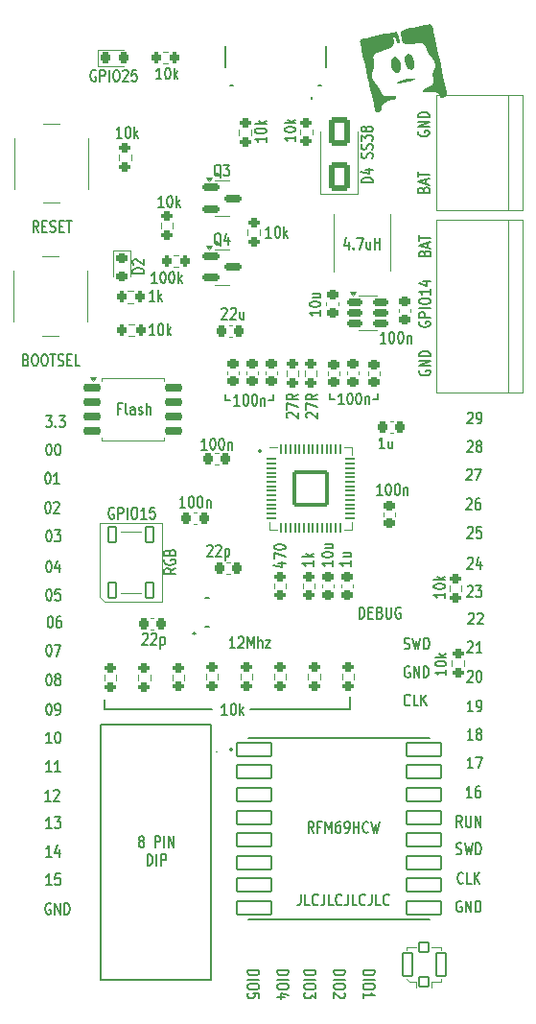
<source format=gto>
G04 #@! TF.GenerationSoftware,KiCad,Pcbnew,8.0.6*
G04 #@! TF.CreationDate,2024-11-13T15:42:30-05:00*
G04 #@! TF.ProjectId,KiCAD-RFM69,4b694341-442d-4524-964d-36392e6b6963,rev?*
G04 #@! TF.SameCoordinates,Original*
G04 #@! TF.FileFunction,Legend,Top*
G04 #@! TF.FilePolarity,Positive*
%FSLAX46Y46*%
G04 Gerber Fmt 4.6, Leading zero omitted, Abs format (unit mm)*
G04 Created by KiCad (PCBNEW 8.0.6) date 2024-11-13 15:42:30*
%MOMM*%
%LPD*%
G01*
G04 APERTURE LIST*
G04 Aperture macros list*
%AMRoundRect*
0 Rectangle with rounded corners*
0 $1 Rounding radius*
0 $2 $3 $4 $5 $6 $7 $8 $9 X,Y pos of 4 corners*
0 Add a 4 corners polygon primitive as box body*
4,1,4,$2,$3,$4,$5,$6,$7,$8,$9,$2,$3,0*
0 Add four circle primitives for the rounded corners*
1,1,$1+$1,$2,$3*
1,1,$1+$1,$4,$5*
1,1,$1+$1,$6,$7*
1,1,$1+$1,$8,$9*
0 Add four rect primitives between the rounded corners*
20,1,$1+$1,$2,$3,$4,$5,0*
20,1,$1+$1,$4,$5,$6,$7,0*
20,1,$1+$1,$6,$7,$8,$9,0*
20,1,$1+$1,$8,$9,$2,$3,0*%
G04 Aperture macros list end*
%ADD10C,0.152400*%
%ADD11C,0.000000*%
%ADD12C,0.200000*%
%ADD13C,0.120000*%
%ADD14C,0.100000*%
%ADD15C,0.203200*%
%ADD16R,1.500000X1.500000*%
%ADD17R,0.300000X1.150000*%
%ADD18R,0.600000X1.150000*%
%ADD19C,0.650000*%
%ADD20RoundRect,0.225000X0.225000X0.250000X-0.225000X0.250000X-0.225000X-0.250000X0.225000X-0.250000X0*%
%ADD21RoundRect,0.218750X-0.218750X-0.256250X0.218750X-0.256250X0.218750X0.256250X-0.218750X0.256250X0*%
%ADD22RoundRect,0.200000X0.275000X-0.200000X0.275000X0.200000X-0.275000X0.200000X-0.275000X-0.200000X0*%
%ADD23RoundRect,0.090000X-0.360000X0.660000X-0.360000X-0.660000X0.360000X-0.660000X0.360000X0.660000X0*%
%ADD24C,2.000000*%
%ADD25R,4.000000X1.500000*%
%ADD26RoundRect,0.200000X-0.275000X0.200000X-0.275000X-0.200000X0.275000X-0.200000X0.275000X0.200000X0*%
%ADD27RoundRect,0.144000X-1.456000X-1.456000X1.456000X-1.456000X1.456000X1.456000X-1.456000X1.456000X0*%
%ADD28RoundRect,0.050000X-0.050000X-0.387500X0.050000X-0.387500X0.050000X0.387500X-0.050000X0.387500X0*%
%ADD29RoundRect,0.050000X-0.387500X-0.050000X0.387500X-0.050000X0.387500X0.050000X-0.387500X0.050000X0*%
%ADD30RoundRect,0.150000X-0.587500X-0.150000X0.587500X-0.150000X0.587500X0.150000X-0.587500X0.150000X0*%
%ADD31RoundRect,0.100000X-0.400000X-0.400000X0.400000X-0.400000X0.400000X0.400000X-0.400000X0.400000X0*%
%ADD32RoundRect,0.105000X-0.420000X-0.995000X0.420000X-0.995000X0.420000X0.995000X-0.420000X0.995000X0*%
%ADD33RoundRect,0.225000X-0.250000X0.225000X-0.250000X-0.225000X0.250000X-0.225000X0.250000X0.225000X0*%
%ADD34R,1.700000X1.700000*%
%ADD35O,1.700000X1.700000*%
%ADD36RoundRect,0.250000X0.650000X-1.000000X0.650000X1.000000X-0.650000X1.000000X-0.650000X-1.000000X0*%
%ADD37RoundRect,0.225000X0.250000X-0.225000X0.250000X0.225000X-0.250000X0.225000X-0.250000X-0.225000X0*%
%ADD38RoundRect,0.150000X-0.650000X-0.150000X0.650000X-0.150000X0.650000X0.150000X-0.650000X0.150000X0*%
%ADD39RoundRect,0.218750X-0.256250X0.218750X-0.256250X-0.218750X0.256250X-0.218750X0.256250X0.218750X0*%
%ADD40R,3.000000X3.000000*%
%ADD41C,3.000000*%
%ADD42RoundRect,0.200000X0.200000X0.275000X-0.200000X0.275000X-0.200000X-0.275000X0.200000X-0.275000X0*%
%ADD43C,2.700000*%
%ADD44R,1.269000X1.269000*%
%ADD45C,1.269000*%
%ADD46RoundRect,0.150000X-0.512500X-0.150000X0.512500X-0.150000X0.512500X0.150000X-0.512500X0.150000X0*%
%ADD47R,1.300000X1.050000*%
%ADD48RoundRect,0.225000X-0.225000X-0.250000X0.225000X-0.250000X0.225000X0.250000X-0.225000X0.250000X0*%
%ADD49RoundRect,0.200000X-0.200000X-0.275000X0.200000X-0.275000X0.200000X0.275000X-0.200000X0.275000X0*%
%ADD50RoundRect,0.102000X-1.500000X-0.600000X1.500000X-0.600000X1.500000X0.600000X-1.500000X0.600000X0*%
G04 APERTURE END LIST*
D10*
X126726015Y-140369694D02*
X126726015Y-141083979D01*
X126726015Y-141083979D02*
X126687310Y-141226836D01*
X126687310Y-141226836D02*
X126609901Y-141322075D01*
X126609901Y-141322075D02*
X126493786Y-141369694D01*
X126493786Y-141369694D02*
X126416377Y-141369694D01*
X127500110Y-141369694D02*
X127113062Y-141369694D01*
X127113062Y-141369694D02*
X127113062Y-140369694D01*
X128235500Y-141274455D02*
X128196796Y-141322075D01*
X128196796Y-141322075D02*
X128080681Y-141369694D01*
X128080681Y-141369694D02*
X128003272Y-141369694D01*
X128003272Y-141369694D02*
X127887158Y-141322075D01*
X127887158Y-141322075D02*
X127809748Y-141226836D01*
X127809748Y-141226836D02*
X127771043Y-141131598D01*
X127771043Y-141131598D02*
X127732339Y-140941122D01*
X127732339Y-140941122D02*
X127732339Y-140798265D01*
X127732339Y-140798265D02*
X127771043Y-140607789D01*
X127771043Y-140607789D02*
X127809748Y-140512551D01*
X127809748Y-140512551D02*
X127887158Y-140417313D01*
X127887158Y-140417313D02*
X128003272Y-140369694D01*
X128003272Y-140369694D02*
X128080681Y-140369694D01*
X128080681Y-140369694D02*
X128196796Y-140417313D01*
X128196796Y-140417313D02*
X128235500Y-140464932D01*
X128816072Y-140369694D02*
X128816072Y-141083979D01*
X128816072Y-141083979D02*
X128777367Y-141226836D01*
X128777367Y-141226836D02*
X128699958Y-141322075D01*
X128699958Y-141322075D02*
X128583843Y-141369694D01*
X128583843Y-141369694D02*
X128506434Y-141369694D01*
X129590167Y-141369694D02*
X129203119Y-141369694D01*
X129203119Y-141369694D02*
X129203119Y-140369694D01*
X130325557Y-141274455D02*
X130286853Y-141322075D01*
X130286853Y-141322075D02*
X130170738Y-141369694D01*
X130170738Y-141369694D02*
X130093329Y-141369694D01*
X130093329Y-141369694D02*
X129977215Y-141322075D01*
X129977215Y-141322075D02*
X129899805Y-141226836D01*
X129899805Y-141226836D02*
X129861100Y-141131598D01*
X129861100Y-141131598D02*
X129822396Y-140941122D01*
X129822396Y-140941122D02*
X129822396Y-140798265D01*
X129822396Y-140798265D02*
X129861100Y-140607789D01*
X129861100Y-140607789D02*
X129899805Y-140512551D01*
X129899805Y-140512551D02*
X129977215Y-140417313D01*
X129977215Y-140417313D02*
X130093329Y-140369694D01*
X130093329Y-140369694D02*
X130170738Y-140369694D01*
X130170738Y-140369694D02*
X130286853Y-140417313D01*
X130286853Y-140417313D02*
X130325557Y-140464932D01*
X130906129Y-140369694D02*
X130906129Y-141083979D01*
X130906129Y-141083979D02*
X130867424Y-141226836D01*
X130867424Y-141226836D02*
X130790015Y-141322075D01*
X130790015Y-141322075D02*
X130673900Y-141369694D01*
X130673900Y-141369694D02*
X130596491Y-141369694D01*
X131680224Y-141369694D02*
X131293176Y-141369694D01*
X131293176Y-141369694D02*
X131293176Y-140369694D01*
X132415614Y-141274455D02*
X132376910Y-141322075D01*
X132376910Y-141322075D02*
X132260795Y-141369694D01*
X132260795Y-141369694D02*
X132183386Y-141369694D01*
X132183386Y-141369694D02*
X132067272Y-141322075D01*
X132067272Y-141322075D02*
X131989862Y-141226836D01*
X131989862Y-141226836D02*
X131951157Y-141131598D01*
X131951157Y-141131598D02*
X131912453Y-140941122D01*
X131912453Y-140941122D02*
X131912453Y-140798265D01*
X131912453Y-140798265D02*
X131951157Y-140607789D01*
X131951157Y-140607789D02*
X131989862Y-140512551D01*
X131989862Y-140512551D02*
X132067272Y-140417313D01*
X132067272Y-140417313D02*
X132183386Y-140369694D01*
X132183386Y-140369694D02*
X132260795Y-140369694D01*
X132260795Y-140369694D02*
X132376910Y-140417313D01*
X132376910Y-140417313D02*
X132415614Y-140464932D01*
X132996186Y-140369694D02*
X132996186Y-141083979D01*
X132996186Y-141083979D02*
X132957481Y-141226836D01*
X132957481Y-141226836D02*
X132880072Y-141322075D01*
X132880072Y-141322075D02*
X132763957Y-141369694D01*
X132763957Y-141369694D02*
X132686548Y-141369694D01*
X133770281Y-141369694D02*
X133383233Y-141369694D01*
X133383233Y-141369694D02*
X133383233Y-140369694D01*
X134505671Y-141274455D02*
X134466967Y-141322075D01*
X134466967Y-141322075D02*
X134350852Y-141369694D01*
X134350852Y-141369694D02*
X134273443Y-141369694D01*
X134273443Y-141369694D02*
X134157329Y-141322075D01*
X134157329Y-141322075D02*
X134079919Y-141226836D01*
X134079919Y-141226836D02*
X134041214Y-141131598D01*
X134041214Y-141131598D02*
X134002510Y-140941122D01*
X134002510Y-140941122D02*
X134002510Y-140798265D01*
X134002510Y-140798265D02*
X134041214Y-140607789D01*
X134041214Y-140607789D02*
X134079919Y-140512551D01*
X134079919Y-140512551D02*
X134157329Y-140417313D01*
X134157329Y-140417313D02*
X134273443Y-140369694D01*
X134273443Y-140369694D02*
X134350852Y-140369694D01*
X134350852Y-140369694D02*
X134466967Y-140417313D01*
X134466967Y-140417313D02*
X134505671Y-140464932D01*
X110219539Y-106317313D02*
X110142129Y-106269694D01*
X110142129Y-106269694D02*
X110026015Y-106269694D01*
X110026015Y-106269694D02*
X109909901Y-106317313D01*
X109909901Y-106317313D02*
X109832491Y-106412551D01*
X109832491Y-106412551D02*
X109793786Y-106507789D01*
X109793786Y-106507789D02*
X109755082Y-106698265D01*
X109755082Y-106698265D02*
X109755082Y-106841122D01*
X109755082Y-106841122D02*
X109793786Y-107031598D01*
X109793786Y-107031598D02*
X109832491Y-107126836D01*
X109832491Y-107126836D02*
X109909901Y-107222075D01*
X109909901Y-107222075D02*
X110026015Y-107269694D01*
X110026015Y-107269694D02*
X110103424Y-107269694D01*
X110103424Y-107269694D02*
X110219539Y-107222075D01*
X110219539Y-107222075D02*
X110258243Y-107174455D01*
X110258243Y-107174455D02*
X110258243Y-106841122D01*
X110258243Y-106841122D02*
X110103424Y-106841122D01*
X110606586Y-107269694D02*
X110606586Y-106269694D01*
X110606586Y-106269694D02*
X110916224Y-106269694D01*
X110916224Y-106269694D02*
X110993634Y-106317313D01*
X110993634Y-106317313D02*
X111032339Y-106364932D01*
X111032339Y-106364932D02*
X111071043Y-106460170D01*
X111071043Y-106460170D02*
X111071043Y-106603027D01*
X111071043Y-106603027D02*
X111032339Y-106698265D01*
X111032339Y-106698265D02*
X110993634Y-106745884D01*
X110993634Y-106745884D02*
X110916224Y-106793503D01*
X110916224Y-106793503D02*
X110606586Y-106793503D01*
X111419386Y-107269694D02*
X111419386Y-106269694D01*
X111961253Y-106269694D02*
X112116072Y-106269694D01*
X112116072Y-106269694D02*
X112193482Y-106317313D01*
X112193482Y-106317313D02*
X112270891Y-106412551D01*
X112270891Y-106412551D02*
X112309596Y-106603027D01*
X112309596Y-106603027D02*
X112309596Y-106936360D01*
X112309596Y-106936360D02*
X112270891Y-107126836D01*
X112270891Y-107126836D02*
X112193482Y-107222075D01*
X112193482Y-107222075D02*
X112116072Y-107269694D01*
X112116072Y-107269694D02*
X111961253Y-107269694D01*
X111961253Y-107269694D02*
X111883844Y-107222075D01*
X111883844Y-107222075D02*
X111806434Y-107126836D01*
X111806434Y-107126836D02*
X111767730Y-106936360D01*
X111767730Y-106936360D02*
X111767730Y-106603027D01*
X111767730Y-106603027D02*
X111806434Y-106412551D01*
X111806434Y-106412551D02*
X111883844Y-106317313D01*
X111883844Y-106317313D02*
X111961253Y-106269694D01*
X113083692Y-107269694D02*
X112619235Y-107269694D01*
X112851463Y-107269694D02*
X112851463Y-106269694D01*
X112851463Y-106269694D02*
X112774054Y-106412551D01*
X112774054Y-106412551D02*
X112696644Y-106507789D01*
X112696644Y-106507789D02*
X112619235Y-106555408D01*
X113819082Y-106269694D02*
X113432034Y-106269694D01*
X113432034Y-106269694D02*
X113393330Y-106745884D01*
X113393330Y-106745884D02*
X113432034Y-106698265D01*
X113432034Y-106698265D02*
X113509444Y-106650646D01*
X113509444Y-106650646D02*
X113702968Y-106650646D01*
X113702968Y-106650646D02*
X113780377Y-106698265D01*
X113780377Y-106698265D02*
X113819082Y-106745884D01*
X113819082Y-106745884D02*
X113857787Y-106841122D01*
X113857787Y-106841122D02*
X113857787Y-107079217D01*
X113857787Y-107079217D02*
X113819082Y-107174455D01*
X113819082Y-107174455D02*
X113780377Y-107222075D01*
X113780377Y-107222075D02*
X113702968Y-107269694D01*
X113702968Y-107269694D02*
X113509444Y-107269694D01*
X113509444Y-107269694D02*
X113432034Y-107222075D01*
X113432034Y-107222075D02*
X113393330Y-107174455D01*
X104719539Y-134569694D02*
X104255082Y-134569694D01*
X104487310Y-134569694D02*
X104487310Y-133569694D01*
X104487310Y-133569694D02*
X104409901Y-133712551D01*
X104409901Y-133712551D02*
X104332491Y-133807789D01*
X104332491Y-133807789D02*
X104255082Y-133855408D01*
X104990472Y-133569694D02*
X105493634Y-133569694D01*
X105493634Y-133569694D02*
X105222700Y-133950646D01*
X105222700Y-133950646D02*
X105338815Y-133950646D01*
X105338815Y-133950646D02*
X105416224Y-133998265D01*
X105416224Y-133998265D02*
X105454929Y-134045884D01*
X105454929Y-134045884D02*
X105493634Y-134141122D01*
X105493634Y-134141122D02*
X105493634Y-134379217D01*
X105493634Y-134379217D02*
X105454929Y-134474455D01*
X105454929Y-134474455D02*
X105416224Y-134522075D01*
X105416224Y-134522075D02*
X105338815Y-134569694D01*
X105338815Y-134569694D02*
X105106586Y-134569694D01*
X105106586Y-134569694D02*
X105029177Y-134522075D01*
X105029177Y-134522075D02*
X104990472Y-134474455D01*
X104619539Y-141217313D02*
X104542129Y-141169694D01*
X104542129Y-141169694D02*
X104426015Y-141169694D01*
X104426015Y-141169694D02*
X104309901Y-141217313D01*
X104309901Y-141217313D02*
X104232491Y-141312551D01*
X104232491Y-141312551D02*
X104193786Y-141407789D01*
X104193786Y-141407789D02*
X104155082Y-141598265D01*
X104155082Y-141598265D02*
X104155082Y-141741122D01*
X104155082Y-141741122D02*
X104193786Y-141931598D01*
X104193786Y-141931598D02*
X104232491Y-142026836D01*
X104232491Y-142026836D02*
X104309901Y-142122075D01*
X104309901Y-142122075D02*
X104426015Y-142169694D01*
X104426015Y-142169694D02*
X104503424Y-142169694D01*
X104503424Y-142169694D02*
X104619539Y-142122075D01*
X104619539Y-142122075D02*
X104658243Y-142074455D01*
X104658243Y-142074455D02*
X104658243Y-141741122D01*
X104658243Y-141741122D02*
X104503424Y-141741122D01*
X105006586Y-142169694D02*
X105006586Y-141169694D01*
X105006586Y-141169694D02*
X105471043Y-142169694D01*
X105471043Y-142169694D02*
X105471043Y-141169694D01*
X105858091Y-142169694D02*
X105858091Y-141169694D01*
X105858091Y-141169694D02*
X106051615Y-141169694D01*
X106051615Y-141169694D02*
X106167729Y-141217313D01*
X106167729Y-141217313D02*
X106245139Y-141312551D01*
X106245139Y-141312551D02*
X106283844Y-141407789D01*
X106283844Y-141407789D02*
X106322548Y-141598265D01*
X106322548Y-141598265D02*
X106322548Y-141741122D01*
X106322548Y-141741122D02*
X106283844Y-141931598D01*
X106283844Y-141931598D02*
X106245139Y-142026836D01*
X106245139Y-142026836D02*
X106167729Y-142122075D01*
X106167729Y-142122075D02*
X106051615Y-142169694D01*
X106051615Y-142169694D02*
X105858091Y-142169694D01*
X104719539Y-137069694D02*
X104255082Y-137069694D01*
X104487310Y-137069694D02*
X104487310Y-136069694D01*
X104487310Y-136069694D02*
X104409901Y-136212551D01*
X104409901Y-136212551D02*
X104332491Y-136307789D01*
X104332491Y-136307789D02*
X104255082Y-136355408D01*
X105416224Y-136403027D02*
X105416224Y-137069694D01*
X105222700Y-136022075D02*
X105029177Y-136736360D01*
X105029177Y-136736360D02*
X105532338Y-136736360D01*
X104719539Y-139569694D02*
X104255082Y-139569694D01*
X104487310Y-139569694D02*
X104487310Y-138569694D01*
X104487310Y-138569694D02*
X104409901Y-138712551D01*
X104409901Y-138712551D02*
X104332491Y-138807789D01*
X104332491Y-138807789D02*
X104255082Y-138855408D01*
X105454929Y-138569694D02*
X105067881Y-138569694D01*
X105067881Y-138569694D02*
X105029177Y-139045884D01*
X105029177Y-139045884D02*
X105067881Y-138998265D01*
X105067881Y-138998265D02*
X105145291Y-138950646D01*
X105145291Y-138950646D02*
X105338815Y-138950646D01*
X105338815Y-138950646D02*
X105416224Y-138998265D01*
X105416224Y-138998265D02*
X105454929Y-139045884D01*
X105454929Y-139045884D02*
X105493634Y-139141122D01*
X105493634Y-139141122D02*
X105493634Y-139379217D01*
X105493634Y-139379217D02*
X105454929Y-139474455D01*
X105454929Y-139474455D02*
X105416224Y-139522075D01*
X105416224Y-139522075D02*
X105338815Y-139569694D01*
X105338815Y-139569694D02*
X105145291Y-139569694D01*
X105145291Y-139569694D02*
X105067881Y-139522075D01*
X105067881Y-139522075D02*
X105029177Y-139474455D01*
X104448605Y-110969694D02*
X104526015Y-110969694D01*
X104526015Y-110969694D02*
X104603424Y-111017313D01*
X104603424Y-111017313D02*
X104642129Y-111064932D01*
X104642129Y-111064932D02*
X104680834Y-111160170D01*
X104680834Y-111160170D02*
X104719539Y-111350646D01*
X104719539Y-111350646D02*
X104719539Y-111588741D01*
X104719539Y-111588741D02*
X104680834Y-111779217D01*
X104680834Y-111779217D02*
X104642129Y-111874455D01*
X104642129Y-111874455D02*
X104603424Y-111922075D01*
X104603424Y-111922075D02*
X104526015Y-111969694D01*
X104526015Y-111969694D02*
X104448605Y-111969694D01*
X104448605Y-111969694D02*
X104371196Y-111922075D01*
X104371196Y-111922075D02*
X104332491Y-111874455D01*
X104332491Y-111874455D02*
X104293786Y-111779217D01*
X104293786Y-111779217D02*
X104255082Y-111588741D01*
X104255082Y-111588741D02*
X104255082Y-111350646D01*
X104255082Y-111350646D02*
X104293786Y-111160170D01*
X104293786Y-111160170D02*
X104332491Y-111064932D01*
X104332491Y-111064932D02*
X104371196Y-111017313D01*
X104371196Y-111017313D02*
X104448605Y-110969694D01*
X105416224Y-111303027D02*
X105416224Y-111969694D01*
X105222700Y-110922075D02*
X105029177Y-111636360D01*
X105029177Y-111636360D02*
X105532338Y-111636360D01*
X104348605Y-103169694D02*
X104426015Y-103169694D01*
X104426015Y-103169694D02*
X104503424Y-103217313D01*
X104503424Y-103217313D02*
X104542129Y-103264932D01*
X104542129Y-103264932D02*
X104580834Y-103360170D01*
X104580834Y-103360170D02*
X104619539Y-103550646D01*
X104619539Y-103550646D02*
X104619539Y-103788741D01*
X104619539Y-103788741D02*
X104580834Y-103979217D01*
X104580834Y-103979217D02*
X104542129Y-104074455D01*
X104542129Y-104074455D02*
X104503424Y-104122075D01*
X104503424Y-104122075D02*
X104426015Y-104169694D01*
X104426015Y-104169694D02*
X104348605Y-104169694D01*
X104348605Y-104169694D02*
X104271196Y-104122075D01*
X104271196Y-104122075D02*
X104232491Y-104074455D01*
X104232491Y-104074455D02*
X104193786Y-103979217D01*
X104193786Y-103979217D02*
X104155082Y-103788741D01*
X104155082Y-103788741D02*
X104155082Y-103550646D01*
X104155082Y-103550646D02*
X104193786Y-103360170D01*
X104193786Y-103360170D02*
X104232491Y-103264932D01*
X104232491Y-103264932D02*
X104271196Y-103217313D01*
X104271196Y-103217313D02*
X104348605Y-103169694D01*
X105393634Y-104169694D02*
X104929177Y-104169694D01*
X105161405Y-104169694D02*
X105161405Y-103169694D01*
X105161405Y-103169694D02*
X105083996Y-103312551D01*
X105083996Y-103312551D02*
X105006586Y-103407789D01*
X105006586Y-103407789D02*
X104929177Y-103455408D01*
X104448605Y-108269694D02*
X104526015Y-108269694D01*
X104526015Y-108269694D02*
X104603424Y-108317313D01*
X104603424Y-108317313D02*
X104642129Y-108364932D01*
X104642129Y-108364932D02*
X104680834Y-108460170D01*
X104680834Y-108460170D02*
X104719539Y-108650646D01*
X104719539Y-108650646D02*
X104719539Y-108888741D01*
X104719539Y-108888741D02*
X104680834Y-109079217D01*
X104680834Y-109079217D02*
X104642129Y-109174455D01*
X104642129Y-109174455D02*
X104603424Y-109222075D01*
X104603424Y-109222075D02*
X104526015Y-109269694D01*
X104526015Y-109269694D02*
X104448605Y-109269694D01*
X104448605Y-109269694D02*
X104371196Y-109222075D01*
X104371196Y-109222075D02*
X104332491Y-109174455D01*
X104332491Y-109174455D02*
X104293786Y-109079217D01*
X104293786Y-109079217D02*
X104255082Y-108888741D01*
X104255082Y-108888741D02*
X104255082Y-108650646D01*
X104255082Y-108650646D02*
X104293786Y-108460170D01*
X104293786Y-108460170D02*
X104332491Y-108364932D01*
X104332491Y-108364932D02*
X104371196Y-108317313D01*
X104371196Y-108317313D02*
X104448605Y-108269694D01*
X104990472Y-108269694D02*
X105493634Y-108269694D01*
X105493634Y-108269694D02*
X105222700Y-108650646D01*
X105222700Y-108650646D02*
X105338815Y-108650646D01*
X105338815Y-108650646D02*
X105416224Y-108698265D01*
X105416224Y-108698265D02*
X105454929Y-108745884D01*
X105454929Y-108745884D02*
X105493634Y-108841122D01*
X105493634Y-108841122D02*
X105493634Y-109079217D01*
X105493634Y-109079217D02*
X105454929Y-109174455D01*
X105454929Y-109174455D02*
X105416224Y-109222075D01*
X105416224Y-109222075D02*
X105338815Y-109269694D01*
X105338815Y-109269694D02*
X105106586Y-109269694D01*
X105106586Y-109269694D02*
X105029177Y-109222075D01*
X105029177Y-109222075D02*
X104990472Y-109174455D01*
X104719539Y-127069694D02*
X104255082Y-127069694D01*
X104487310Y-127069694D02*
X104487310Y-126069694D01*
X104487310Y-126069694D02*
X104409901Y-126212551D01*
X104409901Y-126212551D02*
X104332491Y-126307789D01*
X104332491Y-126307789D02*
X104255082Y-126355408D01*
X105222700Y-126069694D02*
X105300110Y-126069694D01*
X105300110Y-126069694D02*
X105377519Y-126117313D01*
X105377519Y-126117313D02*
X105416224Y-126164932D01*
X105416224Y-126164932D02*
X105454929Y-126260170D01*
X105454929Y-126260170D02*
X105493634Y-126450646D01*
X105493634Y-126450646D02*
X105493634Y-126688741D01*
X105493634Y-126688741D02*
X105454929Y-126879217D01*
X105454929Y-126879217D02*
X105416224Y-126974455D01*
X105416224Y-126974455D02*
X105377519Y-127022075D01*
X105377519Y-127022075D02*
X105300110Y-127069694D01*
X105300110Y-127069694D02*
X105222700Y-127069694D01*
X105222700Y-127069694D02*
X105145291Y-127022075D01*
X105145291Y-127022075D02*
X105106586Y-126974455D01*
X105106586Y-126974455D02*
X105067881Y-126879217D01*
X105067881Y-126879217D02*
X105029177Y-126688741D01*
X105029177Y-126688741D02*
X105029177Y-126450646D01*
X105029177Y-126450646D02*
X105067881Y-126260170D01*
X105067881Y-126260170D02*
X105106586Y-126164932D01*
X105106586Y-126164932D02*
X105145291Y-126117313D01*
X105145291Y-126117313D02*
X105222700Y-126069694D01*
X104216377Y-98169694D02*
X104719539Y-98169694D01*
X104719539Y-98169694D02*
X104448605Y-98550646D01*
X104448605Y-98550646D02*
X104564720Y-98550646D01*
X104564720Y-98550646D02*
X104642129Y-98598265D01*
X104642129Y-98598265D02*
X104680834Y-98645884D01*
X104680834Y-98645884D02*
X104719539Y-98741122D01*
X104719539Y-98741122D02*
X104719539Y-98979217D01*
X104719539Y-98979217D02*
X104680834Y-99074455D01*
X104680834Y-99074455D02*
X104642129Y-99122075D01*
X104642129Y-99122075D02*
X104564720Y-99169694D01*
X104564720Y-99169694D02*
X104332491Y-99169694D01*
X104332491Y-99169694D02*
X104255082Y-99122075D01*
X104255082Y-99122075D02*
X104216377Y-99074455D01*
X105067881Y-99074455D02*
X105106586Y-99122075D01*
X105106586Y-99122075D02*
X105067881Y-99169694D01*
X105067881Y-99169694D02*
X105029177Y-99122075D01*
X105029177Y-99122075D02*
X105067881Y-99074455D01*
X105067881Y-99074455D02*
X105067881Y-99169694D01*
X105377520Y-98169694D02*
X105880682Y-98169694D01*
X105880682Y-98169694D02*
X105609748Y-98550646D01*
X105609748Y-98550646D02*
X105725863Y-98550646D01*
X105725863Y-98550646D02*
X105803272Y-98598265D01*
X105803272Y-98598265D02*
X105841977Y-98645884D01*
X105841977Y-98645884D02*
X105880682Y-98741122D01*
X105880682Y-98741122D02*
X105880682Y-98979217D01*
X105880682Y-98979217D02*
X105841977Y-99074455D01*
X105841977Y-99074455D02*
X105803272Y-99122075D01*
X105803272Y-99122075D02*
X105725863Y-99169694D01*
X105725863Y-99169694D02*
X105493634Y-99169694D01*
X105493634Y-99169694D02*
X105416225Y-99122075D01*
X105416225Y-99122075D02*
X105377520Y-99074455D01*
X104348605Y-105769694D02*
X104426015Y-105769694D01*
X104426015Y-105769694D02*
X104503424Y-105817313D01*
X104503424Y-105817313D02*
X104542129Y-105864932D01*
X104542129Y-105864932D02*
X104580834Y-105960170D01*
X104580834Y-105960170D02*
X104619539Y-106150646D01*
X104619539Y-106150646D02*
X104619539Y-106388741D01*
X104619539Y-106388741D02*
X104580834Y-106579217D01*
X104580834Y-106579217D02*
X104542129Y-106674455D01*
X104542129Y-106674455D02*
X104503424Y-106722075D01*
X104503424Y-106722075D02*
X104426015Y-106769694D01*
X104426015Y-106769694D02*
X104348605Y-106769694D01*
X104348605Y-106769694D02*
X104271196Y-106722075D01*
X104271196Y-106722075D02*
X104232491Y-106674455D01*
X104232491Y-106674455D02*
X104193786Y-106579217D01*
X104193786Y-106579217D02*
X104155082Y-106388741D01*
X104155082Y-106388741D02*
X104155082Y-106150646D01*
X104155082Y-106150646D02*
X104193786Y-105960170D01*
X104193786Y-105960170D02*
X104232491Y-105864932D01*
X104232491Y-105864932D02*
X104271196Y-105817313D01*
X104271196Y-105817313D02*
X104348605Y-105769694D01*
X104929177Y-105864932D02*
X104967881Y-105817313D01*
X104967881Y-105817313D02*
X105045291Y-105769694D01*
X105045291Y-105769694D02*
X105238815Y-105769694D01*
X105238815Y-105769694D02*
X105316224Y-105817313D01*
X105316224Y-105817313D02*
X105354929Y-105864932D01*
X105354929Y-105864932D02*
X105393634Y-105960170D01*
X105393634Y-105960170D02*
X105393634Y-106055408D01*
X105393634Y-106055408D02*
X105354929Y-106198265D01*
X105354929Y-106198265D02*
X104890472Y-106769694D01*
X104890472Y-106769694D02*
X105393634Y-106769694D01*
X104448605Y-123569694D02*
X104526015Y-123569694D01*
X104526015Y-123569694D02*
X104603424Y-123617313D01*
X104603424Y-123617313D02*
X104642129Y-123664932D01*
X104642129Y-123664932D02*
X104680834Y-123760170D01*
X104680834Y-123760170D02*
X104719539Y-123950646D01*
X104719539Y-123950646D02*
X104719539Y-124188741D01*
X104719539Y-124188741D02*
X104680834Y-124379217D01*
X104680834Y-124379217D02*
X104642129Y-124474455D01*
X104642129Y-124474455D02*
X104603424Y-124522075D01*
X104603424Y-124522075D02*
X104526015Y-124569694D01*
X104526015Y-124569694D02*
X104448605Y-124569694D01*
X104448605Y-124569694D02*
X104371196Y-124522075D01*
X104371196Y-124522075D02*
X104332491Y-124474455D01*
X104332491Y-124474455D02*
X104293786Y-124379217D01*
X104293786Y-124379217D02*
X104255082Y-124188741D01*
X104255082Y-124188741D02*
X104255082Y-123950646D01*
X104255082Y-123950646D02*
X104293786Y-123760170D01*
X104293786Y-123760170D02*
X104332491Y-123664932D01*
X104332491Y-123664932D02*
X104371196Y-123617313D01*
X104371196Y-123617313D02*
X104448605Y-123569694D01*
X105106586Y-124569694D02*
X105261405Y-124569694D01*
X105261405Y-124569694D02*
X105338815Y-124522075D01*
X105338815Y-124522075D02*
X105377519Y-124474455D01*
X105377519Y-124474455D02*
X105454929Y-124331598D01*
X105454929Y-124331598D02*
X105493634Y-124141122D01*
X105493634Y-124141122D02*
X105493634Y-123760170D01*
X105493634Y-123760170D02*
X105454929Y-123664932D01*
X105454929Y-123664932D02*
X105416224Y-123617313D01*
X105416224Y-123617313D02*
X105338815Y-123569694D01*
X105338815Y-123569694D02*
X105183996Y-123569694D01*
X105183996Y-123569694D02*
X105106586Y-123617313D01*
X105106586Y-123617313D02*
X105067881Y-123664932D01*
X105067881Y-123664932D02*
X105029177Y-123760170D01*
X105029177Y-123760170D02*
X105029177Y-123998265D01*
X105029177Y-123998265D02*
X105067881Y-124093503D01*
X105067881Y-124093503D02*
X105106586Y-124141122D01*
X105106586Y-124141122D02*
X105183996Y-124188741D01*
X105183996Y-124188741D02*
X105338815Y-124188741D01*
X105338815Y-124188741D02*
X105416224Y-124141122D01*
X105416224Y-124141122D02*
X105454929Y-124093503D01*
X105454929Y-124093503D02*
X105493634Y-123998265D01*
X104448605Y-113469694D02*
X104526015Y-113469694D01*
X104526015Y-113469694D02*
X104603424Y-113517313D01*
X104603424Y-113517313D02*
X104642129Y-113564932D01*
X104642129Y-113564932D02*
X104680834Y-113660170D01*
X104680834Y-113660170D02*
X104719539Y-113850646D01*
X104719539Y-113850646D02*
X104719539Y-114088741D01*
X104719539Y-114088741D02*
X104680834Y-114279217D01*
X104680834Y-114279217D02*
X104642129Y-114374455D01*
X104642129Y-114374455D02*
X104603424Y-114422075D01*
X104603424Y-114422075D02*
X104526015Y-114469694D01*
X104526015Y-114469694D02*
X104448605Y-114469694D01*
X104448605Y-114469694D02*
X104371196Y-114422075D01*
X104371196Y-114422075D02*
X104332491Y-114374455D01*
X104332491Y-114374455D02*
X104293786Y-114279217D01*
X104293786Y-114279217D02*
X104255082Y-114088741D01*
X104255082Y-114088741D02*
X104255082Y-113850646D01*
X104255082Y-113850646D02*
X104293786Y-113660170D01*
X104293786Y-113660170D02*
X104332491Y-113564932D01*
X104332491Y-113564932D02*
X104371196Y-113517313D01*
X104371196Y-113517313D02*
X104448605Y-113469694D01*
X105454929Y-113469694D02*
X105067881Y-113469694D01*
X105067881Y-113469694D02*
X105029177Y-113945884D01*
X105029177Y-113945884D02*
X105067881Y-113898265D01*
X105067881Y-113898265D02*
X105145291Y-113850646D01*
X105145291Y-113850646D02*
X105338815Y-113850646D01*
X105338815Y-113850646D02*
X105416224Y-113898265D01*
X105416224Y-113898265D02*
X105454929Y-113945884D01*
X105454929Y-113945884D02*
X105493634Y-114041122D01*
X105493634Y-114041122D02*
X105493634Y-114279217D01*
X105493634Y-114279217D02*
X105454929Y-114374455D01*
X105454929Y-114374455D02*
X105416224Y-114422075D01*
X105416224Y-114422075D02*
X105338815Y-114469694D01*
X105338815Y-114469694D02*
X105145291Y-114469694D01*
X105145291Y-114469694D02*
X105067881Y-114422075D01*
X105067881Y-114422075D02*
X105029177Y-114374455D01*
X104448605Y-120969694D02*
X104526015Y-120969694D01*
X104526015Y-120969694D02*
X104603424Y-121017313D01*
X104603424Y-121017313D02*
X104642129Y-121064932D01*
X104642129Y-121064932D02*
X104680834Y-121160170D01*
X104680834Y-121160170D02*
X104719539Y-121350646D01*
X104719539Y-121350646D02*
X104719539Y-121588741D01*
X104719539Y-121588741D02*
X104680834Y-121779217D01*
X104680834Y-121779217D02*
X104642129Y-121874455D01*
X104642129Y-121874455D02*
X104603424Y-121922075D01*
X104603424Y-121922075D02*
X104526015Y-121969694D01*
X104526015Y-121969694D02*
X104448605Y-121969694D01*
X104448605Y-121969694D02*
X104371196Y-121922075D01*
X104371196Y-121922075D02*
X104332491Y-121874455D01*
X104332491Y-121874455D02*
X104293786Y-121779217D01*
X104293786Y-121779217D02*
X104255082Y-121588741D01*
X104255082Y-121588741D02*
X104255082Y-121350646D01*
X104255082Y-121350646D02*
X104293786Y-121160170D01*
X104293786Y-121160170D02*
X104332491Y-121064932D01*
X104332491Y-121064932D02*
X104371196Y-121017313D01*
X104371196Y-121017313D02*
X104448605Y-120969694D01*
X105183996Y-121398265D02*
X105106586Y-121350646D01*
X105106586Y-121350646D02*
X105067881Y-121303027D01*
X105067881Y-121303027D02*
X105029177Y-121207789D01*
X105029177Y-121207789D02*
X105029177Y-121160170D01*
X105029177Y-121160170D02*
X105067881Y-121064932D01*
X105067881Y-121064932D02*
X105106586Y-121017313D01*
X105106586Y-121017313D02*
X105183996Y-120969694D01*
X105183996Y-120969694D02*
X105338815Y-120969694D01*
X105338815Y-120969694D02*
X105416224Y-121017313D01*
X105416224Y-121017313D02*
X105454929Y-121064932D01*
X105454929Y-121064932D02*
X105493634Y-121160170D01*
X105493634Y-121160170D02*
X105493634Y-121207789D01*
X105493634Y-121207789D02*
X105454929Y-121303027D01*
X105454929Y-121303027D02*
X105416224Y-121350646D01*
X105416224Y-121350646D02*
X105338815Y-121398265D01*
X105338815Y-121398265D02*
X105183996Y-121398265D01*
X105183996Y-121398265D02*
X105106586Y-121445884D01*
X105106586Y-121445884D02*
X105067881Y-121493503D01*
X105067881Y-121493503D02*
X105029177Y-121588741D01*
X105029177Y-121588741D02*
X105029177Y-121779217D01*
X105029177Y-121779217D02*
X105067881Y-121874455D01*
X105067881Y-121874455D02*
X105106586Y-121922075D01*
X105106586Y-121922075D02*
X105183996Y-121969694D01*
X105183996Y-121969694D02*
X105338815Y-121969694D01*
X105338815Y-121969694D02*
X105416224Y-121922075D01*
X105416224Y-121922075D02*
X105454929Y-121874455D01*
X105454929Y-121874455D02*
X105493634Y-121779217D01*
X105493634Y-121779217D02*
X105493634Y-121588741D01*
X105493634Y-121588741D02*
X105454929Y-121493503D01*
X105454929Y-121493503D02*
X105416224Y-121445884D01*
X105416224Y-121445884D02*
X105338815Y-121398265D01*
X104448605Y-118369694D02*
X104526015Y-118369694D01*
X104526015Y-118369694D02*
X104603424Y-118417313D01*
X104603424Y-118417313D02*
X104642129Y-118464932D01*
X104642129Y-118464932D02*
X104680834Y-118560170D01*
X104680834Y-118560170D02*
X104719539Y-118750646D01*
X104719539Y-118750646D02*
X104719539Y-118988741D01*
X104719539Y-118988741D02*
X104680834Y-119179217D01*
X104680834Y-119179217D02*
X104642129Y-119274455D01*
X104642129Y-119274455D02*
X104603424Y-119322075D01*
X104603424Y-119322075D02*
X104526015Y-119369694D01*
X104526015Y-119369694D02*
X104448605Y-119369694D01*
X104448605Y-119369694D02*
X104371196Y-119322075D01*
X104371196Y-119322075D02*
X104332491Y-119274455D01*
X104332491Y-119274455D02*
X104293786Y-119179217D01*
X104293786Y-119179217D02*
X104255082Y-118988741D01*
X104255082Y-118988741D02*
X104255082Y-118750646D01*
X104255082Y-118750646D02*
X104293786Y-118560170D01*
X104293786Y-118560170D02*
X104332491Y-118464932D01*
X104332491Y-118464932D02*
X104371196Y-118417313D01*
X104371196Y-118417313D02*
X104448605Y-118369694D01*
X104990472Y-118369694D02*
X105532338Y-118369694D01*
X105532338Y-118369694D02*
X105183996Y-119369694D01*
X104719539Y-129569694D02*
X104255082Y-129569694D01*
X104487310Y-129569694D02*
X104487310Y-128569694D01*
X104487310Y-128569694D02*
X104409901Y-128712551D01*
X104409901Y-128712551D02*
X104332491Y-128807789D01*
X104332491Y-128807789D02*
X104255082Y-128855408D01*
X105493634Y-129569694D02*
X105029177Y-129569694D01*
X105261405Y-129569694D02*
X105261405Y-128569694D01*
X105261405Y-128569694D02*
X105183996Y-128712551D01*
X105183996Y-128712551D02*
X105106586Y-128807789D01*
X105106586Y-128807789D02*
X105029177Y-128855408D01*
X104448605Y-100669694D02*
X104526015Y-100669694D01*
X104526015Y-100669694D02*
X104603424Y-100717313D01*
X104603424Y-100717313D02*
X104642129Y-100764932D01*
X104642129Y-100764932D02*
X104680834Y-100860170D01*
X104680834Y-100860170D02*
X104719539Y-101050646D01*
X104719539Y-101050646D02*
X104719539Y-101288741D01*
X104719539Y-101288741D02*
X104680834Y-101479217D01*
X104680834Y-101479217D02*
X104642129Y-101574455D01*
X104642129Y-101574455D02*
X104603424Y-101622075D01*
X104603424Y-101622075D02*
X104526015Y-101669694D01*
X104526015Y-101669694D02*
X104448605Y-101669694D01*
X104448605Y-101669694D02*
X104371196Y-101622075D01*
X104371196Y-101622075D02*
X104332491Y-101574455D01*
X104332491Y-101574455D02*
X104293786Y-101479217D01*
X104293786Y-101479217D02*
X104255082Y-101288741D01*
X104255082Y-101288741D02*
X104255082Y-101050646D01*
X104255082Y-101050646D02*
X104293786Y-100860170D01*
X104293786Y-100860170D02*
X104332491Y-100764932D01*
X104332491Y-100764932D02*
X104371196Y-100717313D01*
X104371196Y-100717313D02*
X104448605Y-100669694D01*
X105222700Y-100669694D02*
X105300110Y-100669694D01*
X105300110Y-100669694D02*
X105377519Y-100717313D01*
X105377519Y-100717313D02*
X105416224Y-100764932D01*
X105416224Y-100764932D02*
X105454929Y-100860170D01*
X105454929Y-100860170D02*
X105493634Y-101050646D01*
X105493634Y-101050646D02*
X105493634Y-101288741D01*
X105493634Y-101288741D02*
X105454929Y-101479217D01*
X105454929Y-101479217D02*
X105416224Y-101574455D01*
X105416224Y-101574455D02*
X105377519Y-101622075D01*
X105377519Y-101622075D02*
X105300110Y-101669694D01*
X105300110Y-101669694D02*
X105222700Y-101669694D01*
X105222700Y-101669694D02*
X105145291Y-101622075D01*
X105145291Y-101622075D02*
X105106586Y-101574455D01*
X105106586Y-101574455D02*
X105067881Y-101479217D01*
X105067881Y-101479217D02*
X105029177Y-101288741D01*
X105029177Y-101288741D02*
X105029177Y-101050646D01*
X105029177Y-101050646D02*
X105067881Y-100860170D01*
X105067881Y-100860170D02*
X105106586Y-100764932D01*
X105106586Y-100764932D02*
X105145291Y-100717313D01*
X105145291Y-100717313D02*
X105222700Y-100669694D01*
X104548605Y-115869694D02*
X104626015Y-115869694D01*
X104626015Y-115869694D02*
X104703424Y-115917313D01*
X104703424Y-115917313D02*
X104742129Y-115964932D01*
X104742129Y-115964932D02*
X104780834Y-116060170D01*
X104780834Y-116060170D02*
X104819539Y-116250646D01*
X104819539Y-116250646D02*
X104819539Y-116488741D01*
X104819539Y-116488741D02*
X104780834Y-116679217D01*
X104780834Y-116679217D02*
X104742129Y-116774455D01*
X104742129Y-116774455D02*
X104703424Y-116822075D01*
X104703424Y-116822075D02*
X104626015Y-116869694D01*
X104626015Y-116869694D02*
X104548605Y-116869694D01*
X104548605Y-116869694D02*
X104471196Y-116822075D01*
X104471196Y-116822075D02*
X104432491Y-116774455D01*
X104432491Y-116774455D02*
X104393786Y-116679217D01*
X104393786Y-116679217D02*
X104355082Y-116488741D01*
X104355082Y-116488741D02*
X104355082Y-116250646D01*
X104355082Y-116250646D02*
X104393786Y-116060170D01*
X104393786Y-116060170D02*
X104432491Y-115964932D01*
X104432491Y-115964932D02*
X104471196Y-115917313D01*
X104471196Y-115917313D02*
X104548605Y-115869694D01*
X105516224Y-115869694D02*
X105361405Y-115869694D01*
X105361405Y-115869694D02*
X105283996Y-115917313D01*
X105283996Y-115917313D02*
X105245291Y-115964932D01*
X105245291Y-115964932D02*
X105167881Y-116107789D01*
X105167881Y-116107789D02*
X105129177Y-116298265D01*
X105129177Y-116298265D02*
X105129177Y-116679217D01*
X105129177Y-116679217D02*
X105167881Y-116774455D01*
X105167881Y-116774455D02*
X105206586Y-116822075D01*
X105206586Y-116822075D02*
X105283996Y-116869694D01*
X105283996Y-116869694D02*
X105438815Y-116869694D01*
X105438815Y-116869694D02*
X105516224Y-116822075D01*
X105516224Y-116822075D02*
X105554929Y-116774455D01*
X105554929Y-116774455D02*
X105593634Y-116679217D01*
X105593634Y-116679217D02*
X105593634Y-116441122D01*
X105593634Y-116441122D02*
X105554929Y-116345884D01*
X105554929Y-116345884D02*
X105516224Y-116298265D01*
X105516224Y-116298265D02*
X105438815Y-116250646D01*
X105438815Y-116250646D02*
X105283996Y-116250646D01*
X105283996Y-116250646D02*
X105206586Y-116298265D01*
X105206586Y-116298265D02*
X105167881Y-116345884D01*
X105167881Y-116345884D02*
X105129177Y-116441122D01*
X104619539Y-132169694D02*
X104155082Y-132169694D01*
X104387310Y-132169694D02*
X104387310Y-131169694D01*
X104387310Y-131169694D02*
X104309901Y-131312551D01*
X104309901Y-131312551D02*
X104232491Y-131407789D01*
X104232491Y-131407789D02*
X104155082Y-131455408D01*
X104929177Y-131264932D02*
X104967881Y-131217313D01*
X104967881Y-131217313D02*
X105045291Y-131169694D01*
X105045291Y-131169694D02*
X105238815Y-131169694D01*
X105238815Y-131169694D02*
X105316224Y-131217313D01*
X105316224Y-131217313D02*
X105354929Y-131264932D01*
X105354929Y-131264932D02*
X105393634Y-131360170D01*
X105393634Y-131360170D02*
X105393634Y-131455408D01*
X105393634Y-131455408D02*
X105354929Y-131598265D01*
X105354929Y-131598265D02*
X104890472Y-132169694D01*
X104890472Y-132169694D02*
X105393634Y-132169694D01*
X141455082Y-97964932D02*
X141493786Y-97917313D01*
X141493786Y-97917313D02*
X141571196Y-97869694D01*
X141571196Y-97869694D02*
X141764720Y-97869694D01*
X141764720Y-97869694D02*
X141842129Y-97917313D01*
X141842129Y-97917313D02*
X141880834Y-97964932D01*
X141880834Y-97964932D02*
X141919539Y-98060170D01*
X141919539Y-98060170D02*
X141919539Y-98155408D01*
X141919539Y-98155408D02*
X141880834Y-98298265D01*
X141880834Y-98298265D02*
X141416377Y-98869694D01*
X141416377Y-98869694D02*
X141919539Y-98869694D01*
X142306586Y-98869694D02*
X142461405Y-98869694D01*
X142461405Y-98869694D02*
X142538815Y-98822075D01*
X142538815Y-98822075D02*
X142577519Y-98774455D01*
X142577519Y-98774455D02*
X142654929Y-98631598D01*
X142654929Y-98631598D02*
X142693634Y-98441122D01*
X142693634Y-98441122D02*
X142693634Y-98060170D01*
X142693634Y-98060170D02*
X142654929Y-97964932D01*
X142654929Y-97964932D02*
X142616224Y-97917313D01*
X142616224Y-97917313D02*
X142538815Y-97869694D01*
X142538815Y-97869694D02*
X142383996Y-97869694D01*
X142383996Y-97869694D02*
X142306586Y-97917313D01*
X142306586Y-97917313D02*
X142267881Y-97964932D01*
X142267881Y-97964932D02*
X142229177Y-98060170D01*
X142229177Y-98060170D02*
X142229177Y-98298265D01*
X142229177Y-98298265D02*
X142267881Y-98393503D01*
X142267881Y-98393503D02*
X142306586Y-98441122D01*
X142306586Y-98441122D02*
X142383996Y-98488741D01*
X142383996Y-98488741D02*
X142538815Y-98488741D01*
X142538815Y-98488741D02*
X142616224Y-98441122D01*
X142616224Y-98441122D02*
X142654929Y-98393503D01*
X142654929Y-98393503D02*
X142693634Y-98298265D01*
X141455082Y-100464932D02*
X141493786Y-100417313D01*
X141493786Y-100417313D02*
X141571196Y-100369694D01*
X141571196Y-100369694D02*
X141764720Y-100369694D01*
X141764720Y-100369694D02*
X141842129Y-100417313D01*
X141842129Y-100417313D02*
X141880834Y-100464932D01*
X141880834Y-100464932D02*
X141919539Y-100560170D01*
X141919539Y-100560170D02*
X141919539Y-100655408D01*
X141919539Y-100655408D02*
X141880834Y-100798265D01*
X141880834Y-100798265D02*
X141416377Y-101369694D01*
X141416377Y-101369694D02*
X141919539Y-101369694D01*
X142383996Y-100798265D02*
X142306586Y-100750646D01*
X142306586Y-100750646D02*
X142267881Y-100703027D01*
X142267881Y-100703027D02*
X142229177Y-100607789D01*
X142229177Y-100607789D02*
X142229177Y-100560170D01*
X142229177Y-100560170D02*
X142267881Y-100464932D01*
X142267881Y-100464932D02*
X142306586Y-100417313D01*
X142306586Y-100417313D02*
X142383996Y-100369694D01*
X142383996Y-100369694D02*
X142538815Y-100369694D01*
X142538815Y-100369694D02*
X142616224Y-100417313D01*
X142616224Y-100417313D02*
X142654929Y-100464932D01*
X142654929Y-100464932D02*
X142693634Y-100560170D01*
X142693634Y-100560170D02*
X142693634Y-100607789D01*
X142693634Y-100607789D02*
X142654929Y-100703027D01*
X142654929Y-100703027D02*
X142616224Y-100750646D01*
X142616224Y-100750646D02*
X142538815Y-100798265D01*
X142538815Y-100798265D02*
X142383996Y-100798265D01*
X142383996Y-100798265D02*
X142306586Y-100845884D01*
X142306586Y-100845884D02*
X142267881Y-100893503D01*
X142267881Y-100893503D02*
X142229177Y-100988741D01*
X142229177Y-100988741D02*
X142229177Y-101179217D01*
X142229177Y-101179217D02*
X142267881Y-101274455D01*
X142267881Y-101274455D02*
X142306586Y-101322075D01*
X142306586Y-101322075D02*
X142383996Y-101369694D01*
X142383996Y-101369694D02*
X142538815Y-101369694D01*
X142538815Y-101369694D02*
X142616224Y-101322075D01*
X142616224Y-101322075D02*
X142654929Y-101274455D01*
X142654929Y-101274455D02*
X142693634Y-101179217D01*
X142693634Y-101179217D02*
X142693634Y-100988741D01*
X142693634Y-100988741D02*
X142654929Y-100893503D01*
X142654929Y-100893503D02*
X142616224Y-100845884D01*
X142616224Y-100845884D02*
X142538815Y-100798265D01*
X141355082Y-102964932D02*
X141393786Y-102917313D01*
X141393786Y-102917313D02*
X141471196Y-102869694D01*
X141471196Y-102869694D02*
X141664720Y-102869694D01*
X141664720Y-102869694D02*
X141742129Y-102917313D01*
X141742129Y-102917313D02*
X141780834Y-102964932D01*
X141780834Y-102964932D02*
X141819539Y-103060170D01*
X141819539Y-103060170D02*
X141819539Y-103155408D01*
X141819539Y-103155408D02*
X141780834Y-103298265D01*
X141780834Y-103298265D02*
X141316377Y-103869694D01*
X141316377Y-103869694D02*
X141819539Y-103869694D01*
X142090472Y-102869694D02*
X142632338Y-102869694D01*
X142632338Y-102869694D02*
X142283996Y-103869694D01*
X141355082Y-105564932D02*
X141393786Y-105517313D01*
X141393786Y-105517313D02*
X141471196Y-105469694D01*
X141471196Y-105469694D02*
X141664720Y-105469694D01*
X141664720Y-105469694D02*
X141742129Y-105517313D01*
X141742129Y-105517313D02*
X141780834Y-105564932D01*
X141780834Y-105564932D02*
X141819539Y-105660170D01*
X141819539Y-105660170D02*
X141819539Y-105755408D01*
X141819539Y-105755408D02*
X141780834Y-105898265D01*
X141780834Y-105898265D02*
X141316377Y-106469694D01*
X141316377Y-106469694D02*
X141819539Y-106469694D01*
X142516224Y-105469694D02*
X142361405Y-105469694D01*
X142361405Y-105469694D02*
X142283996Y-105517313D01*
X142283996Y-105517313D02*
X142245291Y-105564932D01*
X142245291Y-105564932D02*
X142167881Y-105707789D01*
X142167881Y-105707789D02*
X142129177Y-105898265D01*
X142129177Y-105898265D02*
X142129177Y-106279217D01*
X142129177Y-106279217D02*
X142167881Y-106374455D01*
X142167881Y-106374455D02*
X142206586Y-106422075D01*
X142206586Y-106422075D02*
X142283996Y-106469694D01*
X142283996Y-106469694D02*
X142438815Y-106469694D01*
X142438815Y-106469694D02*
X142516224Y-106422075D01*
X142516224Y-106422075D02*
X142554929Y-106374455D01*
X142554929Y-106374455D02*
X142593634Y-106279217D01*
X142593634Y-106279217D02*
X142593634Y-106041122D01*
X142593634Y-106041122D02*
X142554929Y-105945884D01*
X142554929Y-105945884D02*
X142516224Y-105898265D01*
X142516224Y-105898265D02*
X142438815Y-105850646D01*
X142438815Y-105850646D02*
X142283996Y-105850646D01*
X142283996Y-105850646D02*
X142206586Y-105898265D01*
X142206586Y-105898265D02*
X142167881Y-105945884D01*
X142167881Y-105945884D02*
X142129177Y-106041122D01*
X141455082Y-108064932D02*
X141493786Y-108017313D01*
X141493786Y-108017313D02*
X141571196Y-107969694D01*
X141571196Y-107969694D02*
X141764720Y-107969694D01*
X141764720Y-107969694D02*
X141842129Y-108017313D01*
X141842129Y-108017313D02*
X141880834Y-108064932D01*
X141880834Y-108064932D02*
X141919539Y-108160170D01*
X141919539Y-108160170D02*
X141919539Y-108255408D01*
X141919539Y-108255408D02*
X141880834Y-108398265D01*
X141880834Y-108398265D02*
X141416377Y-108969694D01*
X141416377Y-108969694D02*
X141919539Y-108969694D01*
X142654929Y-107969694D02*
X142267881Y-107969694D01*
X142267881Y-107969694D02*
X142229177Y-108445884D01*
X142229177Y-108445884D02*
X142267881Y-108398265D01*
X142267881Y-108398265D02*
X142345291Y-108350646D01*
X142345291Y-108350646D02*
X142538815Y-108350646D01*
X142538815Y-108350646D02*
X142616224Y-108398265D01*
X142616224Y-108398265D02*
X142654929Y-108445884D01*
X142654929Y-108445884D02*
X142693634Y-108541122D01*
X142693634Y-108541122D02*
X142693634Y-108779217D01*
X142693634Y-108779217D02*
X142654929Y-108874455D01*
X142654929Y-108874455D02*
X142616224Y-108922075D01*
X142616224Y-108922075D02*
X142538815Y-108969694D01*
X142538815Y-108969694D02*
X142345291Y-108969694D01*
X142345291Y-108969694D02*
X142267881Y-108922075D01*
X142267881Y-108922075D02*
X142229177Y-108874455D01*
X141455082Y-110764932D02*
X141493786Y-110717313D01*
X141493786Y-110717313D02*
X141571196Y-110669694D01*
X141571196Y-110669694D02*
X141764720Y-110669694D01*
X141764720Y-110669694D02*
X141842129Y-110717313D01*
X141842129Y-110717313D02*
X141880834Y-110764932D01*
X141880834Y-110764932D02*
X141919539Y-110860170D01*
X141919539Y-110860170D02*
X141919539Y-110955408D01*
X141919539Y-110955408D02*
X141880834Y-111098265D01*
X141880834Y-111098265D02*
X141416377Y-111669694D01*
X141416377Y-111669694D02*
X141919539Y-111669694D01*
X142616224Y-111003027D02*
X142616224Y-111669694D01*
X142422700Y-110622075D02*
X142229177Y-111336360D01*
X142229177Y-111336360D02*
X142732338Y-111336360D01*
X141455082Y-113264932D02*
X141493786Y-113217313D01*
X141493786Y-113217313D02*
X141571196Y-113169694D01*
X141571196Y-113169694D02*
X141764720Y-113169694D01*
X141764720Y-113169694D02*
X141842129Y-113217313D01*
X141842129Y-113217313D02*
X141880834Y-113264932D01*
X141880834Y-113264932D02*
X141919539Y-113360170D01*
X141919539Y-113360170D02*
X141919539Y-113455408D01*
X141919539Y-113455408D02*
X141880834Y-113598265D01*
X141880834Y-113598265D02*
X141416377Y-114169694D01*
X141416377Y-114169694D02*
X141919539Y-114169694D01*
X142190472Y-113169694D02*
X142693634Y-113169694D01*
X142693634Y-113169694D02*
X142422700Y-113550646D01*
X142422700Y-113550646D02*
X142538815Y-113550646D01*
X142538815Y-113550646D02*
X142616224Y-113598265D01*
X142616224Y-113598265D02*
X142654929Y-113645884D01*
X142654929Y-113645884D02*
X142693634Y-113741122D01*
X142693634Y-113741122D02*
X142693634Y-113979217D01*
X142693634Y-113979217D02*
X142654929Y-114074455D01*
X142654929Y-114074455D02*
X142616224Y-114122075D01*
X142616224Y-114122075D02*
X142538815Y-114169694D01*
X142538815Y-114169694D02*
X142306586Y-114169694D01*
X142306586Y-114169694D02*
X142229177Y-114122075D01*
X142229177Y-114122075D02*
X142190472Y-114074455D01*
X141555082Y-115664932D02*
X141593786Y-115617313D01*
X141593786Y-115617313D02*
X141671196Y-115569694D01*
X141671196Y-115569694D02*
X141864720Y-115569694D01*
X141864720Y-115569694D02*
X141942129Y-115617313D01*
X141942129Y-115617313D02*
X141980834Y-115664932D01*
X141980834Y-115664932D02*
X142019539Y-115760170D01*
X142019539Y-115760170D02*
X142019539Y-115855408D01*
X142019539Y-115855408D02*
X141980834Y-115998265D01*
X141980834Y-115998265D02*
X141516377Y-116569694D01*
X141516377Y-116569694D02*
X142019539Y-116569694D01*
X142329177Y-115664932D02*
X142367881Y-115617313D01*
X142367881Y-115617313D02*
X142445291Y-115569694D01*
X142445291Y-115569694D02*
X142638815Y-115569694D01*
X142638815Y-115569694D02*
X142716224Y-115617313D01*
X142716224Y-115617313D02*
X142754929Y-115664932D01*
X142754929Y-115664932D02*
X142793634Y-115760170D01*
X142793634Y-115760170D02*
X142793634Y-115855408D01*
X142793634Y-115855408D02*
X142754929Y-115998265D01*
X142754929Y-115998265D02*
X142290472Y-116569694D01*
X142290472Y-116569694D02*
X142793634Y-116569694D01*
X141455082Y-118164932D02*
X141493786Y-118117313D01*
X141493786Y-118117313D02*
X141571196Y-118069694D01*
X141571196Y-118069694D02*
X141764720Y-118069694D01*
X141764720Y-118069694D02*
X141842129Y-118117313D01*
X141842129Y-118117313D02*
X141880834Y-118164932D01*
X141880834Y-118164932D02*
X141919539Y-118260170D01*
X141919539Y-118260170D02*
X141919539Y-118355408D01*
X141919539Y-118355408D02*
X141880834Y-118498265D01*
X141880834Y-118498265D02*
X141416377Y-119069694D01*
X141416377Y-119069694D02*
X141919539Y-119069694D01*
X142693634Y-119069694D02*
X142229177Y-119069694D01*
X142461405Y-119069694D02*
X142461405Y-118069694D01*
X142461405Y-118069694D02*
X142383996Y-118212551D01*
X142383996Y-118212551D02*
X142306586Y-118307789D01*
X142306586Y-118307789D02*
X142229177Y-118355408D01*
X141455082Y-120764932D02*
X141493786Y-120717313D01*
X141493786Y-120717313D02*
X141571196Y-120669694D01*
X141571196Y-120669694D02*
X141764720Y-120669694D01*
X141764720Y-120669694D02*
X141842129Y-120717313D01*
X141842129Y-120717313D02*
X141880834Y-120764932D01*
X141880834Y-120764932D02*
X141919539Y-120860170D01*
X141919539Y-120860170D02*
X141919539Y-120955408D01*
X141919539Y-120955408D02*
X141880834Y-121098265D01*
X141880834Y-121098265D02*
X141416377Y-121669694D01*
X141416377Y-121669694D02*
X141919539Y-121669694D01*
X142422700Y-120669694D02*
X142500110Y-120669694D01*
X142500110Y-120669694D02*
X142577519Y-120717313D01*
X142577519Y-120717313D02*
X142616224Y-120764932D01*
X142616224Y-120764932D02*
X142654929Y-120860170D01*
X142654929Y-120860170D02*
X142693634Y-121050646D01*
X142693634Y-121050646D02*
X142693634Y-121288741D01*
X142693634Y-121288741D02*
X142654929Y-121479217D01*
X142654929Y-121479217D02*
X142616224Y-121574455D01*
X142616224Y-121574455D02*
X142577519Y-121622075D01*
X142577519Y-121622075D02*
X142500110Y-121669694D01*
X142500110Y-121669694D02*
X142422700Y-121669694D01*
X142422700Y-121669694D02*
X142345291Y-121622075D01*
X142345291Y-121622075D02*
X142306586Y-121574455D01*
X142306586Y-121574455D02*
X142267881Y-121479217D01*
X142267881Y-121479217D02*
X142229177Y-121288741D01*
X142229177Y-121288741D02*
X142229177Y-121050646D01*
X142229177Y-121050646D02*
X142267881Y-120860170D01*
X142267881Y-120860170D02*
X142306586Y-120764932D01*
X142306586Y-120764932D02*
X142345291Y-120717313D01*
X142345291Y-120717313D02*
X142422700Y-120669694D01*
X141919539Y-124269694D02*
X141455082Y-124269694D01*
X141687310Y-124269694D02*
X141687310Y-123269694D01*
X141687310Y-123269694D02*
X141609901Y-123412551D01*
X141609901Y-123412551D02*
X141532491Y-123507789D01*
X141532491Y-123507789D02*
X141455082Y-123555408D01*
X142306586Y-124269694D02*
X142461405Y-124269694D01*
X142461405Y-124269694D02*
X142538815Y-124222075D01*
X142538815Y-124222075D02*
X142577519Y-124174455D01*
X142577519Y-124174455D02*
X142654929Y-124031598D01*
X142654929Y-124031598D02*
X142693634Y-123841122D01*
X142693634Y-123841122D02*
X142693634Y-123460170D01*
X142693634Y-123460170D02*
X142654929Y-123364932D01*
X142654929Y-123364932D02*
X142616224Y-123317313D01*
X142616224Y-123317313D02*
X142538815Y-123269694D01*
X142538815Y-123269694D02*
X142383996Y-123269694D01*
X142383996Y-123269694D02*
X142306586Y-123317313D01*
X142306586Y-123317313D02*
X142267881Y-123364932D01*
X142267881Y-123364932D02*
X142229177Y-123460170D01*
X142229177Y-123460170D02*
X142229177Y-123698265D01*
X142229177Y-123698265D02*
X142267881Y-123793503D01*
X142267881Y-123793503D02*
X142306586Y-123841122D01*
X142306586Y-123841122D02*
X142383996Y-123888741D01*
X142383996Y-123888741D02*
X142538815Y-123888741D01*
X142538815Y-123888741D02*
X142616224Y-123841122D01*
X142616224Y-123841122D02*
X142654929Y-123793503D01*
X142654929Y-123793503D02*
X142693634Y-123698265D01*
X141919539Y-126769694D02*
X141455082Y-126769694D01*
X141687310Y-126769694D02*
X141687310Y-125769694D01*
X141687310Y-125769694D02*
X141609901Y-125912551D01*
X141609901Y-125912551D02*
X141532491Y-126007789D01*
X141532491Y-126007789D02*
X141455082Y-126055408D01*
X142383996Y-126198265D02*
X142306586Y-126150646D01*
X142306586Y-126150646D02*
X142267881Y-126103027D01*
X142267881Y-126103027D02*
X142229177Y-126007789D01*
X142229177Y-126007789D02*
X142229177Y-125960170D01*
X142229177Y-125960170D02*
X142267881Y-125864932D01*
X142267881Y-125864932D02*
X142306586Y-125817313D01*
X142306586Y-125817313D02*
X142383996Y-125769694D01*
X142383996Y-125769694D02*
X142538815Y-125769694D01*
X142538815Y-125769694D02*
X142616224Y-125817313D01*
X142616224Y-125817313D02*
X142654929Y-125864932D01*
X142654929Y-125864932D02*
X142693634Y-125960170D01*
X142693634Y-125960170D02*
X142693634Y-126007789D01*
X142693634Y-126007789D02*
X142654929Y-126103027D01*
X142654929Y-126103027D02*
X142616224Y-126150646D01*
X142616224Y-126150646D02*
X142538815Y-126198265D01*
X142538815Y-126198265D02*
X142383996Y-126198265D01*
X142383996Y-126198265D02*
X142306586Y-126245884D01*
X142306586Y-126245884D02*
X142267881Y-126293503D01*
X142267881Y-126293503D02*
X142229177Y-126388741D01*
X142229177Y-126388741D02*
X142229177Y-126579217D01*
X142229177Y-126579217D02*
X142267881Y-126674455D01*
X142267881Y-126674455D02*
X142306586Y-126722075D01*
X142306586Y-126722075D02*
X142383996Y-126769694D01*
X142383996Y-126769694D02*
X142538815Y-126769694D01*
X142538815Y-126769694D02*
X142616224Y-126722075D01*
X142616224Y-126722075D02*
X142654929Y-126674455D01*
X142654929Y-126674455D02*
X142693634Y-126579217D01*
X142693634Y-126579217D02*
X142693634Y-126388741D01*
X142693634Y-126388741D02*
X142654929Y-126293503D01*
X142654929Y-126293503D02*
X142616224Y-126245884D01*
X142616224Y-126245884D02*
X142538815Y-126198265D01*
X141919539Y-129269694D02*
X141455082Y-129269694D01*
X141687310Y-129269694D02*
X141687310Y-128269694D01*
X141687310Y-128269694D02*
X141609901Y-128412551D01*
X141609901Y-128412551D02*
X141532491Y-128507789D01*
X141532491Y-128507789D02*
X141455082Y-128555408D01*
X142190472Y-128269694D02*
X142732338Y-128269694D01*
X142732338Y-128269694D02*
X142383996Y-129269694D01*
X140958243Y-134469694D02*
X140687310Y-133993503D01*
X140493786Y-134469694D02*
X140493786Y-133469694D01*
X140493786Y-133469694D02*
X140803424Y-133469694D01*
X140803424Y-133469694D02*
X140880834Y-133517313D01*
X140880834Y-133517313D02*
X140919539Y-133564932D01*
X140919539Y-133564932D02*
X140958243Y-133660170D01*
X140958243Y-133660170D02*
X140958243Y-133803027D01*
X140958243Y-133803027D02*
X140919539Y-133898265D01*
X140919539Y-133898265D02*
X140880834Y-133945884D01*
X140880834Y-133945884D02*
X140803424Y-133993503D01*
X140803424Y-133993503D02*
X140493786Y-133993503D01*
X141306586Y-133469694D02*
X141306586Y-134279217D01*
X141306586Y-134279217D02*
X141345291Y-134374455D01*
X141345291Y-134374455D02*
X141383996Y-134422075D01*
X141383996Y-134422075D02*
X141461405Y-134469694D01*
X141461405Y-134469694D02*
X141616224Y-134469694D01*
X141616224Y-134469694D02*
X141693634Y-134422075D01*
X141693634Y-134422075D02*
X141732339Y-134374455D01*
X141732339Y-134374455D02*
X141771043Y-134279217D01*
X141771043Y-134279217D02*
X141771043Y-133469694D01*
X142158091Y-134469694D02*
X142158091Y-133469694D01*
X142158091Y-133469694D02*
X142622548Y-134469694D01*
X142622548Y-134469694D02*
X142622548Y-133469694D01*
X141819539Y-131869694D02*
X141355082Y-131869694D01*
X141587310Y-131869694D02*
X141587310Y-130869694D01*
X141587310Y-130869694D02*
X141509901Y-131012551D01*
X141509901Y-131012551D02*
X141432491Y-131107789D01*
X141432491Y-131107789D02*
X141355082Y-131155408D01*
X142516224Y-130869694D02*
X142361405Y-130869694D01*
X142361405Y-130869694D02*
X142283996Y-130917313D01*
X142283996Y-130917313D02*
X142245291Y-130964932D01*
X142245291Y-130964932D02*
X142167881Y-131107789D01*
X142167881Y-131107789D02*
X142129177Y-131298265D01*
X142129177Y-131298265D02*
X142129177Y-131679217D01*
X142129177Y-131679217D02*
X142167881Y-131774455D01*
X142167881Y-131774455D02*
X142206586Y-131822075D01*
X142206586Y-131822075D02*
X142283996Y-131869694D01*
X142283996Y-131869694D02*
X142438815Y-131869694D01*
X142438815Y-131869694D02*
X142516224Y-131822075D01*
X142516224Y-131822075D02*
X142554929Y-131774455D01*
X142554929Y-131774455D02*
X142593634Y-131679217D01*
X142593634Y-131679217D02*
X142593634Y-131441122D01*
X142593634Y-131441122D02*
X142554929Y-131345884D01*
X142554929Y-131345884D02*
X142516224Y-131298265D01*
X142516224Y-131298265D02*
X142438815Y-131250646D01*
X142438815Y-131250646D02*
X142283996Y-131250646D01*
X142283996Y-131250646D02*
X142206586Y-131298265D01*
X142206586Y-131298265D02*
X142167881Y-131345884D01*
X142167881Y-131345884D02*
X142129177Y-131441122D01*
X140455082Y-136822075D02*
X140571196Y-136869694D01*
X140571196Y-136869694D02*
X140764720Y-136869694D01*
X140764720Y-136869694D02*
X140842129Y-136822075D01*
X140842129Y-136822075D02*
X140880834Y-136774455D01*
X140880834Y-136774455D02*
X140919539Y-136679217D01*
X140919539Y-136679217D02*
X140919539Y-136583979D01*
X140919539Y-136583979D02*
X140880834Y-136488741D01*
X140880834Y-136488741D02*
X140842129Y-136441122D01*
X140842129Y-136441122D02*
X140764720Y-136393503D01*
X140764720Y-136393503D02*
X140609901Y-136345884D01*
X140609901Y-136345884D02*
X140532491Y-136298265D01*
X140532491Y-136298265D02*
X140493786Y-136250646D01*
X140493786Y-136250646D02*
X140455082Y-136155408D01*
X140455082Y-136155408D02*
X140455082Y-136060170D01*
X140455082Y-136060170D02*
X140493786Y-135964932D01*
X140493786Y-135964932D02*
X140532491Y-135917313D01*
X140532491Y-135917313D02*
X140609901Y-135869694D01*
X140609901Y-135869694D02*
X140803424Y-135869694D01*
X140803424Y-135869694D02*
X140919539Y-135917313D01*
X141190472Y-135869694D02*
X141383996Y-136869694D01*
X141383996Y-136869694D02*
X141538815Y-136155408D01*
X141538815Y-136155408D02*
X141693634Y-136869694D01*
X141693634Y-136869694D02*
X141887158Y-135869694D01*
X142196795Y-136869694D02*
X142196795Y-135869694D01*
X142196795Y-135869694D02*
X142390319Y-135869694D01*
X142390319Y-135869694D02*
X142506433Y-135917313D01*
X142506433Y-135917313D02*
X142583843Y-136012551D01*
X142583843Y-136012551D02*
X142622548Y-136107789D01*
X142622548Y-136107789D02*
X142661252Y-136298265D01*
X142661252Y-136298265D02*
X142661252Y-136441122D01*
X142661252Y-136441122D02*
X142622548Y-136631598D01*
X142622548Y-136631598D02*
X142583843Y-136726836D01*
X142583843Y-136726836D02*
X142506433Y-136822075D01*
X142506433Y-136822075D02*
X142390319Y-136869694D01*
X142390319Y-136869694D02*
X142196795Y-136869694D01*
X140919539Y-141017313D02*
X140842129Y-140969694D01*
X140842129Y-140969694D02*
X140726015Y-140969694D01*
X140726015Y-140969694D02*
X140609901Y-141017313D01*
X140609901Y-141017313D02*
X140532491Y-141112551D01*
X140532491Y-141112551D02*
X140493786Y-141207789D01*
X140493786Y-141207789D02*
X140455082Y-141398265D01*
X140455082Y-141398265D02*
X140455082Y-141541122D01*
X140455082Y-141541122D02*
X140493786Y-141731598D01*
X140493786Y-141731598D02*
X140532491Y-141826836D01*
X140532491Y-141826836D02*
X140609901Y-141922075D01*
X140609901Y-141922075D02*
X140726015Y-141969694D01*
X140726015Y-141969694D02*
X140803424Y-141969694D01*
X140803424Y-141969694D02*
X140919539Y-141922075D01*
X140919539Y-141922075D02*
X140958243Y-141874455D01*
X140958243Y-141874455D02*
X140958243Y-141541122D01*
X140958243Y-141541122D02*
X140803424Y-141541122D01*
X141306586Y-141969694D02*
X141306586Y-140969694D01*
X141306586Y-140969694D02*
X141771043Y-141969694D01*
X141771043Y-141969694D02*
X141771043Y-140969694D01*
X142158091Y-141969694D02*
X142158091Y-140969694D01*
X142158091Y-140969694D02*
X142351615Y-140969694D01*
X142351615Y-140969694D02*
X142467729Y-141017313D01*
X142467729Y-141017313D02*
X142545139Y-141112551D01*
X142545139Y-141112551D02*
X142583844Y-141207789D01*
X142583844Y-141207789D02*
X142622548Y-141398265D01*
X142622548Y-141398265D02*
X142622548Y-141541122D01*
X142622548Y-141541122D02*
X142583844Y-141731598D01*
X142583844Y-141731598D02*
X142545139Y-141826836D01*
X142545139Y-141826836D02*
X142467729Y-141922075D01*
X142467729Y-141922075D02*
X142351615Y-141969694D01*
X142351615Y-141969694D02*
X142158091Y-141969694D01*
X141058243Y-139374455D02*
X141019539Y-139422075D01*
X141019539Y-139422075D02*
X140903424Y-139469694D01*
X140903424Y-139469694D02*
X140826015Y-139469694D01*
X140826015Y-139469694D02*
X140709901Y-139422075D01*
X140709901Y-139422075D02*
X140632491Y-139326836D01*
X140632491Y-139326836D02*
X140593786Y-139231598D01*
X140593786Y-139231598D02*
X140555082Y-139041122D01*
X140555082Y-139041122D02*
X140555082Y-138898265D01*
X140555082Y-138898265D02*
X140593786Y-138707789D01*
X140593786Y-138707789D02*
X140632491Y-138612551D01*
X140632491Y-138612551D02*
X140709901Y-138517313D01*
X140709901Y-138517313D02*
X140826015Y-138469694D01*
X140826015Y-138469694D02*
X140903424Y-138469694D01*
X140903424Y-138469694D02*
X141019539Y-138517313D01*
X141019539Y-138517313D02*
X141058243Y-138564932D01*
X141793634Y-139469694D02*
X141406586Y-139469694D01*
X141406586Y-139469694D02*
X141406586Y-138469694D01*
X142064567Y-139469694D02*
X142064567Y-138469694D01*
X142529024Y-139469694D02*
X142180682Y-138898265D01*
X142529024Y-138469694D02*
X142064567Y-139041122D01*
X137217313Y-89880460D02*
X137169694Y-89957870D01*
X137169694Y-89957870D02*
X137169694Y-90073984D01*
X137169694Y-90073984D02*
X137217313Y-90190098D01*
X137217313Y-90190098D02*
X137312551Y-90267508D01*
X137312551Y-90267508D02*
X137407789Y-90306213D01*
X137407789Y-90306213D02*
X137598265Y-90344917D01*
X137598265Y-90344917D02*
X137741122Y-90344917D01*
X137741122Y-90344917D02*
X137931598Y-90306213D01*
X137931598Y-90306213D02*
X138026836Y-90267508D01*
X138026836Y-90267508D02*
X138122075Y-90190098D01*
X138122075Y-90190098D02*
X138169694Y-90073984D01*
X138169694Y-90073984D02*
X138169694Y-89996575D01*
X138169694Y-89996575D02*
X138122075Y-89880460D01*
X138122075Y-89880460D02*
X138074455Y-89841756D01*
X138074455Y-89841756D02*
X137741122Y-89841756D01*
X137741122Y-89841756D02*
X137741122Y-89996575D01*
X138169694Y-89493413D02*
X137169694Y-89493413D01*
X137169694Y-89493413D02*
X137169694Y-89183775D01*
X137169694Y-89183775D02*
X137217313Y-89106365D01*
X137217313Y-89106365D02*
X137264932Y-89067660D01*
X137264932Y-89067660D02*
X137360170Y-89028956D01*
X137360170Y-89028956D02*
X137503027Y-89028956D01*
X137503027Y-89028956D02*
X137598265Y-89067660D01*
X137598265Y-89067660D02*
X137645884Y-89106365D01*
X137645884Y-89106365D02*
X137693503Y-89183775D01*
X137693503Y-89183775D02*
X137693503Y-89493413D01*
X138169694Y-88680613D02*
X137169694Y-88680613D01*
X137169694Y-88138746D02*
X137169694Y-87983927D01*
X137169694Y-87983927D02*
X137217313Y-87906517D01*
X137217313Y-87906517D02*
X137312551Y-87829108D01*
X137312551Y-87829108D02*
X137503027Y-87790403D01*
X137503027Y-87790403D02*
X137836360Y-87790403D01*
X137836360Y-87790403D02*
X138026836Y-87829108D01*
X138026836Y-87829108D02*
X138122075Y-87906517D01*
X138122075Y-87906517D02*
X138169694Y-87983927D01*
X138169694Y-87983927D02*
X138169694Y-88138746D01*
X138169694Y-88138746D02*
X138122075Y-88216155D01*
X138122075Y-88216155D02*
X138026836Y-88293565D01*
X138026836Y-88293565D02*
X137836360Y-88332269D01*
X137836360Y-88332269D02*
X137503027Y-88332269D01*
X137503027Y-88332269D02*
X137312551Y-88293565D01*
X137312551Y-88293565D02*
X137217313Y-88216155D01*
X137217313Y-88216155D02*
X137169694Y-88138746D01*
X138169694Y-87016307D02*
X138169694Y-87480764D01*
X138169694Y-87248536D02*
X137169694Y-87248536D01*
X137169694Y-87248536D02*
X137312551Y-87325945D01*
X137312551Y-87325945D02*
X137407789Y-87403355D01*
X137407789Y-87403355D02*
X137455408Y-87480764D01*
X137503027Y-86319622D02*
X138169694Y-86319622D01*
X137122075Y-86513146D02*
X137836360Y-86706669D01*
X137836360Y-86706669D02*
X137836360Y-86203508D01*
X137217313Y-94180460D02*
X137169694Y-94257870D01*
X137169694Y-94257870D02*
X137169694Y-94373984D01*
X137169694Y-94373984D02*
X137217313Y-94490098D01*
X137217313Y-94490098D02*
X137312551Y-94567508D01*
X137312551Y-94567508D02*
X137407789Y-94606213D01*
X137407789Y-94606213D02*
X137598265Y-94644917D01*
X137598265Y-94644917D02*
X137741122Y-94644917D01*
X137741122Y-94644917D02*
X137931598Y-94606213D01*
X137931598Y-94606213D02*
X138026836Y-94567508D01*
X138026836Y-94567508D02*
X138122075Y-94490098D01*
X138122075Y-94490098D02*
X138169694Y-94373984D01*
X138169694Y-94373984D02*
X138169694Y-94296575D01*
X138169694Y-94296575D02*
X138122075Y-94180460D01*
X138122075Y-94180460D02*
X138074455Y-94141756D01*
X138074455Y-94141756D02*
X137741122Y-94141756D01*
X137741122Y-94141756D02*
X137741122Y-94296575D01*
X138169694Y-93793413D02*
X137169694Y-93793413D01*
X137169694Y-93793413D02*
X138169694Y-93328956D01*
X138169694Y-93328956D02*
X137169694Y-93328956D01*
X138169694Y-92941908D02*
X137169694Y-92941908D01*
X137169694Y-92941908D02*
X137169694Y-92748384D01*
X137169694Y-92748384D02*
X137217313Y-92632270D01*
X137217313Y-92632270D02*
X137312551Y-92554860D01*
X137312551Y-92554860D02*
X137407789Y-92516155D01*
X137407789Y-92516155D02*
X137598265Y-92477451D01*
X137598265Y-92477451D02*
X137741122Y-92477451D01*
X137741122Y-92477451D02*
X137931598Y-92516155D01*
X137931598Y-92516155D02*
X138026836Y-92554860D01*
X138026836Y-92554860D02*
X138122075Y-92632270D01*
X138122075Y-92632270D02*
X138169694Y-92748384D01*
X138169694Y-92748384D02*
X138169694Y-92941908D01*
X137645884Y-83835279D02*
X137693503Y-83719165D01*
X137693503Y-83719165D02*
X137741122Y-83680460D01*
X137741122Y-83680460D02*
X137836360Y-83641756D01*
X137836360Y-83641756D02*
X137979217Y-83641756D01*
X137979217Y-83641756D02*
X138074455Y-83680460D01*
X138074455Y-83680460D02*
X138122075Y-83719165D01*
X138122075Y-83719165D02*
X138169694Y-83796575D01*
X138169694Y-83796575D02*
X138169694Y-84106213D01*
X138169694Y-84106213D02*
X137169694Y-84106213D01*
X137169694Y-84106213D02*
X137169694Y-83835279D01*
X137169694Y-83835279D02*
X137217313Y-83757870D01*
X137217313Y-83757870D02*
X137264932Y-83719165D01*
X137264932Y-83719165D02*
X137360170Y-83680460D01*
X137360170Y-83680460D02*
X137455408Y-83680460D01*
X137455408Y-83680460D02*
X137550646Y-83719165D01*
X137550646Y-83719165D02*
X137598265Y-83757870D01*
X137598265Y-83757870D02*
X137645884Y-83835279D01*
X137645884Y-83835279D02*
X137645884Y-84106213D01*
X137883979Y-83332117D02*
X137883979Y-82945070D01*
X138169694Y-83409527D02*
X137169694Y-83138594D01*
X137169694Y-83138594D02*
X138169694Y-82867660D01*
X137169694Y-82712841D02*
X137169694Y-82248384D01*
X138169694Y-82480612D02*
X137169694Y-82480612D01*
X137545884Y-78235279D02*
X137593503Y-78119165D01*
X137593503Y-78119165D02*
X137641122Y-78080460D01*
X137641122Y-78080460D02*
X137736360Y-78041756D01*
X137736360Y-78041756D02*
X137879217Y-78041756D01*
X137879217Y-78041756D02*
X137974455Y-78080460D01*
X137974455Y-78080460D02*
X138022075Y-78119165D01*
X138022075Y-78119165D02*
X138069694Y-78196575D01*
X138069694Y-78196575D02*
X138069694Y-78506213D01*
X138069694Y-78506213D02*
X137069694Y-78506213D01*
X137069694Y-78506213D02*
X137069694Y-78235279D01*
X137069694Y-78235279D02*
X137117313Y-78157870D01*
X137117313Y-78157870D02*
X137164932Y-78119165D01*
X137164932Y-78119165D02*
X137260170Y-78080460D01*
X137260170Y-78080460D02*
X137355408Y-78080460D01*
X137355408Y-78080460D02*
X137450646Y-78119165D01*
X137450646Y-78119165D02*
X137498265Y-78157870D01*
X137498265Y-78157870D02*
X137545884Y-78235279D01*
X137545884Y-78235279D02*
X137545884Y-78506213D01*
X137783979Y-77732117D02*
X137783979Y-77345070D01*
X138069694Y-77809527D02*
X137069694Y-77538594D01*
X137069694Y-77538594D02*
X138069694Y-77267660D01*
X137069694Y-77112841D02*
X137069694Y-76648384D01*
X138069694Y-76880612D02*
X137069694Y-76880612D01*
X137117313Y-73080460D02*
X137069694Y-73157870D01*
X137069694Y-73157870D02*
X137069694Y-73273984D01*
X137069694Y-73273984D02*
X137117313Y-73390098D01*
X137117313Y-73390098D02*
X137212551Y-73467508D01*
X137212551Y-73467508D02*
X137307789Y-73506213D01*
X137307789Y-73506213D02*
X137498265Y-73544917D01*
X137498265Y-73544917D02*
X137641122Y-73544917D01*
X137641122Y-73544917D02*
X137831598Y-73506213D01*
X137831598Y-73506213D02*
X137926836Y-73467508D01*
X137926836Y-73467508D02*
X138022075Y-73390098D01*
X138022075Y-73390098D02*
X138069694Y-73273984D01*
X138069694Y-73273984D02*
X138069694Y-73196575D01*
X138069694Y-73196575D02*
X138022075Y-73080460D01*
X138022075Y-73080460D02*
X137974455Y-73041756D01*
X137974455Y-73041756D02*
X137641122Y-73041756D01*
X137641122Y-73041756D02*
X137641122Y-73196575D01*
X138069694Y-72693413D02*
X137069694Y-72693413D01*
X137069694Y-72693413D02*
X138069694Y-72228956D01*
X138069694Y-72228956D02*
X137069694Y-72228956D01*
X138069694Y-71841908D02*
X137069694Y-71841908D01*
X137069694Y-71841908D02*
X137069694Y-71648384D01*
X137069694Y-71648384D02*
X137117313Y-71532270D01*
X137117313Y-71532270D02*
X137212551Y-71454860D01*
X137212551Y-71454860D02*
X137307789Y-71416155D01*
X137307789Y-71416155D02*
X137498265Y-71377451D01*
X137498265Y-71377451D02*
X137641122Y-71377451D01*
X137641122Y-71377451D02*
X137831598Y-71416155D01*
X137831598Y-71416155D02*
X137926836Y-71454860D01*
X137926836Y-71454860D02*
X138022075Y-71532270D01*
X138022075Y-71532270D02*
X138069694Y-71648384D01*
X138069694Y-71648384D02*
X138069694Y-71841908D01*
X130942129Y-82803027D02*
X130942129Y-83469694D01*
X130748605Y-82422075D02*
X130555082Y-83136360D01*
X130555082Y-83136360D02*
X131058243Y-83136360D01*
X131367881Y-83374455D02*
X131406586Y-83422075D01*
X131406586Y-83422075D02*
X131367881Y-83469694D01*
X131367881Y-83469694D02*
X131329177Y-83422075D01*
X131329177Y-83422075D02*
X131367881Y-83374455D01*
X131367881Y-83374455D02*
X131367881Y-83469694D01*
X131677520Y-82469694D02*
X132219386Y-82469694D01*
X132219386Y-82469694D02*
X131871044Y-83469694D01*
X132877367Y-82803027D02*
X132877367Y-83469694D01*
X132529024Y-82803027D02*
X132529024Y-83326836D01*
X132529024Y-83326836D02*
X132567729Y-83422075D01*
X132567729Y-83422075D02*
X132645139Y-83469694D01*
X132645139Y-83469694D02*
X132761253Y-83469694D01*
X132761253Y-83469694D02*
X132838662Y-83422075D01*
X132838662Y-83422075D02*
X132877367Y-83374455D01*
X133264414Y-83469694D02*
X133264414Y-82469694D01*
X133264414Y-82945884D02*
X133728871Y-82945884D01*
X133728871Y-83469694D02*
X133728871Y-82469694D01*
X134219539Y-91769694D02*
X133755082Y-91769694D01*
X133987310Y-91769694D02*
X133987310Y-90769694D01*
X133987310Y-90769694D02*
X133909901Y-90912551D01*
X133909901Y-90912551D02*
X133832491Y-91007789D01*
X133832491Y-91007789D02*
X133755082Y-91055408D01*
X134722700Y-90769694D02*
X134800110Y-90769694D01*
X134800110Y-90769694D02*
X134877519Y-90817313D01*
X134877519Y-90817313D02*
X134916224Y-90864932D01*
X134916224Y-90864932D02*
X134954929Y-90960170D01*
X134954929Y-90960170D02*
X134993634Y-91150646D01*
X134993634Y-91150646D02*
X134993634Y-91388741D01*
X134993634Y-91388741D02*
X134954929Y-91579217D01*
X134954929Y-91579217D02*
X134916224Y-91674455D01*
X134916224Y-91674455D02*
X134877519Y-91722075D01*
X134877519Y-91722075D02*
X134800110Y-91769694D01*
X134800110Y-91769694D02*
X134722700Y-91769694D01*
X134722700Y-91769694D02*
X134645291Y-91722075D01*
X134645291Y-91722075D02*
X134606586Y-91674455D01*
X134606586Y-91674455D02*
X134567881Y-91579217D01*
X134567881Y-91579217D02*
X134529177Y-91388741D01*
X134529177Y-91388741D02*
X134529177Y-91150646D01*
X134529177Y-91150646D02*
X134567881Y-90960170D01*
X134567881Y-90960170D02*
X134606586Y-90864932D01*
X134606586Y-90864932D02*
X134645291Y-90817313D01*
X134645291Y-90817313D02*
X134722700Y-90769694D01*
X135496795Y-90769694D02*
X135574205Y-90769694D01*
X135574205Y-90769694D02*
X135651614Y-90817313D01*
X135651614Y-90817313D02*
X135690319Y-90864932D01*
X135690319Y-90864932D02*
X135729024Y-90960170D01*
X135729024Y-90960170D02*
X135767729Y-91150646D01*
X135767729Y-91150646D02*
X135767729Y-91388741D01*
X135767729Y-91388741D02*
X135729024Y-91579217D01*
X135729024Y-91579217D02*
X135690319Y-91674455D01*
X135690319Y-91674455D02*
X135651614Y-91722075D01*
X135651614Y-91722075D02*
X135574205Y-91769694D01*
X135574205Y-91769694D02*
X135496795Y-91769694D01*
X135496795Y-91769694D02*
X135419386Y-91722075D01*
X135419386Y-91722075D02*
X135380681Y-91674455D01*
X135380681Y-91674455D02*
X135341976Y-91579217D01*
X135341976Y-91579217D02*
X135303272Y-91388741D01*
X135303272Y-91388741D02*
X135303272Y-91150646D01*
X135303272Y-91150646D02*
X135341976Y-90960170D01*
X135341976Y-90960170D02*
X135380681Y-90864932D01*
X135380681Y-90864932D02*
X135419386Y-90817313D01*
X135419386Y-90817313D02*
X135496795Y-90769694D01*
X136116071Y-91103027D02*
X136116071Y-91769694D01*
X136116071Y-91198265D02*
X136154776Y-91150646D01*
X136154776Y-91150646D02*
X136232186Y-91103027D01*
X136232186Y-91103027D02*
X136348300Y-91103027D01*
X136348300Y-91103027D02*
X136425709Y-91150646D01*
X136425709Y-91150646D02*
X136464414Y-91245884D01*
X136464414Y-91245884D02*
X136464414Y-91769694D01*
X128469694Y-88880460D02*
X128469694Y-89344917D01*
X128469694Y-89112689D02*
X127469694Y-89112689D01*
X127469694Y-89112689D02*
X127612551Y-89190098D01*
X127612551Y-89190098D02*
X127707789Y-89267508D01*
X127707789Y-89267508D02*
X127755408Y-89344917D01*
X127469694Y-88377299D02*
X127469694Y-88299889D01*
X127469694Y-88299889D02*
X127517313Y-88222480D01*
X127517313Y-88222480D02*
X127564932Y-88183775D01*
X127564932Y-88183775D02*
X127660170Y-88145070D01*
X127660170Y-88145070D02*
X127850646Y-88106365D01*
X127850646Y-88106365D02*
X128088741Y-88106365D01*
X128088741Y-88106365D02*
X128279217Y-88145070D01*
X128279217Y-88145070D02*
X128374455Y-88183775D01*
X128374455Y-88183775D02*
X128422075Y-88222480D01*
X128422075Y-88222480D02*
X128469694Y-88299889D01*
X128469694Y-88299889D02*
X128469694Y-88377299D01*
X128469694Y-88377299D02*
X128422075Y-88454708D01*
X128422075Y-88454708D02*
X128374455Y-88493413D01*
X128374455Y-88493413D02*
X128279217Y-88532118D01*
X128279217Y-88532118D02*
X128088741Y-88570822D01*
X128088741Y-88570822D02*
X127850646Y-88570822D01*
X127850646Y-88570822D02*
X127660170Y-88532118D01*
X127660170Y-88532118D02*
X127564932Y-88493413D01*
X127564932Y-88493413D02*
X127517313Y-88454708D01*
X127517313Y-88454708D02*
X127469694Y-88377299D01*
X127803027Y-87409680D02*
X128469694Y-87409680D01*
X127803027Y-87758023D02*
X128326836Y-87758023D01*
X128326836Y-87758023D02*
X128422075Y-87719318D01*
X128422075Y-87719318D02*
X128469694Y-87641908D01*
X128469694Y-87641908D02*
X128469694Y-87525794D01*
X128469694Y-87525794D02*
X128422075Y-87448385D01*
X128422075Y-87448385D02*
X128374455Y-87409680D01*
X110919539Y-73669694D02*
X110455082Y-73669694D01*
X110687310Y-73669694D02*
X110687310Y-72669694D01*
X110687310Y-72669694D02*
X110609901Y-72812551D01*
X110609901Y-72812551D02*
X110532491Y-72907789D01*
X110532491Y-72907789D02*
X110455082Y-72955408D01*
X111422700Y-72669694D02*
X111500110Y-72669694D01*
X111500110Y-72669694D02*
X111577519Y-72717313D01*
X111577519Y-72717313D02*
X111616224Y-72764932D01*
X111616224Y-72764932D02*
X111654929Y-72860170D01*
X111654929Y-72860170D02*
X111693634Y-73050646D01*
X111693634Y-73050646D02*
X111693634Y-73288741D01*
X111693634Y-73288741D02*
X111654929Y-73479217D01*
X111654929Y-73479217D02*
X111616224Y-73574455D01*
X111616224Y-73574455D02*
X111577519Y-73622075D01*
X111577519Y-73622075D02*
X111500110Y-73669694D01*
X111500110Y-73669694D02*
X111422700Y-73669694D01*
X111422700Y-73669694D02*
X111345291Y-73622075D01*
X111345291Y-73622075D02*
X111306586Y-73574455D01*
X111306586Y-73574455D02*
X111267881Y-73479217D01*
X111267881Y-73479217D02*
X111229177Y-73288741D01*
X111229177Y-73288741D02*
X111229177Y-73050646D01*
X111229177Y-73050646D02*
X111267881Y-72860170D01*
X111267881Y-72860170D02*
X111306586Y-72764932D01*
X111306586Y-72764932D02*
X111345291Y-72717313D01*
X111345291Y-72717313D02*
X111422700Y-72669694D01*
X112041976Y-73669694D02*
X112041976Y-72669694D01*
X112119386Y-73288741D02*
X112351614Y-73669694D01*
X112351614Y-73003027D02*
X112041976Y-73383979D01*
X102464720Y-93245884D02*
X102580834Y-93293503D01*
X102580834Y-93293503D02*
X102619539Y-93341122D01*
X102619539Y-93341122D02*
X102658243Y-93436360D01*
X102658243Y-93436360D02*
X102658243Y-93579217D01*
X102658243Y-93579217D02*
X102619539Y-93674455D01*
X102619539Y-93674455D02*
X102580834Y-93722075D01*
X102580834Y-93722075D02*
X102503424Y-93769694D01*
X102503424Y-93769694D02*
X102193786Y-93769694D01*
X102193786Y-93769694D02*
X102193786Y-92769694D01*
X102193786Y-92769694D02*
X102464720Y-92769694D01*
X102464720Y-92769694D02*
X102542129Y-92817313D01*
X102542129Y-92817313D02*
X102580834Y-92864932D01*
X102580834Y-92864932D02*
X102619539Y-92960170D01*
X102619539Y-92960170D02*
X102619539Y-93055408D01*
X102619539Y-93055408D02*
X102580834Y-93150646D01*
X102580834Y-93150646D02*
X102542129Y-93198265D01*
X102542129Y-93198265D02*
X102464720Y-93245884D01*
X102464720Y-93245884D02*
X102193786Y-93245884D01*
X103161405Y-92769694D02*
X103316224Y-92769694D01*
X103316224Y-92769694D02*
X103393634Y-92817313D01*
X103393634Y-92817313D02*
X103471043Y-92912551D01*
X103471043Y-92912551D02*
X103509748Y-93103027D01*
X103509748Y-93103027D02*
X103509748Y-93436360D01*
X103509748Y-93436360D02*
X103471043Y-93626836D01*
X103471043Y-93626836D02*
X103393634Y-93722075D01*
X103393634Y-93722075D02*
X103316224Y-93769694D01*
X103316224Y-93769694D02*
X103161405Y-93769694D01*
X103161405Y-93769694D02*
X103083996Y-93722075D01*
X103083996Y-93722075D02*
X103006586Y-93626836D01*
X103006586Y-93626836D02*
X102967882Y-93436360D01*
X102967882Y-93436360D02*
X102967882Y-93103027D01*
X102967882Y-93103027D02*
X103006586Y-92912551D01*
X103006586Y-92912551D02*
X103083996Y-92817313D01*
X103083996Y-92817313D02*
X103161405Y-92769694D01*
X104012910Y-92769694D02*
X104167729Y-92769694D01*
X104167729Y-92769694D02*
X104245139Y-92817313D01*
X104245139Y-92817313D02*
X104322548Y-92912551D01*
X104322548Y-92912551D02*
X104361253Y-93103027D01*
X104361253Y-93103027D02*
X104361253Y-93436360D01*
X104361253Y-93436360D02*
X104322548Y-93626836D01*
X104322548Y-93626836D02*
X104245139Y-93722075D01*
X104245139Y-93722075D02*
X104167729Y-93769694D01*
X104167729Y-93769694D02*
X104012910Y-93769694D01*
X104012910Y-93769694D02*
X103935501Y-93722075D01*
X103935501Y-93722075D02*
X103858091Y-93626836D01*
X103858091Y-93626836D02*
X103819387Y-93436360D01*
X103819387Y-93436360D02*
X103819387Y-93103027D01*
X103819387Y-93103027D02*
X103858091Y-92912551D01*
X103858091Y-92912551D02*
X103935501Y-92817313D01*
X103935501Y-92817313D02*
X104012910Y-92769694D01*
X104593482Y-92769694D02*
X105057939Y-92769694D01*
X104825711Y-93769694D02*
X104825711Y-92769694D01*
X105290168Y-93722075D02*
X105406282Y-93769694D01*
X105406282Y-93769694D02*
X105599806Y-93769694D01*
X105599806Y-93769694D02*
X105677215Y-93722075D01*
X105677215Y-93722075D02*
X105715920Y-93674455D01*
X105715920Y-93674455D02*
X105754625Y-93579217D01*
X105754625Y-93579217D02*
X105754625Y-93483979D01*
X105754625Y-93483979D02*
X105715920Y-93388741D01*
X105715920Y-93388741D02*
X105677215Y-93341122D01*
X105677215Y-93341122D02*
X105599806Y-93293503D01*
X105599806Y-93293503D02*
X105444987Y-93245884D01*
X105444987Y-93245884D02*
X105367577Y-93198265D01*
X105367577Y-93198265D02*
X105328872Y-93150646D01*
X105328872Y-93150646D02*
X105290168Y-93055408D01*
X105290168Y-93055408D02*
X105290168Y-92960170D01*
X105290168Y-92960170D02*
X105328872Y-92864932D01*
X105328872Y-92864932D02*
X105367577Y-92817313D01*
X105367577Y-92817313D02*
X105444987Y-92769694D01*
X105444987Y-92769694D02*
X105638510Y-92769694D01*
X105638510Y-92769694D02*
X105754625Y-92817313D01*
X106102967Y-93245884D02*
X106373901Y-93245884D01*
X106490015Y-93769694D02*
X106102967Y-93769694D01*
X106102967Y-93769694D02*
X106102967Y-92769694D01*
X106102967Y-92769694D02*
X106490015Y-92769694D01*
X107225405Y-93769694D02*
X106838357Y-93769694D01*
X106838357Y-93769694D02*
X106838357Y-92769694D01*
X103558243Y-81969694D02*
X103287310Y-81493503D01*
X103093786Y-81969694D02*
X103093786Y-80969694D01*
X103093786Y-80969694D02*
X103403424Y-80969694D01*
X103403424Y-80969694D02*
X103480834Y-81017313D01*
X103480834Y-81017313D02*
X103519539Y-81064932D01*
X103519539Y-81064932D02*
X103558243Y-81160170D01*
X103558243Y-81160170D02*
X103558243Y-81303027D01*
X103558243Y-81303027D02*
X103519539Y-81398265D01*
X103519539Y-81398265D02*
X103480834Y-81445884D01*
X103480834Y-81445884D02*
X103403424Y-81493503D01*
X103403424Y-81493503D02*
X103093786Y-81493503D01*
X103906586Y-81445884D02*
X104177520Y-81445884D01*
X104293634Y-81969694D02*
X103906586Y-81969694D01*
X103906586Y-81969694D02*
X103906586Y-80969694D01*
X103906586Y-80969694D02*
X104293634Y-80969694D01*
X104603272Y-81922075D02*
X104719386Y-81969694D01*
X104719386Y-81969694D02*
X104912910Y-81969694D01*
X104912910Y-81969694D02*
X104990319Y-81922075D01*
X104990319Y-81922075D02*
X105029024Y-81874455D01*
X105029024Y-81874455D02*
X105067729Y-81779217D01*
X105067729Y-81779217D02*
X105067729Y-81683979D01*
X105067729Y-81683979D02*
X105029024Y-81588741D01*
X105029024Y-81588741D02*
X104990319Y-81541122D01*
X104990319Y-81541122D02*
X104912910Y-81493503D01*
X104912910Y-81493503D02*
X104758091Y-81445884D01*
X104758091Y-81445884D02*
X104680681Y-81398265D01*
X104680681Y-81398265D02*
X104641976Y-81350646D01*
X104641976Y-81350646D02*
X104603272Y-81255408D01*
X104603272Y-81255408D02*
X104603272Y-81160170D01*
X104603272Y-81160170D02*
X104641976Y-81064932D01*
X104641976Y-81064932D02*
X104680681Y-81017313D01*
X104680681Y-81017313D02*
X104758091Y-80969694D01*
X104758091Y-80969694D02*
X104951614Y-80969694D01*
X104951614Y-80969694D02*
X105067729Y-81017313D01*
X105416071Y-81445884D02*
X105687005Y-81445884D01*
X105803119Y-81969694D02*
X105416071Y-81969694D01*
X105416071Y-81969694D02*
X105416071Y-80969694D01*
X105416071Y-80969694D02*
X105803119Y-80969694D01*
X106035347Y-80969694D02*
X106499804Y-80969694D01*
X106267576Y-81969694D02*
X106267576Y-80969694D01*
X108619539Y-67717313D02*
X108542129Y-67669694D01*
X108542129Y-67669694D02*
X108426015Y-67669694D01*
X108426015Y-67669694D02*
X108309901Y-67717313D01*
X108309901Y-67717313D02*
X108232491Y-67812551D01*
X108232491Y-67812551D02*
X108193786Y-67907789D01*
X108193786Y-67907789D02*
X108155082Y-68098265D01*
X108155082Y-68098265D02*
X108155082Y-68241122D01*
X108155082Y-68241122D02*
X108193786Y-68431598D01*
X108193786Y-68431598D02*
X108232491Y-68526836D01*
X108232491Y-68526836D02*
X108309901Y-68622075D01*
X108309901Y-68622075D02*
X108426015Y-68669694D01*
X108426015Y-68669694D02*
X108503424Y-68669694D01*
X108503424Y-68669694D02*
X108619539Y-68622075D01*
X108619539Y-68622075D02*
X108658243Y-68574455D01*
X108658243Y-68574455D02*
X108658243Y-68241122D01*
X108658243Y-68241122D02*
X108503424Y-68241122D01*
X109006586Y-68669694D02*
X109006586Y-67669694D01*
X109006586Y-67669694D02*
X109316224Y-67669694D01*
X109316224Y-67669694D02*
X109393634Y-67717313D01*
X109393634Y-67717313D02*
X109432339Y-67764932D01*
X109432339Y-67764932D02*
X109471043Y-67860170D01*
X109471043Y-67860170D02*
X109471043Y-68003027D01*
X109471043Y-68003027D02*
X109432339Y-68098265D01*
X109432339Y-68098265D02*
X109393634Y-68145884D01*
X109393634Y-68145884D02*
X109316224Y-68193503D01*
X109316224Y-68193503D02*
X109006586Y-68193503D01*
X109819386Y-68669694D02*
X109819386Y-67669694D01*
X110361253Y-67669694D02*
X110516072Y-67669694D01*
X110516072Y-67669694D02*
X110593482Y-67717313D01*
X110593482Y-67717313D02*
X110670891Y-67812551D01*
X110670891Y-67812551D02*
X110709596Y-68003027D01*
X110709596Y-68003027D02*
X110709596Y-68336360D01*
X110709596Y-68336360D02*
X110670891Y-68526836D01*
X110670891Y-68526836D02*
X110593482Y-68622075D01*
X110593482Y-68622075D02*
X110516072Y-68669694D01*
X110516072Y-68669694D02*
X110361253Y-68669694D01*
X110361253Y-68669694D02*
X110283844Y-68622075D01*
X110283844Y-68622075D02*
X110206434Y-68526836D01*
X110206434Y-68526836D02*
X110167730Y-68336360D01*
X110167730Y-68336360D02*
X110167730Y-68003027D01*
X110167730Y-68003027D02*
X110206434Y-67812551D01*
X110206434Y-67812551D02*
X110283844Y-67717313D01*
X110283844Y-67717313D02*
X110361253Y-67669694D01*
X111019235Y-67764932D02*
X111057939Y-67717313D01*
X111057939Y-67717313D02*
X111135349Y-67669694D01*
X111135349Y-67669694D02*
X111328873Y-67669694D01*
X111328873Y-67669694D02*
X111406282Y-67717313D01*
X111406282Y-67717313D02*
X111444987Y-67764932D01*
X111444987Y-67764932D02*
X111483692Y-67860170D01*
X111483692Y-67860170D02*
X111483692Y-67955408D01*
X111483692Y-67955408D02*
X111444987Y-68098265D01*
X111444987Y-68098265D02*
X110980530Y-68669694D01*
X110980530Y-68669694D02*
X111483692Y-68669694D01*
X112219082Y-67669694D02*
X111832034Y-67669694D01*
X111832034Y-67669694D02*
X111793330Y-68145884D01*
X111793330Y-68145884D02*
X111832034Y-68098265D01*
X111832034Y-68098265D02*
X111909444Y-68050646D01*
X111909444Y-68050646D02*
X112102968Y-68050646D01*
X112102968Y-68050646D02*
X112180377Y-68098265D01*
X112180377Y-68098265D02*
X112219082Y-68145884D01*
X112219082Y-68145884D02*
X112257787Y-68241122D01*
X112257787Y-68241122D02*
X112257787Y-68479217D01*
X112257787Y-68479217D02*
X112219082Y-68574455D01*
X112219082Y-68574455D02*
X112180377Y-68622075D01*
X112180377Y-68622075D02*
X112102968Y-68669694D01*
X112102968Y-68669694D02*
X111909444Y-68669694D01*
X111909444Y-68669694D02*
X111832034Y-68622075D01*
X111832034Y-68622075D02*
X111793330Y-68574455D01*
X114419539Y-68469694D02*
X113955082Y-68469694D01*
X114187310Y-68469694D02*
X114187310Y-67469694D01*
X114187310Y-67469694D02*
X114109901Y-67612551D01*
X114109901Y-67612551D02*
X114032491Y-67707789D01*
X114032491Y-67707789D02*
X113955082Y-67755408D01*
X114922700Y-67469694D02*
X115000110Y-67469694D01*
X115000110Y-67469694D02*
X115077519Y-67517313D01*
X115077519Y-67517313D02*
X115116224Y-67564932D01*
X115116224Y-67564932D02*
X115154929Y-67660170D01*
X115154929Y-67660170D02*
X115193634Y-67850646D01*
X115193634Y-67850646D02*
X115193634Y-68088741D01*
X115193634Y-68088741D02*
X115154929Y-68279217D01*
X115154929Y-68279217D02*
X115116224Y-68374455D01*
X115116224Y-68374455D02*
X115077519Y-68422075D01*
X115077519Y-68422075D02*
X115000110Y-68469694D01*
X115000110Y-68469694D02*
X114922700Y-68469694D01*
X114922700Y-68469694D02*
X114845291Y-68422075D01*
X114845291Y-68422075D02*
X114806586Y-68374455D01*
X114806586Y-68374455D02*
X114767881Y-68279217D01*
X114767881Y-68279217D02*
X114729177Y-68088741D01*
X114729177Y-68088741D02*
X114729177Y-67850646D01*
X114729177Y-67850646D02*
X114767881Y-67660170D01*
X114767881Y-67660170D02*
X114806586Y-67564932D01*
X114806586Y-67564932D02*
X114845291Y-67517313D01*
X114845291Y-67517313D02*
X114922700Y-67469694D01*
X115541976Y-68469694D02*
X115541976Y-67469694D01*
X115619386Y-68088741D02*
X115851614Y-68469694D01*
X115851614Y-67803027D02*
X115541976Y-68183979D01*
X126269694Y-73480460D02*
X126269694Y-73944917D01*
X126269694Y-73712689D02*
X125269694Y-73712689D01*
X125269694Y-73712689D02*
X125412551Y-73790098D01*
X125412551Y-73790098D02*
X125507789Y-73867508D01*
X125507789Y-73867508D02*
X125555408Y-73944917D01*
X125269694Y-72977299D02*
X125269694Y-72899889D01*
X125269694Y-72899889D02*
X125317313Y-72822480D01*
X125317313Y-72822480D02*
X125364932Y-72783775D01*
X125364932Y-72783775D02*
X125460170Y-72745070D01*
X125460170Y-72745070D02*
X125650646Y-72706365D01*
X125650646Y-72706365D02*
X125888741Y-72706365D01*
X125888741Y-72706365D02*
X126079217Y-72745070D01*
X126079217Y-72745070D02*
X126174455Y-72783775D01*
X126174455Y-72783775D02*
X126222075Y-72822480D01*
X126222075Y-72822480D02*
X126269694Y-72899889D01*
X126269694Y-72899889D02*
X126269694Y-72977299D01*
X126269694Y-72977299D02*
X126222075Y-73054708D01*
X126222075Y-73054708D02*
X126174455Y-73093413D01*
X126174455Y-73093413D02*
X126079217Y-73132118D01*
X126079217Y-73132118D02*
X125888741Y-73170822D01*
X125888741Y-73170822D02*
X125650646Y-73170822D01*
X125650646Y-73170822D02*
X125460170Y-73132118D01*
X125460170Y-73132118D02*
X125364932Y-73093413D01*
X125364932Y-73093413D02*
X125317313Y-73054708D01*
X125317313Y-73054708D02*
X125269694Y-72977299D01*
X126269694Y-72358023D02*
X125269694Y-72358023D01*
X125888741Y-72280613D02*
X126269694Y-72048385D01*
X125603027Y-72048385D02*
X125983979Y-72358023D01*
X123669694Y-73580460D02*
X123669694Y-74044917D01*
X123669694Y-73812689D02*
X122669694Y-73812689D01*
X122669694Y-73812689D02*
X122812551Y-73890098D01*
X122812551Y-73890098D02*
X122907789Y-73967508D01*
X122907789Y-73967508D02*
X122955408Y-74044917D01*
X122669694Y-73077299D02*
X122669694Y-72999889D01*
X122669694Y-72999889D02*
X122717313Y-72922480D01*
X122717313Y-72922480D02*
X122764932Y-72883775D01*
X122764932Y-72883775D02*
X122860170Y-72845070D01*
X122860170Y-72845070D02*
X123050646Y-72806365D01*
X123050646Y-72806365D02*
X123288741Y-72806365D01*
X123288741Y-72806365D02*
X123479217Y-72845070D01*
X123479217Y-72845070D02*
X123574455Y-72883775D01*
X123574455Y-72883775D02*
X123622075Y-72922480D01*
X123622075Y-72922480D02*
X123669694Y-72999889D01*
X123669694Y-72999889D02*
X123669694Y-73077299D01*
X123669694Y-73077299D02*
X123622075Y-73154708D01*
X123622075Y-73154708D02*
X123574455Y-73193413D01*
X123574455Y-73193413D02*
X123479217Y-73232118D01*
X123479217Y-73232118D02*
X123288741Y-73270822D01*
X123288741Y-73270822D02*
X123050646Y-73270822D01*
X123050646Y-73270822D02*
X122860170Y-73232118D01*
X122860170Y-73232118D02*
X122764932Y-73193413D01*
X122764932Y-73193413D02*
X122717313Y-73154708D01*
X122717313Y-73154708D02*
X122669694Y-73077299D01*
X123669694Y-72458023D02*
X122669694Y-72458023D01*
X123288741Y-72380613D02*
X123669694Y-72148385D01*
X123003027Y-72148385D02*
X123383979Y-72458023D01*
X133069694Y-77606213D02*
X132069694Y-77606213D01*
X132069694Y-77606213D02*
X132069694Y-77412689D01*
X132069694Y-77412689D02*
X132117313Y-77296575D01*
X132117313Y-77296575D02*
X132212551Y-77219165D01*
X132212551Y-77219165D02*
X132307789Y-77180460D01*
X132307789Y-77180460D02*
X132498265Y-77141756D01*
X132498265Y-77141756D02*
X132641122Y-77141756D01*
X132641122Y-77141756D02*
X132831598Y-77180460D01*
X132831598Y-77180460D02*
X132926836Y-77219165D01*
X132926836Y-77219165D02*
X133022075Y-77296575D01*
X133022075Y-77296575D02*
X133069694Y-77412689D01*
X133069694Y-77412689D02*
X133069694Y-77606213D01*
X132403027Y-76445070D02*
X133069694Y-76445070D01*
X132022075Y-76638594D02*
X132736360Y-76832117D01*
X132736360Y-76832117D02*
X132736360Y-76328956D01*
X133022075Y-75438746D02*
X133069694Y-75322632D01*
X133069694Y-75322632D02*
X133069694Y-75129108D01*
X133069694Y-75129108D02*
X133022075Y-75051699D01*
X133022075Y-75051699D02*
X132974455Y-75012994D01*
X132974455Y-75012994D02*
X132879217Y-74974289D01*
X132879217Y-74974289D02*
X132783979Y-74974289D01*
X132783979Y-74974289D02*
X132688741Y-75012994D01*
X132688741Y-75012994D02*
X132641122Y-75051699D01*
X132641122Y-75051699D02*
X132593503Y-75129108D01*
X132593503Y-75129108D02*
X132545884Y-75283927D01*
X132545884Y-75283927D02*
X132498265Y-75361337D01*
X132498265Y-75361337D02*
X132450646Y-75400042D01*
X132450646Y-75400042D02*
X132355408Y-75438746D01*
X132355408Y-75438746D02*
X132260170Y-75438746D01*
X132260170Y-75438746D02*
X132164932Y-75400042D01*
X132164932Y-75400042D02*
X132117313Y-75361337D01*
X132117313Y-75361337D02*
X132069694Y-75283927D01*
X132069694Y-75283927D02*
X132069694Y-75090404D01*
X132069694Y-75090404D02*
X132117313Y-74974289D01*
X133022075Y-74664651D02*
X133069694Y-74548537D01*
X133069694Y-74548537D02*
X133069694Y-74355013D01*
X133069694Y-74355013D02*
X133022075Y-74277604D01*
X133022075Y-74277604D02*
X132974455Y-74238899D01*
X132974455Y-74238899D02*
X132879217Y-74200194D01*
X132879217Y-74200194D02*
X132783979Y-74200194D01*
X132783979Y-74200194D02*
X132688741Y-74238899D01*
X132688741Y-74238899D02*
X132641122Y-74277604D01*
X132641122Y-74277604D02*
X132593503Y-74355013D01*
X132593503Y-74355013D02*
X132545884Y-74509832D01*
X132545884Y-74509832D02*
X132498265Y-74587242D01*
X132498265Y-74587242D02*
X132450646Y-74625947D01*
X132450646Y-74625947D02*
X132355408Y-74664651D01*
X132355408Y-74664651D02*
X132260170Y-74664651D01*
X132260170Y-74664651D02*
X132164932Y-74625947D01*
X132164932Y-74625947D02*
X132117313Y-74587242D01*
X132117313Y-74587242D02*
X132069694Y-74509832D01*
X132069694Y-74509832D02*
X132069694Y-74316309D01*
X132069694Y-74316309D02*
X132117313Y-74200194D01*
X132069694Y-73929261D02*
X132069694Y-73426099D01*
X132069694Y-73426099D02*
X132450646Y-73697033D01*
X132450646Y-73697033D02*
X132450646Y-73580918D01*
X132450646Y-73580918D02*
X132498265Y-73503509D01*
X132498265Y-73503509D02*
X132545884Y-73464804D01*
X132545884Y-73464804D02*
X132641122Y-73426099D01*
X132641122Y-73426099D02*
X132879217Y-73426099D01*
X132879217Y-73426099D02*
X132974455Y-73464804D01*
X132974455Y-73464804D02*
X133022075Y-73503509D01*
X133022075Y-73503509D02*
X133069694Y-73580918D01*
X133069694Y-73580918D02*
X133069694Y-73813147D01*
X133069694Y-73813147D02*
X133022075Y-73890556D01*
X133022075Y-73890556D02*
X132974455Y-73929261D01*
X132498265Y-72961642D02*
X132450646Y-73039052D01*
X132450646Y-73039052D02*
X132403027Y-73077757D01*
X132403027Y-73077757D02*
X132307789Y-73116461D01*
X132307789Y-73116461D02*
X132260170Y-73116461D01*
X132260170Y-73116461D02*
X132164932Y-73077757D01*
X132164932Y-73077757D02*
X132117313Y-73039052D01*
X132117313Y-73039052D02*
X132069694Y-72961642D01*
X132069694Y-72961642D02*
X132069694Y-72806823D01*
X132069694Y-72806823D02*
X132117313Y-72729414D01*
X132117313Y-72729414D02*
X132164932Y-72690709D01*
X132164932Y-72690709D02*
X132260170Y-72652004D01*
X132260170Y-72652004D02*
X132307789Y-72652004D01*
X132307789Y-72652004D02*
X132403027Y-72690709D01*
X132403027Y-72690709D02*
X132450646Y-72729414D01*
X132450646Y-72729414D02*
X132498265Y-72806823D01*
X132498265Y-72806823D02*
X132498265Y-72961642D01*
X132498265Y-72961642D02*
X132545884Y-73039052D01*
X132545884Y-73039052D02*
X132593503Y-73077757D01*
X132593503Y-73077757D02*
X132688741Y-73116461D01*
X132688741Y-73116461D02*
X132879217Y-73116461D01*
X132879217Y-73116461D02*
X132974455Y-73077757D01*
X132974455Y-73077757D02*
X133022075Y-73039052D01*
X133022075Y-73039052D02*
X133069694Y-72961642D01*
X133069694Y-72961642D02*
X133069694Y-72806823D01*
X133069694Y-72806823D02*
X133022075Y-72729414D01*
X133022075Y-72729414D02*
X132974455Y-72690709D01*
X132974455Y-72690709D02*
X132879217Y-72652004D01*
X132879217Y-72652004D02*
X132688741Y-72652004D01*
X132688741Y-72652004D02*
X132593503Y-72690709D01*
X132593503Y-72690709D02*
X132545884Y-72729414D01*
X132545884Y-72729414D02*
X132498265Y-72806823D01*
X119675653Y-83174932D02*
X119598243Y-83127313D01*
X119598243Y-83127313D02*
X119520834Y-83032075D01*
X119520834Y-83032075D02*
X119404720Y-82889217D01*
X119404720Y-82889217D02*
X119327310Y-82841598D01*
X119327310Y-82841598D02*
X119249901Y-82841598D01*
X119288605Y-83079694D02*
X119211196Y-83032075D01*
X119211196Y-83032075D02*
X119133786Y-82936836D01*
X119133786Y-82936836D02*
X119095082Y-82746360D01*
X119095082Y-82746360D02*
X119095082Y-82413027D01*
X119095082Y-82413027D02*
X119133786Y-82222551D01*
X119133786Y-82222551D02*
X119211196Y-82127313D01*
X119211196Y-82127313D02*
X119288605Y-82079694D01*
X119288605Y-82079694D02*
X119443424Y-82079694D01*
X119443424Y-82079694D02*
X119520834Y-82127313D01*
X119520834Y-82127313D02*
X119598243Y-82222551D01*
X119598243Y-82222551D02*
X119636948Y-82413027D01*
X119636948Y-82413027D02*
X119636948Y-82746360D01*
X119636948Y-82746360D02*
X119598243Y-82936836D01*
X119598243Y-82936836D02*
X119520834Y-83032075D01*
X119520834Y-83032075D02*
X119443424Y-83079694D01*
X119443424Y-83079694D02*
X119288605Y-83079694D01*
X120333634Y-82413027D02*
X120333634Y-83079694D01*
X120140110Y-82032075D02*
X119946587Y-82746360D01*
X119946587Y-82746360D02*
X120449748Y-82746360D01*
X119675653Y-77124932D02*
X119598243Y-77077313D01*
X119598243Y-77077313D02*
X119520834Y-76982075D01*
X119520834Y-76982075D02*
X119404720Y-76839217D01*
X119404720Y-76839217D02*
X119327310Y-76791598D01*
X119327310Y-76791598D02*
X119249901Y-76791598D01*
X119288605Y-77029694D02*
X119211196Y-76982075D01*
X119211196Y-76982075D02*
X119133786Y-76886836D01*
X119133786Y-76886836D02*
X119095082Y-76696360D01*
X119095082Y-76696360D02*
X119095082Y-76363027D01*
X119095082Y-76363027D02*
X119133786Y-76172551D01*
X119133786Y-76172551D02*
X119211196Y-76077313D01*
X119211196Y-76077313D02*
X119288605Y-76029694D01*
X119288605Y-76029694D02*
X119443424Y-76029694D01*
X119443424Y-76029694D02*
X119520834Y-76077313D01*
X119520834Y-76077313D02*
X119598243Y-76172551D01*
X119598243Y-76172551D02*
X119636948Y-76363027D01*
X119636948Y-76363027D02*
X119636948Y-76696360D01*
X119636948Y-76696360D02*
X119598243Y-76886836D01*
X119598243Y-76886836D02*
X119520834Y-76982075D01*
X119520834Y-76982075D02*
X119443424Y-77029694D01*
X119443424Y-77029694D02*
X119288605Y-77029694D01*
X119907882Y-76029694D02*
X120411044Y-76029694D01*
X120411044Y-76029694D02*
X120140110Y-76410646D01*
X120140110Y-76410646D02*
X120256225Y-76410646D01*
X120256225Y-76410646D02*
X120333634Y-76458265D01*
X120333634Y-76458265D02*
X120372339Y-76505884D01*
X120372339Y-76505884D02*
X120411044Y-76601122D01*
X120411044Y-76601122D02*
X120411044Y-76839217D01*
X120411044Y-76839217D02*
X120372339Y-76934455D01*
X120372339Y-76934455D02*
X120333634Y-76982075D01*
X120333634Y-76982075D02*
X120256225Y-77029694D01*
X120256225Y-77029694D02*
X120023996Y-77029694D01*
X120023996Y-77029694D02*
X119946587Y-76982075D01*
X119946587Y-76982075D02*
X119907882Y-76934455D01*
X124119539Y-82469694D02*
X123655082Y-82469694D01*
X123887310Y-82469694D02*
X123887310Y-81469694D01*
X123887310Y-81469694D02*
X123809901Y-81612551D01*
X123809901Y-81612551D02*
X123732491Y-81707789D01*
X123732491Y-81707789D02*
X123655082Y-81755408D01*
X124622700Y-81469694D02*
X124700110Y-81469694D01*
X124700110Y-81469694D02*
X124777519Y-81517313D01*
X124777519Y-81517313D02*
X124816224Y-81564932D01*
X124816224Y-81564932D02*
X124854929Y-81660170D01*
X124854929Y-81660170D02*
X124893634Y-81850646D01*
X124893634Y-81850646D02*
X124893634Y-82088741D01*
X124893634Y-82088741D02*
X124854929Y-82279217D01*
X124854929Y-82279217D02*
X124816224Y-82374455D01*
X124816224Y-82374455D02*
X124777519Y-82422075D01*
X124777519Y-82422075D02*
X124700110Y-82469694D01*
X124700110Y-82469694D02*
X124622700Y-82469694D01*
X124622700Y-82469694D02*
X124545291Y-82422075D01*
X124545291Y-82422075D02*
X124506586Y-82374455D01*
X124506586Y-82374455D02*
X124467881Y-82279217D01*
X124467881Y-82279217D02*
X124429177Y-82088741D01*
X124429177Y-82088741D02*
X124429177Y-81850646D01*
X124429177Y-81850646D02*
X124467881Y-81660170D01*
X124467881Y-81660170D02*
X124506586Y-81564932D01*
X124506586Y-81564932D02*
X124545291Y-81517313D01*
X124545291Y-81517313D02*
X124622700Y-81469694D01*
X125241976Y-82469694D02*
X125241976Y-81469694D01*
X125319386Y-82088741D02*
X125551614Y-82469694D01*
X125551614Y-81803027D02*
X125241976Y-82183979D01*
X114619539Y-79769694D02*
X114155082Y-79769694D01*
X114387310Y-79769694D02*
X114387310Y-78769694D01*
X114387310Y-78769694D02*
X114309901Y-78912551D01*
X114309901Y-78912551D02*
X114232491Y-79007789D01*
X114232491Y-79007789D02*
X114155082Y-79055408D01*
X115122700Y-78769694D02*
X115200110Y-78769694D01*
X115200110Y-78769694D02*
X115277519Y-78817313D01*
X115277519Y-78817313D02*
X115316224Y-78864932D01*
X115316224Y-78864932D02*
X115354929Y-78960170D01*
X115354929Y-78960170D02*
X115393634Y-79150646D01*
X115393634Y-79150646D02*
X115393634Y-79388741D01*
X115393634Y-79388741D02*
X115354929Y-79579217D01*
X115354929Y-79579217D02*
X115316224Y-79674455D01*
X115316224Y-79674455D02*
X115277519Y-79722075D01*
X115277519Y-79722075D02*
X115200110Y-79769694D01*
X115200110Y-79769694D02*
X115122700Y-79769694D01*
X115122700Y-79769694D02*
X115045291Y-79722075D01*
X115045291Y-79722075D02*
X115006586Y-79674455D01*
X115006586Y-79674455D02*
X114967881Y-79579217D01*
X114967881Y-79579217D02*
X114929177Y-79388741D01*
X114929177Y-79388741D02*
X114929177Y-79150646D01*
X114929177Y-79150646D02*
X114967881Y-78960170D01*
X114967881Y-78960170D02*
X115006586Y-78864932D01*
X115006586Y-78864932D02*
X115045291Y-78817313D01*
X115045291Y-78817313D02*
X115122700Y-78769694D01*
X115741976Y-79769694D02*
X115741976Y-78769694D01*
X115819386Y-79388741D02*
X116051614Y-79769694D01*
X116051614Y-79103027D02*
X115741976Y-79483979D01*
X114019539Y-86469694D02*
X113555082Y-86469694D01*
X113787310Y-86469694D02*
X113787310Y-85469694D01*
X113787310Y-85469694D02*
X113709901Y-85612551D01*
X113709901Y-85612551D02*
X113632491Y-85707789D01*
X113632491Y-85707789D02*
X113555082Y-85755408D01*
X114522700Y-85469694D02*
X114600110Y-85469694D01*
X114600110Y-85469694D02*
X114677519Y-85517313D01*
X114677519Y-85517313D02*
X114716224Y-85564932D01*
X114716224Y-85564932D02*
X114754929Y-85660170D01*
X114754929Y-85660170D02*
X114793634Y-85850646D01*
X114793634Y-85850646D02*
X114793634Y-86088741D01*
X114793634Y-86088741D02*
X114754929Y-86279217D01*
X114754929Y-86279217D02*
X114716224Y-86374455D01*
X114716224Y-86374455D02*
X114677519Y-86422075D01*
X114677519Y-86422075D02*
X114600110Y-86469694D01*
X114600110Y-86469694D02*
X114522700Y-86469694D01*
X114522700Y-86469694D02*
X114445291Y-86422075D01*
X114445291Y-86422075D02*
X114406586Y-86374455D01*
X114406586Y-86374455D02*
X114367881Y-86279217D01*
X114367881Y-86279217D02*
X114329177Y-86088741D01*
X114329177Y-86088741D02*
X114329177Y-85850646D01*
X114329177Y-85850646D02*
X114367881Y-85660170D01*
X114367881Y-85660170D02*
X114406586Y-85564932D01*
X114406586Y-85564932D02*
X114445291Y-85517313D01*
X114445291Y-85517313D02*
X114522700Y-85469694D01*
X115296795Y-85469694D02*
X115374205Y-85469694D01*
X115374205Y-85469694D02*
X115451614Y-85517313D01*
X115451614Y-85517313D02*
X115490319Y-85564932D01*
X115490319Y-85564932D02*
X115529024Y-85660170D01*
X115529024Y-85660170D02*
X115567729Y-85850646D01*
X115567729Y-85850646D02*
X115567729Y-86088741D01*
X115567729Y-86088741D02*
X115529024Y-86279217D01*
X115529024Y-86279217D02*
X115490319Y-86374455D01*
X115490319Y-86374455D02*
X115451614Y-86422075D01*
X115451614Y-86422075D02*
X115374205Y-86469694D01*
X115374205Y-86469694D02*
X115296795Y-86469694D01*
X115296795Y-86469694D02*
X115219386Y-86422075D01*
X115219386Y-86422075D02*
X115180681Y-86374455D01*
X115180681Y-86374455D02*
X115141976Y-86279217D01*
X115141976Y-86279217D02*
X115103272Y-86088741D01*
X115103272Y-86088741D02*
X115103272Y-85850646D01*
X115103272Y-85850646D02*
X115141976Y-85660170D01*
X115141976Y-85660170D02*
X115180681Y-85564932D01*
X115180681Y-85564932D02*
X115219386Y-85517313D01*
X115219386Y-85517313D02*
X115296795Y-85469694D01*
X115916071Y-86469694D02*
X115916071Y-85469694D01*
X115993481Y-86088741D02*
X116225709Y-86469694D01*
X116225709Y-85803027D02*
X115916071Y-86183979D01*
X113819539Y-88069694D02*
X113355082Y-88069694D01*
X113587310Y-88069694D02*
X113587310Y-87069694D01*
X113587310Y-87069694D02*
X113509901Y-87212551D01*
X113509901Y-87212551D02*
X113432491Y-87307789D01*
X113432491Y-87307789D02*
X113355082Y-87355408D01*
X114167881Y-88069694D02*
X114167881Y-87069694D01*
X114245291Y-87688741D02*
X114477519Y-88069694D01*
X114477519Y-87403027D02*
X114167881Y-87783979D01*
X113819539Y-91069694D02*
X113355082Y-91069694D01*
X113587310Y-91069694D02*
X113587310Y-90069694D01*
X113587310Y-90069694D02*
X113509901Y-90212551D01*
X113509901Y-90212551D02*
X113432491Y-90307789D01*
X113432491Y-90307789D02*
X113355082Y-90355408D01*
X114322700Y-90069694D02*
X114400110Y-90069694D01*
X114400110Y-90069694D02*
X114477519Y-90117313D01*
X114477519Y-90117313D02*
X114516224Y-90164932D01*
X114516224Y-90164932D02*
X114554929Y-90260170D01*
X114554929Y-90260170D02*
X114593634Y-90450646D01*
X114593634Y-90450646D02*
X114593634Y-90688741D01*
X114593634Y-90688741D02*
X114554929Y-90879217D01*
X114554929Y-90879217D02*
X114516224Y-90974455D01*
X114516224Y-90974455D02*
X114477519Y-91022075D01*
X114477519Y-91022075D02*
X114400110Y-91069694D01*
X114400110Y-91069694D02*
X114322700Y-91069694D01*
X114322700Y-91069694D02*
X114245291Y-91022075D01*
X114245291Y-91022075D02*
X114206586Y-90974455D01*
X114206586Y-90974455D02*
X114167881Y-90879217D01*
X114167881Y-90879217D02*
X114129177Y-90688741D01*
X114129177Y-90688741D02*
X114129177Y-90450646D01*
X114129177Y-90450646D02*
X114167881Y-90260170D01*
X114167881Y-90260170D02*
X114206586Y-90164932D01*
X114206586Y-90164932D02*
X114245291Y-90117313D01*
X114245291Y-90117313D02*
X114322700Y-90069694D01*
X114941976Y-91069694D02*
X114941976Y-90069694D01*
X115019386Y-90688741D02*
X115251614Y-91069694D01*
X115251614Y-90403027D02*
X114941976Y-90783979D01*
X119755082Y-88764932D02*
X119793786Y-88717313D01*
X119793786Y-88717313D02*
X119871196Y-88669694D01*
X119871196Y-88669694D02*
X120064720Y-88669694D01*
X120064720Y-88669694D02*
X120142129Y-88717313D01*
X120142129Y-88717313D02*
X120180834Y-88764932D01*
X120180834Y-88764932D02*
X120219539Y-88860170D01*
X120219539Y-88860170D02*
X120219539Y-88955408D01*
X120219539Y-88955408D02*
X120180834Y-89098265D01*
X120180834Y-89098265D02*
X119716377Y-89669694D01*
X119716377Y-89669694D02*
X120219539Y-89669694D01*
X120529177Y-88764932D02*
X120567881Y-88717313D01*
X120567881Y-88717313D02*
X120645291Y-88669694D01*
X120645291Y-88669694D02*
X120838815Y-88669694D01*
X120838815Y-88669694D02*
X120916224Y-88717313D01*
X120916224Y-88717313D02*
X120954929Y-88764932D01*
X120954929Y-88764932D02*
X120993634Y-88860170D01*
X120993634Y-88860170D02*
X120993634Y-88955408D01*
X120993634Y-88955408D02*
X120954929Y-89098265D01*
X120954929Y-89098265D02*
X120490472Y-89669694D01*
X120490472Y-89669694D02*
X120993634Y-89669694D01*
X121690319Y-89003027D02*
X121690319Y-89669694D01*
X121341976Y-89003027D02*
X121341976Y-89526836D01*
X121341976Y-89526836D02*
X121380681Y-89622075D01*
X121380681Y-89622075D02*
X121458091Y-89669694D01*
X121458091Y-89669694D02*
X121574205Y-89669694D01*
X121574205Y-89669694D02*
X121651614Y-89622075D01*
X121651614Y-89622075D02*
X121690319Y-89574455D01*
X112869694Y-85606213D02*
X111869694Y-85606213D01*
X111869694Y-85606213D02*
X111869694Y-85412689D01*
X111869694Y-85412689D02*
X111917313Y-85296575D01*
X111917313Y-85296575D02*
X112012551Y-85219165D01*
X112012551Y-85219165D02*
X112107789Y-85180460D01*
X112107789Y-85180460D02*
X112298265Y-85141756D01*
X112298265Y-85141756D02*
X112441122Y-85141756D01*
X112441122Y-85141756D02*
X112631598Y-85180460D01*
X112631598Y-85180460D02*
X112726836Y-85219165D01*
X112726836Y-85219165D02*
X112822075Y-85296575D01*
X112822075Y-85296575D02*
X112869694Y-85412689D01*
X112869694Y-85412689D02*
X112869694Y-85606213D01*
X111964932Y-84832117D02*
X111917313Y-84793413D01*
X111917313Y-84793413D02*
X111869694Y-84716003D01*
X111869694Y-84716003D02*
X111869694Y-84522479D01*
X111869694Y-84522479D02*
X111917313Y-84445070D01*
X111917313Y-84445070D02*
X111964932Y-84406365D01*
X111964932Y-84406365D02*
X112060170Y-84367660D01*
X112060170Y-84367660D02*
X112155408Y-84367660D01*
X112155408Y-84367660D02*
X112298265Y-84406365D01*
X112298265Y-84406365D02*
X112869694Y-84870822D01*
X112869694Y-84870822D02*
X112869694Y-84367660D01*
X118900000Y-124100000D02*
X109400000Y-124100000D01*
X109400000Y-124100000D02*
X109400000Y-123200000D01*
X122300000Y-124100000D02*
X131100000Y-124100000D01*
X131100000Y-124100000D02*
X131100000Y-123000000D01*
X120219539Y-124569694D02*
X119755082Y-124569694D01*
X119987310Y-124569694D02*
X119987310Y-123569694D01*
X119987310Y-123569694D02*
X119909901Y-123712551D01*
X119909901Y-123712551D02*
X119832491Y-123807789D01*
X119832491Y-123807789D02*
X119755082Y-123855408D01*
X120722700Y-123569694D02*
X120800110Y-123569694D01*
X120800110Y-123569694D02*
X120877519Y-123617313D01*
X120877519Y-123617313D02*
X120916224Y-123664932D01*
X120916224Y-123664932D02*
X120954929Y-123760170D01*
X120954929Y-123760170D02*
X120993634Y-123950646D01*
X120993634Y-123950646D02*
X120993634Y-124188741D01*
X120993634Y-124188741D02*
X120954929Y-124379217D01*
X120954929Y-124379217D02*
X120916224Y-124474455D01*
X120916224Y-124474455D02*
X120877519Y-124522075D01*
X120877519Y-124522075D02*
X120800110Y-124569694D01*
X120800110Y-124569694D02*
X120722700Y-124569694D01*
X120722700Y-124569694D02*
X120645291Y-124522075D01*
X120645291Y-124522075D02*
X120606586Y-124474455D01*
X120606586Y-124474455D02*
X120567881Y-124379217D01*
X120567881Y-124379217D02*
X120529177Y-124188741D01*
X120529177Y-124188741D02*
X120529177Y-123950646D01*
X120529177Y-123950646D02*
X120567881Y-123760170D01*
X120567881Y-123760170D02*
X120606586Y-123664932D01*
X120606586Y-123664932D02*
X120645291Y-123617313D01*
X120645291Y-123617313D02*
X120722700Y-123569694D01*
X121341976Y-124569694D02*
X121341976Y-123569694D01*
X121419386Y-124188741D02*
X121651614Y-124569694D01*
X121651614Y-123903027D02*
X121341976Y-124283979D01*
X127264932Y-98344917D02*
X127217313Y-98306213D01*
X127217313Y-98306213D02*
X127169694Y-98228803D01*
X127169694Y-98228803D02*
X127169694Y-98035279D01*
X127169694Y-98035279D02*
X127217313Y-97957870D01*
X127217313Y-97957870D02*
X127264932Y-97919165D01*
X127264932Y-97919165D02*
X127360170Y-97880460D01*
X127360170Y-97880460D02*
X127455408Y-97880460D01*
X127455408Y-97880460D02*
X127598265Y-97919165D01*
X127598265Y-97919165D02*
X128169694Y-98383622D01*
X128169694Y-98383622D02*
X128169694Y-97880460D01*
X127169694Y-97609527D02*
X127169694Y-97067661D01*
X127169694Y-97067661D02*
X128169694Y-97416003D01*
X128169694Y-96293566D02*
X127693503Y-96564499D01*
X128169694Y-96758023D02*
X127169694Y-96758023D01*
X127169694Y-96758023D02*
X127169694Y-96448385D01*
X127169694Y-96448385D02*
X127217313Y-96370975D01*
X127217313Y-96370975D02*
X127264932Y-96332270D01*
X127264932Y-96332270D02*
X127360170Y-96293566D01*
X127360170Y-96293566D02*
X127503027Y-96293566D01*
X127503027Y-96293566D02*
X127598265Y-96332270D01*
X127598265Y-96332270D02*
X127645884Y-96370975D01*
X127645884Y-96370975D02*
X127693503Y-96448385D01*
X127693503Y-96448385D02*
X127693503Y-96758023D01*
X125564932Y-98344917D02*
X125517313Y-98306213D01*
X125517313Y-98306213D02*
X125469694Y-98228803D01*
X125469694Y-98228803D02*
X125469694Y-98035279D01*
X125469694Y-98035279D02*
X125517313Y-97957870D01*
X125517313Y-97957870D02*
X125564932Y-97919165D01*
X125564932Y-97919165D02*
X125660170Y-97880460D01*
X125660170Y-97880460D02*
X125755408Y-97880460D01*
X125755408Y-97880460D02*
X125898265Y-97919165D01*
X125898265Y-97919165D02*
X126469694Y-98383622D01*
X126469694Y-98383622D02*
X126469694Y-97880460D01*
X125469694Y-97609527D02*
X125469694Y-97067661D01*
X125469694Y-97067661D02*
X126469694Y-97416003D01*
X126469694Y-96293566D02*
X125993503Y-96564499D01*
X126469694Y-96758023D02*
X125469694Y-96758023D01*
X125469694Y-96758023D02*
X125469694Y-96448385D01*
X125469694Y-96448385D02*
X125517313Y-96370975D01*
X125517313Y-96370975D02*
X125564932Y-96332270D01*
X125564932Y-96332270D02*
X125660170Y-96293566D01*
X125660170Y-96293566D02*
X125803027Y-96293566D01*
X125803027Y-96293566D02*
X125898265Y-96332270D01*
X125898265Y-96332270D02*
X125945884Y-96370975D01*
X125945884Y-96370975D02*
X125993503Y-96448385D01*
X125993503Y-96448385D02*
X125993503Y-96758023D01*
X129700000Y-96700000D02*
X129300000Y-96700000D01*
X129300000Y-96700000D02*
X129300000Y-96200000D01*
X133100000Y-96700000D02*
X133500000Y-96700000D01*
X133500000Y-96700000D02*
X133500000Y-96200000D01*
X130519539Y-97169694D02*
X130055082Y-97169694D01*
X130287310Y-97169694D02*
X130287310Y-96169694D01*
X130287310Y-96169694D02*
X130209901Y-96312551D01*
X130209901Y-96312551D02*
X130132491Y-96407789D01*
X130132491Y-96407789D02*
X130055082Y-96455408D01*
X131022700Y-96169694D02*
X131100110Y-96169694D01*
X131100110Y-96169694D02*
X131177519Y-96217313D01*
X131177519Y-96217313D02*
X131216224Y-96264932D01*
X131216224Y-96264932D02*
X131254929Y-96360170D01*
X131254929Y-96360170D02*
X131293634Y-96550646D01*
X131293634Y-96550646D02*
X131293634Y-96788741D01*
X131293634Y-96788741D02*
X131254929Y-96979217D01*
X131254929Y-96979217D02*
X131216224Y-97074455D01*
X131216224Y-97074455D02*
X131177519Y-97122075D01*
X131177519Y-97122075D02*
X131100110Y-97169694D01*
X131100110Y-97169694D02*
X131022700Y-97169694D01*
X131022700Y-97169694D02*
X130945291Y-97122075D01*
X130945291Y-97122075D02*
X130906586Y-97074455D01*
X130906586Y-97074455D02*
X130867881Y-96979217D01*
X130867881Y-96979217D02*
X130829177Y-96788741D01*
X130829177Y-96788741D02*
X130829177Y-96550646D01*
X130829177Y-96550646D02*
X130867881Y-96360170D01*
X130867881Y-96360170D02*
X130906586Y-96264932D01*
X130906586Y-96264932D02*
X130945291Y-96217313D01*
X130945291Y-96217313D02*
X131022700Y-96169694D01*
X131796795Y-96169694D02*
X131874205Y-96169694D01*
X131874205Y-96169694D02*
X131951614Y-96217313D01*
X131951614Y-96217313D02*
X131990319Y-96264932D01*
X131990319Y-96264932D02*
X132029024Y-96360170D01*
X132029024Y-96360170D02*
X132067729Y-96550646D01*
X132067729Y-96550646D02*
X132067729Y-96788741D01*
X132067729Y-96788741D02*
X132029024Y-96979217D01*
X132029024Y-96979217D02*
X131990319Y-97074455D01*
X131990319Y-97074455D02*
X131951614Y-97122075D01*
X131951614Y-97122075D02*
X131874205Y-97169694D01*
X131874205Y-97169694D02*
X131796795Y-97169694D01*
X131796795Y-97169694D02*
X131719386Y-97122075D01*
X131719386Y-97122075D02*
X131680681Y-97074455D01*
X131680681Y-97074455D02*
X131641976Y-96979217D01*
X131641976Y-96979217D02*
X131603272Y-96788741D01*
X131603272Y-96788741D02*
X131603272Y-96550646D01*
X131603272Y-96550646D02*
X131641976Y-96360170D01*
X131641976Y-96360170D02*
X131680681Y-96264932D01*
X131680681Y-96264932D02*
X131719386Y-96217313D01*
X131719386Y-96217313D02*
X131796795Y-96169694D01*
X132416071Y-96503027D02*
X132416071Y-97169694D01*
X132416071Y-96598265D02*
X132454776Y-96550646D01*
X132454776Y-96550646D02*
X132532186Y-96503027D01*
X132532186Y-96503027D02*
X132648300Y-96503027D01*
X132648300Y-96503027D02*
X132725709Y-96550646D01*
X132725709Y-96550646D02*
X132764414Y-96645884D01*
X132764414Y-96645884D02*
X132764414Y-97169694D01*
X123900000Y-96800000D02*
X124300000Y-96800000D01*
X124300000Y-96800000D02*
X124300000Y-96300000D01*
X120100000Y-96800000D02*
X120100000Y-96300000D01*
X120500000Y-96800000D02*
X120100000Y-96800000D01*
X121319539Y-97269694D02*
X120855082Y-97269694D01*
X121087310Y-97269694D02*
X121087310Y-96269694D01*
X121087310Y-96269694D02*
X121009901Y-96412551D01*
X121009901Y-96412551D02*
X120932491Y-96507789D01*
X120932491Y-96507789D02*
X120855082Y-96555408D01*
X121822700Y-96269694D02*
X121900110Y-96269694D01*
X121900110Y-96269694D02*
X121977519Y-96317313D01*
X121977519Y-96317313D02*
X122016224Y-96364932D01*
X122016224Y-96364932D02*
X122054929Y-96460170D01*
X122054929Y-96460170D02*
X122093634Y-96650646D01*
X122093634Y-96650646D02*
X122093634Y-96888741D01*
X122093634Y-96888741D02*
X122054929Y-97079217D01*
X122054929Y-97079217D02*
X122016224Y-97174455D01*
X122016224Y-97174455D02*
X121977519Y-97222075D01*
X121977519Y-97222075D02*
X121900110Y-97269694D01*
X121900110Y-97269694D02*
X121822700Y-97269694D01*
X121822700Y-97269694D02*
X121745291Y-97222075D01*
X121745291Y-97222075D02*
X121706586Y-97174455D01*
X121706586Y-97174455D02*
X121667881Y-97079217D01*
X121667881Y-97079217D02*
X121629177Y-96888741D01*
X121629177Y-96888741D02*
X121629177Y-96650646D01*
X121629177Y-96650646D02*
X121667881Y-96460170D01*
X121667881Y-96460170D02*
X121706586Y-96364932D01*
X121706586Y-96364932D02*
X121745291Y-96317313D01*
X121745291Y-96317313D02*
X121822700Y-96269694D01*
X122596795Y-96269694D02*
X122674205Y-96269694D01*
X122674205Y-96269694D02*
X122751614Y-96317313D01*
X122751614Y-96317313D02*
X122790319Y-96364932D01*
X122790319Y-96364932D02*
X122829024Y-96460170D01*
X122829024Y-96460170D02*
X122867729Y-96650646D01*
X122867729Y-96650646D02*
X122867729Y-96888741D01*
X122867729Y-96888741D02*
X122829024Y-97079217D01*
X122829024Y-97079217D02*
X122790319Y-97174455D01*
X122790319Y-97174455D02*
X122751614Y-97222075D01*
X122751614Y-97222075D02*
X122674205Y-97269694D01*
X122674205Y-97269694D02*
X122596795Y-97269694D01*
X122596795Y-97269694D02*
X122519386Y-97222075D01*
X122519386Y-97222075D02*
X122480681Y-97174455D01*
X122480681Y-97174455D02*
X122441976Y-97079217D01*
X122441976Y-97079217D02*
X122403272Y-96888741D01*
X122403272Y-96888741D02*
X122403272Y-96650646D01*
X122403272Y-96650646D02*
X122441976Y-96460170D01*
X122441976Y-96460170D02*
X122480681Y-96364932D01*
X122480681Y-96364932D02*
X122519386Y-96317313D01*
X122519386Y-96317313D02*
X122596795Y-96269694D01*
X123216071Y-96603027D02*
X123216071Y-97269694D01*
X123216071Y-96698265D02*
X123254776Y-96650646D01*
X123254776Y-96650646D02*
X123332186Y-96603027D01*
X123332186Y-96603027D02*
X123448300Y-96603027D01*
X123448300Y-96603027D02*
X123525709Y-96650646D01*
X123525709Y-96650646D02*
X123564414Y-96745884D01*
X123564414Y-96745884D02*
X123564414Y-97269694D01*
X110864720Y-97545884D02*
X110593786Y-97545884D01*
X110593786Y-98069694D02*
X110593786Y-97069694D01*
X110593786Y-97069694D02*
X110980834Y-97069694D01*
X111406587Y-98069694D02*
X111329177Y-98022075D01*
X111329177Y-98022075D02*
X111290472Y-97926836D01*
X111290472Y-97926836D02*
X111290472Y-97069694D01*
X112064567Y-98069694D02*
X112064567Y-97545884D01*
X112064567Y-97545884D02*
X112025862Y-97450646D01*
X112025862Y-97450646D02*
X111948453Y-97403027D01*
X111948453Y-97403027D02*
X111793634Y-97403027D01*
X111793634Y-97403027D02*
X111716224Y-97450646D01*
X112064567Y-98022075D02*
X111987158Y-98069694D01*
X111987158Y-98069694D02*
X111793634Y-98069694D01*
X111793634Y-98069694D02*
X111716224Y-98022075D01*
X111716224Y-98022075D02*
X111677520Y-97926836D01*
X111677520Y-97926836D02*
X111677520Y-97831598D01*
X111677520Y-97831598D02*
X111716224Y-97736360D01*
X111716224Y-97736360D02*
X111793634Y-97688741D01*
X111793634Y-97688741D02*
X111987158Y-97688741D01*
X111987158Y-97688741D02*
X112064567Y-97641122D01*
X112412910Y-98022075D02*
X112490319Y-98069694D01*
X112490319Y-98069694D02*
X112645138Y-98069694D01*
X112645138Y-98069694D02*
X112722548Y-98022075D01*
X112722548Y-98022075D02*
X112761252Y-97926836D01*
X112761252Y-97926836D02*
X112761252Y-97879217D01*
X112761252Y-97879217D02*
X112722548Y-97783979D01*
X112722548Y-97783979D02*
X112645138Y-97736360D01*
X112645138Y-97736360D02*
X112529024Y-97736360D01*
X112529024Y-97736360D02*
X112451614Y-97688741D01*
X112451614Y-97688741D02*
X112412910Y-97593503D01*
X112412910Y-97593503D02*
X112412910Y-97545884D01*
X112412910Y-97545884D02*
X112451614Y-97450646D01*
X112451614Y-97450646D02*
X112529024Y-97403027D01*
X112529024Y-97403027D02*
X112645138Y-97403027D01*
X112645138Y-97403027D02*
X112722548Y-97450646D01*
X113109595Y-98069694D02*
X113109595Y-97069694D01*
X113457938Y-98069694D02*
X113457938Y-97545884D01*
X113457938Y-97545884D02*
X113419233Y-97450646D01*
X113419233Y-97450646D02*
X113341824Y-97403027D01*
X113341824Y-97403027D02*
X113225710Y-97403027D01*
X113225710Y-97403027D02*
X113148300Y-97450646D01*
X113148300Y-97450646D02*
X113109595Y-97498265D01*
X134119539Y-101069694D02*
X133655082Y-101069694D01*
X133887310Y-101069694D02*
X133887310Y-100069694D01*
X133887310Y-100069694D02*
X133809901Y-100212551D01*
X133809901Y-100212551D02*
X133732491Y-100307789D01*
X133732491Y-100307789D02*
X133655082Y-100355408D01*
X134816224Y-100403027D02*
X134816224Y-101069694D01*
X134467881Y-100403027D02*
X134467881Y-100926836D01*
X134467881Y-100926836D02*
X134506586Y-101022075D01*
X134506586Y-101022075D02*
X134583996Y-101069694D01*
X134583996Y-101069694D02*
X134700110Y-101069694D01*
X134700110Y-101069694D02*
X134777519Y-101022075D01*
X134777519Y-101022075D02*
X134816224Y-100974455D01*
X133919539Y-105169694D02*
X133455082Y-105169694D01*
X133687310Y-105169694D02*
X133687310Y-104169694D01*
X133687310Y-104169694D02*
X133609901Y-104312551D01*
X133609901Y-104312551D02*
X133532491Y-104407789D01*
X133532491Y-104407789D02*
X133455082Y-104455408D01*
X134422700Y-104169694D02*
X134500110Y-104169694D01*
X134500110Y-104169694D02*
X134577519Y-104217313D01*
X134577519Y-104217313D02*
X134616224Y-104264932D01*
X134616224Y-104264932D02*
X134654929Y-104360170D01*
X134654929Y-104360170D02*
X134693634Y-104550646D01*
X134693634Y-104550646D02*
X134693634Y-104788741D01*
X134693634Y-104788741D02*
X134654929Y-104979217D01*
X134654929Y-104979217D02*
X134616224Y-105074455D01*
X134616224Y-105074455D02*
X134577519Y-105122075D01*
X134577519Y-105122075D02*
X134500110Y-105169694D01*
X134500110Y-105169694D02*
X134422700Y-105169694D01*
X134422700Y-105169694D02*
X134345291Y-105122075D01*
X134345291Y-105122075D02*
X134306586Y-105074455D01*
X134306586Y-105074455D02*
X134267881Y-104979217D01*
X134267881Y-104979217D02*
X134229177Y-104788741D01*
X134229177Y-104788741D02*
X134229177Y-104550646D01*
X134229177Y-104550646D02*
X134267881Y-104360170D01*
X134267881Y-104360170D02*
X134306586Y-104264932D01*
X134306586Y-104264932D02*
X134345291Y-104217313D01*
X134345291Y-104217313D02*
X134422700Y-104169694D01*
X135196795Y-104169694D02*
X135274205Y-104169694D01*
X135274205Y-104169694D02*
X135351614Y-104217313D01*
X135351614Y-104217313D02*
X135390319Y-104264932D01*
X135390319Y-104264932D02*
X135429024Y-104360170D01*
X135429024Y-104360170D02*
X135467729Y-104550646D01*
X135467729Y-104550646D02*
X135467729Y-104788741D01*
X135467729Y-104788741D02*
X135429024Y-104979217D01*
X135429024Y-104979217D02*
X135390319Y-105074455D01*
X135390319Y-105074455D02*
X135351614Y-105122075D01*
X135351614Y-105122075D02*
X135274205Y-105169694D01*
X135274205Y-105169694D02*
X135196795Y-105169694D01*
X135196795Y-105169694D02*
X135119386Y-105122075D01*
X135119386Y-105122075D02*
X135080681Y-105074455D01*
X135080681Y-105074455D02*
X135041976Y-104979217D01*
X135041976Y-104979217D02*
X135003272Y-104788741D01*
X135003272Y-104788741D02*
X135003272Y-104550646D01*
X135003272Y-104550646D02*
X135041976Y-104360170D01*
X135041976Y-104360170D02*
X135080681Y-104264932D01*
X135080681Y-104264932D02*
X135119386Y-104217313D01*
X135119386Y-104217313D02*
X135196795Y-104169694D01*
X135816071Y-104503027D02*
X135816071Y-105169694D01*
X135816071Y-104598265D02*
X135854776Y-104550646D01*
X135854776Y-104550646D02*
X135932186Y-104503027D01*
X135932186Y-104503027D02*
X136048300Y-104503027D01*
X136048300Y-104503027D02*
X136125709Y-104550646D01*
X136125709Y-104550646D02*
X136164414Y-104645884D01*
X136164414Y-104645884D02*
X136164414Y-105169694D01*
X118419539Y-101169694D02*
X117955082Y-101169694D01*
X118187310Y-101169694D02*
X118187310Y-100169694D01*
X118187310Y-100169694D02*
X118109901Y-100312551D01*
X118109901Y-100312551D02*
X118032491Y-100407789D01*
X118032491Y-100407789D02*
X117955082Y-100455408D01*
X118922700Y-100169694D02*
X119000110Y-100169694D01*
X119000110Y-100169694D02*
X119077519Y-100217313D01*
X119077519Y-100217313D02*
X119116224Y-100264932D01*
X119116224Y-100264932D02*
X119154929Y-100360170D01*
X119154929Y-100360170D02*
X119193634Y-100550646D01*
X119193634Y-100550646D02*
X119193634Y-100788741D01*
X119193634Y-100788741D02*
X119154929Y-100979217D01*
X119154929Y-100979217D02*
X119116224Y-101074455D01*
X119116224Y-101074455D02*
X119077519Y-101122075D01*
X119077519Y-101122075D02*
X119000110Y-101169694D01*
X119000110Y-101169694D02*
X118922700Y-101169694D01*
X118922700Y-101169694D02*
X118845291Y-101122075D01*
X118845291Y-101122075D02*
X118806586Y-101074455D01*
X118806586Y-101074455D02*
X118767881Y-100979217D01*
X118767881Y-100979217D02*
X118729177Y-100788741D01*
X118729177Y-100788741D02*
X118729177Y-100550646D01*
X118729177Y-100550646D02*
X118767881Y-100360170D01*
X118767881Y-100360170D02*
X118806586Y-100264932D01*
X118806586Y-100264932D02*
X118845291Y-100217313D01*
X118845291Y-100217313D02*
X118922700Y-100169694D01*
X119696795Y-100169694D02*
X119774205Y-100169694D01*
X119774205Y-100169694D02*
X119851614Y-100217313D01*
X119851614Y-100217313D02*
X119890319Y-100264932D01*
X119890319Y-100264932D02*
X119929024Y-100360170D01*
X119929024Y-100360170D02*
X119967729Y-100550646D01*
X119967729Y-100550646D02*
X119967729Y-100788741D01*
X119967729Y-100788741D02*
X119929024Y-100979217D01*
X119929024Y-100979217D02*
X119890319Y-101074455D01*
X119890319Y-101074455D02*
X119851614Y-101122075D01*
X119851614Y-101122075D02*
X119774205Y-101169694D01*
X119774205Y-101169694D02*
X119696795Y-101169694D01*
X119696795Y-101169694D02*
X119619386Y-101122075D01*
X119619386Y-101122075D02*
X119580681Y-101074455D01*
X119580681Y-101074455D02*
X119541976Y-100979217D01*
X119541976Y-100979217D02*
X119503272Y-100788741D01*
X119503272Y-100788741D02*
X119503272Y-100550646D01*
X119503272Y-100550646D02*
X119541976Y-100360170D01*
X119541976Y-100360170D02*
X119580681Y-100264932D01*
X119580681Y-100264932D02*
X119619386Y-100217313D01*
X119619386Y-100217313D02*
X119696795Y-100169694D01*
X120316071Y-100503027D02*
X120316071Y-101169694D01*
X120316071Y-100598265D02*
X120354776Y-100550646D01*
X120354776Y-100550646D02*
X120432186Y-100503027D01*
X120432186Y-100503027D02*
X120548300Y-100503027D01*
X120548300Y-100503027D02*
X120625709Y-100550646D01*
X120625709Y-100550646D02*
X120664414Y-100645884D01*
X120664414Y-100645884D02*
X120664414Y-101169694D01*
X112587276Y-135688321D02*
X112509866Y-135640702D01*
X112509866Y-135640702D02*
X112471161Y-135593083D01*
X112471161Y-135593083D02*
X112432457Y-135497845D01*
X112432457Y-135497845D02*
X112432457Y-135450226D01*
X112432457Y-135450226D02*
X112471161Y-135354988D01*
X112471161Y-135354988D02*
X112509866Y-135307369D01*
X112509866Y-135307369D02*
X112587276Y-135259750D01*
X112587276Y-135259750D02*
X112742095Y-135259750D01*
X112742095Y-135259750D02*
X112819504Y-135307369D01*
X112819504Y-135307369D02*
X112858209Y-135354988D01*
X112858209Y-135354988D02*
X112896914Y-135450226D01*
X112896914Y-135450226D02*
X112896914Y-135497845D01*
X112896914Y-135497845D02*
X112858209Y-135593083D01*
X112858209Y-135593083D02*
X112819504Y-135640702D01*
X112819504Y-135640702D02*
X112742095Y-135688321D01*
X112742095Y-135688321D02*
X112587276Y-135688321D01*
X112587276Y-135688321D02*
X112509866Y-135735940D01*
X112509866Y-135735940D02*
X112471161Y-135783559D01*
X112471161Y-135783559D02*
X112432457Y-135878797D01*
X112432457Y-135878797D02*
X112432457Y-136069273D01*
X112432457Y-136069273D02*
X112471161Y-136164511D01*
X112471161Y-136164511D02*
X112509866Y-136212131D01*
X112509866Y-136212131D02*
X112587276Y-136259750D01*
X112587276Y-136259750D02*
X112742095Y-136259750D01*
X112742095Y-136259750D02*
X112819504Y-136212131D01*
X112819504Y-136212131D02*
X112858209Y-136164511D01*
X112858209Y-136164511D02*
X112896914Y-136069273D01*
X112896914Y-136069273D02*
X112896914Y-135878797D01*
X112896914Y-135878797D02*
X112858209Y-135783559D01*
X112858209Y-135783559D02*
X112819504Y-135735940D01*
X112819504Y-135735940D02*
X112742095Y-135688321D01*
X113864532Y-136259750D02*
X113864532Y-135259750D01*
X113864532Y-135259750D02*
X114174170Y-135259750D01*
X114174170Y-135259750D02*
X114251580Y-135307369D01*
X114251580Y-135307369D02*
X114290285Y-135354988D01*
X114290285Y-135354988D02*
X114328989Y-135450226D01*
X114328989Y-135450226D02*
X114328989Y-135593083D01*
X114328989Y-135593083D02*
X114290285Y-135688321D01*
X114290285Y-135688321D02*
X114251580Y-135735940D01*
X114251580Y-135735940D02*
X114174170Y-135783559D01*
X114174170Y-135783559D02*
X113864532Y-135783559D01*
X114677332Y-136259750D02*
X114677332Y-135259750D01*
X115064380Y-136259750D02*
X115064380Y-135259750D01*
X115064380Y-135259750D02*
X115528837Y-136259750D01*
X115528837Y-136259750D02*
X115528837Y-135259750D01*
X113187199Y-137869694D02*
X113187199Y-136869694D01*
X113187199Y-136869694D02*
X113380723Y-136869694D01*
X113380723Y-136869694D02*
X113496837Y-136917313D01*
X113496837Y-136917313D02*
X113574247Y-137012551D01*
X113574247Y-137012551D02*
X113612952Y-137107789D01*
X113612952Y-137107789D02*
X113651656Y-137298265D01*
X113651656Y-137298265D02*
X113651656Y-137441122D01*
X113651656Y-137441122D02*
X113612952Y-137631598D01*
X113612952Y-137631598D02*
X113574247Y-137726836D01*
X113574247Y-137726836D02*
X113496837Y-137822075D01*
X113496837Y-137822075D02*
X113380723Y-137869694D01*
X113380723Y-137869694D02*
X113187199Y-137869694D01*
X113999999Y-137869694D02*
X113999999Y-136869694D01*
X114387047Y-137869694D02*
X114387047Y-136869694D01*
X114387047Y-136869694D02*
X114696685Y-136869694D01*
X114696685Y-136869694D02*
X114774095Y-136917313D01*
X114774095Y-136917313D02*
X114812800Y-136964932D01*
X114812800Y-136964932D02*
X114851504Y-137060170D01*
X114851504Y-137060170D02*
X114851504Y-137203027D01*
X114851504Y-137203027D02*
X114812800Y-137298265D01*
X114812800Y-137298265D02*
X114774095Y-137345884D01*
X114774095Y-137345884D02*
X114696685Y-137393503D01*
X114696685Y-137393503D02*
X114387047Y-137393503D01*
X127858243Y-134969694D02*
X127587310Y-134493503D01*
X127393786Y-134969694D02*
X127393786Y-133969694D01*
X127393786Y-133969694D02*
X127703424Y-133969694D01*
X127703424Y-133969694D02*
X127780834Y-134017313D01*
X127780834Y-134017313D02*
X127819539Y-134064932D01*
X127819539Y-134064932D02*
X127858243Y-134160170D01*
X127858243Y-134160170D02*
X127858243Y-134303027D01*
X127858243Y-134303027D02*
X127819539Y-134398265D01*
X127819539Y-134398265D02*
X127780834Y-134445884D01*
X127780834Y-134445884D02*
X127703424Y-134493503D01*
X127703424Y-134493503D02*
X127393786Y-134493503D01*
X128477520Y-134445884D02*
X128206586Y-134445884D01*
X128206586Y-134969694D02*
X128206586Y-133969694D01*
X128206586Y-133969694D02*
X128593634Y-133969694D01*
X128903272Y-134969694D02*
X128903272Y-133969694D01*
X128903272Y-133969694D02*
X129174206Y-134683979D01*
X129174206Y-134683979D02*
X129445139Y-133969694D01*
X129445139Y-133969694D02*
X129445139Y-134969694D01*
X130180529Y-133969694D02*
X130025710Y-133969694D01*
X130025710Y-133969694D02*
X129948301Y-134017313D01*
X129948301Y-134017313D02*
X129909596Y-134064932D01*
X129909596Y-134064932D02*
X129832186Y-134207789D01*
X129832186Y-134207789D02*
X129793482Y-134398265D01*
X129793482Y-134398265D02*
X129793482Y-134779217D01*
X129793482Y-134779217D02*
X129832186Y-134874455D01*
X129832186Y-134874455D02*
X129870891Y-134922075D01*
X129870891Y-134922075D02*
X129948301Y-134969694D01*
X129948301Y-134969694D02*
X130103120Y-134969694D01*
X130103120Y-134969694D02*
X130180529Y-134922075D01*
X130180529Y-134922075D02*
X130219234Y-134874455D01*
X130219234Y-134874455D02*
X130257939Y-134779217D01*
X130257939Y-134779217D02*
X130257939Y-134541122D01*
X130257939Y-134541122D02*
X130219234Y-134445884D01*
X130219234Y-134445884D02*
X130180529Y-134398265D01*
X130180529Y-134398265D02*
X130103120Y-134350646D01*
X130103120Y-134350646D02*
X129948301Y-134350646D01*
X129948301Y-134350646D02*
X129870891Y-134398265D01*
X129870891Y-134398265D02*
X129832186Y-134445884D01*
X129832186Y-134445884D02*
X129793482Y-134541122D01*
X130644986Y-134969694D02*
X130799805Y-134969694D01*
X130799805Y-134969694D02*
X130877215Y-134922075D01*
X130877215Y-134922075D02*
X130915919Y-134874455D01*
X130915919Y-134874455D02*
X130993329Y-134731598D01*
X130993329Y-134731598D02*
X131032034Y-134541122D01*
X131032034Y-134541122D02*
X131032034Y-134160170D01*
X131032034Y-134160170D02*
X130993329Y-134064932D01*
X130993329Y-134064932D02*
X130954624Y-134017313D01*
X130954624Y-134017313D02*
X130877215Y-133969694D01*
X130877215Y-133969694D02*
X130722396Y-133969694D01*
X130722396Y-133969694D02*
X130644986Y-134017313D01*
X130644986Y-134017313D02*
X130606281Y-134064932D01*
X130606281Y-134064932D02*
X130567577Y-134160170D01*
X130567577Y-134160170D02*
X130567577Y-134398265D01*
X130567577Y-134398265D02*
X130606281Y-134493503D01*
X130606281Y-134493503D02*
X130644986Y-134541122D01*
X130644986Y-134541122D02*
X130722396Y-134588741D01*
X130722396Y-134588741D02*
X130877215Y-134588741D01*
X130877215Y-134588741D02*
X130954624Y-134541122D01*
X130954624Y-134541122D02*
X130993329Y-134493503D01*
X130993329Y-134493503D02*
X131032034Y-134398265D01*
X131380376Y-134969694D02*
X131380376Y-133969694D01*
X131380376Y-134445884D02*
X131844833Y-134445884D01*
X131844833Y-134969694D02*
X131844833Y-133969694D01*
X132696338Y-134874455D02*
X132657634Y-134922075D01*
X132657634Y-134922075D02*
X132541519Y-134969694D01*
X132541519Y-134969694D02*
X132464110Y-134969694D01*
X132464110Y-134969694D02*
X132347996Y-134922075D01*
X132347996Y-134922075D02*
X132270586Y-134826836D01*
X132270586Y-134826836D02*
X132231881Y-134731598D01*
X132231881Y-134731598D02*
X132193177Y-134541122D01*
X132193177Y-134541122D02*
X132193177Y-134398265D01*
X132193177Y-134398265D02*
X132231881Y-134207789D01*
X132231881Y-134207789D02*
X132270586Y-134112551D01*
X132270586Y-134112551D02*
X132347996Y-134017313D01*
X132347996Y-134017313D02*
X132464110Y-133969694D01*
X132464110Y-133969694D02*
X132541519Y-133969694D01*
X132541519Y-133969694D02*
X132657634Y-134017313D01*
X132657634Y-134017313D02*
X132696338Y-134064932D01*
X132967272Y-133969694D02*
X133160796Y-134969694D01*
X133160796Y-134969694D02*
X133315615Y-134255408D01*
X133315615Y-134255408D02*
X133470434Y-134969694D01*
X133470434Y-134969694D02*
X133663958Y-133969694D01*
X132230305Y-147093786D02*
X133230305Y-147093786D01*
X133230305Y-147093786D02*
X133230305Y-147287310D01*
X133230305Y-147287310D02*
X133182686Y-147403424D01*
X133182686Y-147403424D02*
X133087448Y-147480834D01*
X133087448Y-147480834D02*
X132992210Y-147519539D01*
X132992210Y-147519539D02*
X132801734Y-147558243D01*
X132801734Y-147558243D02*
X132658877Y-147558243D01*
X132658877Y-147558243D02*
X132468401Y-147519539D01*
X132468401Y-147519539D02*
X132373163Y-147480834D01*
X132373163Y-147480834D02*
X132277925Y-147403424D01*
X132277925Y-147403424D02*
X132230305Y-147287310D01*
X132230305Y-147287310D02*
X132230305Y-147093786D01*
X132230305Y-147906586D02*
X133230305Y-147906586D01*
X133230305Y-148448453D02*
X133230305Y-148603272D01*
X133230305Y-148603272D02*
X133182686Y-148680682D01*
X133182686Y-148680682D02*
X133087448Y-148758091D01*
X133087448Y-148758091D02*
X132896972Y-148796796D01*
X132896972Y-148796796D02*
X132563639Y-148796796D01*
X132563639Y-148796796D02*
X132373163Y-148758091D01*
X132373163Y-148758091D02*
X132277925Y-148680682D01*
X132277925Y-148680682D02*
X132230305Y-148603272D01*
X132230305Y-148603272D02*
X132230305Y-148448453D01*
X132230305Y-148448453D02*
X132277925Y-148371044D01*
X132277925Y-148371044D02*
X132373163Y-148293634D01*
X132373163Y-148293634D02*
X132563639Y-148254930D01*
X132563639Y-148254930D02*
X132896972Y-148254930D01*
X132896972Y-148254930D02*
X133087448Y-148293634D01*
X133087448Y-148293634D02*
X133182686Y-148371044D01*
X133182686Y-148371044D02*
X133230305Y-148448453D01*
X132230305Y-149570892D02*
X132230305Y-149106435D01*
X132230305Y-149338663D02*
X133230305Y-149338663D01*
X133230305Y-149338663D02*
X133087448Y-149261254D01*
X133087448Y-149261254D02*
X132992210Y-149183844D01*
X132992210Y-149183844D02*
X132944591Y-149106435D01*
X129630305Y-147093786D02*
X130630305Y-147093786D01*
X130630305Y-147093786D02*
X130630305Y-147287310D01*
X130630305Y-147287310D02*
X130582686Y-147403424D01*
X130582686Y-147403424D02*
X130487448Y-147480834D01*
X130487448Y-147480834D02*
X130392210Y-147519539D01*
X130392210Y-147519539D02*
X130201734Y-147558243D01*
X130201734Y-147558243D02*
X130058877Y-147558243D01*
X130058877Y-147558243D02*
X129868401Y-147519539D01*
X129868401Y-147519539D02*
X129773163Y-147480834D01*
X129773163Y-147480834D02*
X129677925Y-147403424D01*
X129677925Y-147403424D02*
X129630305Y-147287310D01*
X129630305Y-147287310D02*
X129630305Y-147093786D01*
X129630305Y-147906586D02*
X130630305Y-147906586D01*
X130630305Y-148448453D02*
X130630305Y-148603272D01*
X130630305Y-148603272D02*
X130582686Y-148680682D01*
X130582686Y-148680682D02*
X130487448Y-148758091D01*
X130487448Y-148758091D02*
X130296972Y-148796796D01*
X130296972Y-148796796D02*
X129963639Y-148796796D01*
X129963639Y-148796796D02*
X129773163Y-148758091D01*
X129773163Y-148758091D02*
X129677925Y-148680682D01*
X129677925Y-148680682D02*
X129630305Y-148603272D01*
X129630305Y-148603272D02*
X129630305Y-148448453D01*
X129630305Y-148448453D02*
X129677925Y-148371044D01*
X129677925Y-148371044D02*
X129773163Y-148293634D01*
X129773163Y-148293634D02*
X129963639Y-148254930D01*
X129963639Y-148254930D02*
X130296972Y-148254930D01*
X130296972Y-148254930D02*
X130487448Y-148293634D01*
X130487448Y-148293634D02*
X130582686Y-148371044D01*
X130582686Y-148371044D02*
X130630305Y-148448453D01*
X130535067Y-149106435D02*
X130582686Y-149145139D01*
X130582686Y-149145139D02*
X130630305Y-149222549D01*
X130630305Y-149222549D02*
X130630305Y-149416073D01*
X130630305Y-149416073D02*
X130582686Y-149493482D01*
X130582686Y-149493482D02*
X130535067Y-149532187D01*
X130535067Y-149532187D02*
X130439829Y-149570892D01*
X130439829Y-149570892D02*
X130344591Y-149570892D01*
X130344591Y-149570892D02*
X130201734Y-149532187D01*
X130201734Y-149532187D02*
X129630305Y-149067730D01*
X129630305Y-149067730D02*
X129630305Y-149570892D01*
X127030305Y-147093786D02*
X128030305Y-147093786D01*
X128030305Y-147093786D02*
X128030305Y-147287310D01*
X128030305Y-147287310D02*
X127982686Y-147403424D01*
X127982686Y-147403424D02*
X127887448Y-147480834D01*
X127887448Y-147480834D02*
X127792210Y-147519539D01*
X127792210Y-147519539D02*
X127601734Y-147558243D01*
X127601734Y-147558243D02*
X127458877Y-147558243D01*
X127458877Y-147558243D02*
X127268401Y-147519539D01*
X127268401Y-147519539D02*
X127173163Y-147480834D01*
X127173163Y-147480834D02*
X127077925Y-147403424D01*
X127077925Y-147403424D02*
X127030305Y-147287310D01*
X127030305Y-147287310D02*
X127030305Y-147093786D01*
X127030305Y-147906586D02*
X128030305Y-147906586D01*
X128030305Y-148448453D02*
X128030305Y-148603272D01*
X128030305Y-148603272D02*
X127982686Y-148680682D01*
X127982686Y-148680682D02*
X127887448Y-148758091D01*
X127887448Y-148758091D02*
X127696972Y-148796796D01*
X127696972Y-148796796D02*
X127363639Y-148796796D01*
X127363639Y-148796796D02*
X127173163Y-148758091D01*
X127173163Y-148758091D02*
X127077925Y-148680682D01*
X127077925Y-148680682D02*
X127030305Y-148603272D01*
X127030305Y-148603272D02*
X127030305Y-148448453D01*
X127030305Y-148448453D02*
X127077925Y-148371044D01*
X127077925Y-148371044D02*
X127173163Y-148293634D01*
X127173163Y-148293634D02*
X127363639Y-148254930D01*
X127363639Y-148254930D02*
X127696972Y-148254930D01*
X127696972Y-148254930D02*
X127887448Y-148293634D01*
X127887448Y-148293634D02*
X127982686Y-148371044D01*
X127982686Y-148371044D02*
X128030305Y-148448453D01*
X128030305Y-149067730D02*
X128030305Y-149570892D01*
X128030305Y-149570892D02*
X127649353Y-149299958D01*
X127649353Y-149299958D02*
X127649353Y-149416073D01*
X127649353Y-149416073D02*
X127601734Y-149493482D01*
X127601734Y-149493482D02*
X127554115Y-149532187D01*
X127554115Y-149532187D02*
X127458877Y-149570892D01*
X127458877Y-149570892D02*
X127220782Y-149570892D01*
X127220782Y-149570892D02*
X127125544Y-149532187D01*
X127125544Y-149532187D02*
X127077925Y-149493482D01*
X127077925Y-149493482D02*
X127030305Y-149416073D01*
X127030305Y-149416073D02*
X127030305Y-149183844D01*
X127030305Y-149183844D02*
X127077925Y-149106435D01*
X127077925Y-149106435D02*
X127125544Y-149067730D01*
X124630305Y-147093786D02*
X125630305Y-147093786D01*
X125630305Y-147093786D02*
X125630305Y-147287310D01*
X125630305Y-147287310D02*
X125582686Y-147403424D01*
X125582686Y-147403424D02*
X125487448Y-147480834D01*
X125487448Y-147480834D02*
X125392210Y-147519539D01*
X125392210Y-147519539D02*
X125201734Y-147558243D01*
X125201734Y-147558243D02*
X125058877Y-147558243D01*
X125058877Y-147558243D02*
X124868401Y-147519539D01*
X124868401Y-147519539D02*
X124773163Y-147480834D01*
X124773163Y-147480834D02*
X124677925Y-147403424D01*
X124677925Y-147403424D02*
X124630305Y-147287310D01*
X124630305Y-147287310D02*
X124630305Y-147093786D01*
X124630305Y-147906586D02*
X125630305Y-147906586D01*
X125630305Y-148448453D02*
X125630305Y-148603272D01*
X125630305Y-148603272D02*
X125582686Y-148680682D01*
X125582686Y-148680682D02*
X125487448Y-148758091D01*
X125487448Y-148758091D02*
X125296972Y-148796796D01*
X125296972Y-148796796D02*
X124963639Y-148796796D01*
X124963639Y-148796796D02*
X124773163Y-148758091D01*
X124773163Y-148758091D02*
X124677925Y-148680682D01*
X124677925Y-148680682D02*
X124630305Y-148603272D01*
X124630305Y-148603272D02*
X124630305Y-148448453D01*
X124630305Y-148448453D02*
X124677925Y-148371044D01*
X124677925Y-148371044D02*
X124773163Y-148293634D01*
X124773163Y-148293634D02*
X124963639Y-148254930D01*
X124963639Y-148254930D02*
X125296972Y-148254930D01*
X125296972Y-148254930D02*
X125487448Y-148293634D01*
X125487448Y-148293634D02*
X125582686Y-148371044D01*
X125582686Y-148371044D02*
X125630305Y-148448453D01*
X125296972Y-149493482D02*
X124630305Y-149493482D01*
X125677925Y-149299958D02*
X124963639Y-149106435D01*
X124963639Y-149106435D02*
X124963639Y-149609596D01*
X122030305Y-147093786D02*
X123030305Y-147093786D01*
X123030305Y-147093786D02*
X123030305Y-147287310D01*
X123030305Y-147287310D02*
X122982686Y-147403424D01*
X122982686Y-147403424D02*
X122887448Y-147480834D01*
X122887448Y-147480834D02*
X122792210Y-147519539D01*
X122792210Y-147519539D02*
X122601734Y-147558243D01*
X122601734Y-147558243D02*
X122458877Y-147558243D01*
X122458877Y-147558243D02*
X122268401Y-147519539D01*
X122268401Y-147519539D02*
X122173163Y-147480834D01*
X122173163Y-147480834D02*
X122077925Y-147403424D01*
X122077925Y-147403424D02*
X122030305Y-147287310D01*
X122030305Y-147287310D02*
X122030305Y-147093786D01*
X122030305Y-147906586D02*
X123030305Y-147906586D01*
X123030305Y-148448453D02*
X123030305Y-148603272D01*
X123030305Y-148603272D02*
X122982686Y-148680682D01*
X122982686Y-148680682D02*
X122887448Y-148758091D01*
X122887448Y-148758091D02*
X122696972Y-148796796D01*
X122696972Y-148796796D02*
X122363639Y-148796796D01*
X122363639Y-148796796D02*
X122173163Y-148758091D01*
X122173163Y-148758091D02*
X122077925Y-148680682D01*
X122077925Y-148680682D02*
X122030305Y-148603272D01*
X122030305Y-148603272D02*
X122030305Y-148448453D01*
X122030305Y-148448453D02*
X122077925Y-148371044D01*
X122077925Y-148371044D02*
X122173163Y-148293634D01*
X122173163Y-148293634D02*
X122363639Y-148254930D01*
X122363639Y-148254930D02*
X122696972Y-148254930D01*
X122696972Y-148254930D02*
X122887448Y-148293634D01*
X122887448Y-148293634D02*
X122982686Y-148371044D01*
X122982686Y-148371044D02*
X123030305Y-148448453D01*
X123030305Y-149532187D02*
X123030305Y-149145139D01*
X123030305Y-149145139D02*
X122554115Y-149106435D01*
X122554115Y-149106435D02*
X122601734Y-149145139D01*
X122601734Y-149145139D02*
X122649353Y-149222549D01*
X122649353Y-149222549D02*
X122649353Y-149416073D01*
X122649353Y-149416073D02*
X122601734Y-149493482D01*
X122601734Y-149493482D02*
X122554115Y-149532187D01*
X122554115Y-149532187D02*
X122458877Y-149570892D01*
X122458877Y-149570892D02*
X122220782Y-149570892D01*
X122220782Y-149570892D02*
X122125544Y-149532187D01*
X122125544Y-149532187D02*
X122077925Y-149493482D01*
X122077925Y-149493482D02*
X122030305Y-149416073D01*
X122030305Y-149416073D02*
X122030305Y-149222549D01*
X122030305Y-149222549D02*
X122077925Y-149145139D01*
X122077925Y-149145139D02*
X122125544Y-149106435D01*
X139469694Y-113780460D02*
X139469694Y-114244917D01*
X139469694Y-114012689D02*
X138469694Y-114012689D01*
X138469694Y-114012689D02*
X138612551Y-114090098D01*
X138612551Y-114090098D02*
X138707789Y-114167508D01*
X138707789Y-114167508D02*
X138755408Y-114244917D01*
X138469694Y-113277299D02*
X138469694Y-113199889D01*
X138469694Y-113199889D02*
X138517313Y-113122480D01*
X138517313Y-113122480D02*
X138564932Y-113083775D01*
X138564932Y-113083775D02*
X138660170Y-113045070D01*
X138660170Y-113045070D02*
X138850646Y-113006365D01*
X138850646Y-113006365D02*
X139088741Y-113006365D01*
X139088741Y-113006365D02*
X139279217Y-113045070D01*
X139279217Y-113045070D02*
X139374455Y-113083775D01*
X139374455Y-113083775D02*
X139422075Y-113122480D01*
X139422075Y-113122480D02*
X139469694Y-113199889D01*
X139469694Y-113199889D02*
X139469694Y-113277299D01*
X139469694Y-113277299D02*
X139422075Y-113354708D01*
X139422075Y-113354708D02*
X139374455Y-113393413D01*
X139374455Y-113393413D02*
X139279217Y-113432118D01*
X139279217Y-113432118D02*
X139088741Y-113470822D01*
X139088741Y-113470822D02*
X138850646Y-113470822D01*
X138850646Y-113470822D02*
X138660170Y-113432118D01*
X138660170Y-113432118D02*
X138564932Y-113393413D01*
X138564932Y-113393413D02*
X138517313Y-113354708D01*
X138517313Y-113354708D02*
X138469694Y-113277299D01*
X139469694Y-112658023D02*
X138469694Y-112658023D01*
X139088741Y-112580613D02*
X139469694Y-112348385D01*
X138803027Y-112348385D02*
X139183979Y-112658023D01*
X139569694Y-120580460D02*
X139569694Y-121044917D01*
X139569694Y-120812689D02*
X138569694Y-120812689D01*
X138569694Y-120812689D02*
X138712551Y-120890098D01*
X138712551Y-120890098D02*
X138807789Y-120967508D01*
X138807789Y-120967508D02*
X138855408Y-121044917D01*
X138569694Y-120077299D02*
X138569694Y-119999889D01*
X138569694Y-119999889D02*
X138617313Y-119922480D01*
X138617313Y-119922480D02*
X138664932Y-119883775D01*
X138664932Y-119883775D02*
X138760170Y-119845070D01*
X138760170Y-119845070D02*
X138950646Y-119806365D01*
X138950646Y-119806365D02*
X139188741Y-119806365D01*
X139188741Y-119806365D02*
X139379217Y-119845070D01*
X139379217Y-119845070D02*
X139474455Y-119883775D01*
X139474455Y-119883775D02*
X139522075Y-119922480D01*
X139522075Y-119922480D02*
X139569694Y-119999889D01*
X139569694Y-119999889D02*
X139569694Y-120077299D01*
X139569694Y-120077299D02*
X139522075Y-120154708D01*
X139522075Y-120154708D02*
X139474455Y-120193413D01*
X139474455Y-120193413D02*
X139379217Y-120232118D01*
X139379217Y-120232118D02*
X139188741Y-120270822D01*
X139188741Y-120270822D02*
X138950646Y-120270822D01*
X138950646Y-120270822D02*
X138760170Y-120232118D01*
X138760170Y-120232118D02*
X138664932Y-120193413D01*
X138664932Y-120193413D02*
X138617313Y-120154708D01*
X138617313Y-120154708D02*
X138569694Y-120077299D01*
X139569694Y-119458023D02*
X138569694Y-119458023D01*
X139188741Y-119380613D02*
X139569694Y-119148385D01*
X138903027Y-119148385D02*
X139283979Y-119458023D01*
X136358243Y-123674455D02*
X136319539Y-123722075D01*
X136319539Y-123722075D02*
X136203424Y-123769694D01*
X136203424Y-123769694D02*
X136126015Y-123769694D01*
X136126015Y-123769694D02*
X136009901Y-123722075D01*
X136009901Y-123722075D02*
X135932491Y-123626836D01*
X135932491Y-123626836D02*
X135893786Y-123531598D01*
X135893786Y-123531598D02*
X135855082Y-123341122D01*
X135855082Y-123341122D02*
X135855082Y-123198265D01*
X135855082Y-123198265D02*
X135893786Y-123007789D01*
X135893786Y-123007789D02*
X135932491Y-122912551D01*
X135932491Y-122912551D02*
X136009901Y-122817313D01*
X136009901Y-122817313D02*
X136126015Y-122769694D01*
X136126015Y-122769694D02*
X136203424Y-122769694D01*
X136203424Y-122769694D02*
X136319539Y-122817313D01*
X136319539Y-122817313D02*
X136358243Y-122864932D01*
X137093634Y-123769694D02*
X136706586Y-123769694D01*
X136706586Y-123769694D02*
X136706586Y-122769694D01*
X137364567Y-123769694D02*
X137364567Y-122769694D01*
X137829024Y-123769694D02*
X137480682Y-123198265D01*
X137829024Y-122769694D02*
X137364567Y-123341122D01*
X136319539Y-120317313D02*
X136242129Y-120269694D01*
X136242129Y-120269694D02*
X136126015Y-120269694D01*
X136126015Y-120269694D02*
X136009901Y-120317313D01*
X136009901Y-120317313D02*
X135932491Y-120412551D01*
X135932491Y-120412551D02*
X135893786Y-120507789D01*
X135893786Y-120507789D02*
X135855082Y-120698265D01*
X135855082Y-120698265D02*
X135855082Y-120841122D01*
X135855082Y-120841122D02*
X135893786Y-121031598D01*
X135893786Y-121031598D02*
X135932491Y-121126836D01*
X135932491Y-121126836D02*
X136009901Y-121222075D01*
X136009901Y-121222075D02*
X136126015Y-121269694D01*
X136126015Y-121269694D02*
X136203424Y-121269694D01*
X136203424Y-121269694D02*
X136319539Y-121222075D01*
X136319539Y-121222075D02*
X136358243Y-121174455D01*
X136358243Y-121174455D02*
X136358243Y-120841122D01*
X136358243Y-120841122D02*
X136203424Y-120841122D01*
X136706586Y-121269694D02*
X136706586Y-120269694D01*
X136706586Y-120269694D02*
X137171043Y-121269694D01*
X137171043Y-121269694D02*
X137171043Y-120269694D01*
X137558091Y-121269694D02*
X137558091Y-120269694D01*
X137558091Y-120269694D02*
X137751615Y-120269694D01*
X137751615Y-120269694D02*
X137867729Y-120317313D01*
X137867729Y-120317313D02*
X137945139Y-120412551D01*
X137945139Y-120412551D02*
X137983844Y-120507789D01*
X137983844Y-120507789D02*
X138022548Y-120698265D01*
X138022548Y-120698265D02*
X138022548Y-120841122D01*
X138022548Y-120841122D02*
X137983844Y-121031598D01*
X137983844Y-121031598D02*
X137945139Y-121126836D01*
X137945139Y-121126836D02*
X137867729Y-121222075D01*
X137867729Y-121222075D02*
X137751615Y-121269694D01*
X137751615Y-121269694D02*
X137558091Y-121269694D01*
X135855082Y-118722075D02*
X135971196Y-118769694D01*
X135971196Y-118769694D02*
X136164720Y-118769694D01*
X136164720Y-118769694D02*
X136242129Y-118722075D01*
X136242129Y-118722075D02*
X136280834Y-118674455D01*
X136280834Y-118674455D02*
X136319539Y-118579217D01*
X136319539Y-118579217D02*
X136319539Y-118483979D01*
X136319539Y-118483979D02*
X136280834Y-118388741D01*
X136280834Y-118388741D02*
X136242129Y-118341122D01*
X136242129Y-118341122D02*
X136164720Y-118293503D01*
X136164720Y-118293503D02*
X136009901Y-118245884D01*
X136009901Y-118245884D02*
X135932491Y-118198265D01*
X135932491Y-118198265D02*
X135893786Y-118150646D01*
X135893786Y-118150646D02*
X135855082Y-118055408D01*
X135855082Y-118055408D02*
X135855082Y-117960170D01*
X135855082Y-117960170D02*
X135893786Y-117864932D01*
X135893786Y-117864932D02*
X135932491Y-117817313D01*
X135932491Y-117817313D02*
X136009901Y-117769694D01*
X136009901Y-117769694D02*
X136203424Y-117769694D01*
X136203424Y-117769694D02*
X136319539Y-117817313D01*
X136590472Y-117769694D02*
X136783996Y-118769694D01*
X136783996Y-118769694D02*
X136938815Y-118055408D01*
X136938815Y-118055408D02*
X137093634Y-118769694D01*
X137093634Y-118769694D02*
X137287158Y-117769694D01*
X137596795Y-118769694D02*
X137596795Y-117769694D01*
X137596795Y-117769694D02*
X137790319Y-117769694D01*
X137790319Y-117769694D02*
X137906433Y-117817313D01*
X137906433Y-117817313D02*
X137983843Y-117912551D01*
X137983843Y-117912551D02*
X138022548Y-118007789D01*
X138022548Y-118007789D02*
X138061252Y-118198265D01*
X138061252Y-118198265D02*
X138061252Y-118341122D01*
X138061252Y-118341122D02*
X138022548Y-118531598D01*
X138022548Y-118531598D02*
X137983843Y-118626836D01*
X137983843Y-118626836D02*
X137906433Y-118722075D01*
X137906433Y-118722075D02*
X137790319Y-118769694D01*
X137790319Y-118769694D02*
X137596795Y-118769694D01*
X131893786Y-116069694D02*
X131893786Y-115069694D01*
X131893786Y-115069694D02*
X132087310Y-115069694D01*
X132087310Y-115069694D02*
X132203424Y-115117313D01*
X132203424Y-115117313D02*
X132280834Y-115212551D01*
X132280834Y-115212551D02*
X132319539Y-115307789D01*
X132319539Y-115307789D02*
X132358243Y-115498265D01*
X132358243Y-115498265D02*
X132358243Y-115641122D01*
X132358243Y-115641122D02*
X132319539Y-115831598D01*
X132319539Y-115831598D02*
X132280834Y-115926836D01*
X132280834Y-115926836D02*
X132203424Y-116022075D01*
X132203424Y-116022075D02*
X132087310Y-116069694D01*
X132087310Y-116069694D02*
X131893786Y-116069694D01*
X132706586Y-115545884D02*
X132977520Y-115545884D01*
X133093634Y-116069694D02*
X132706586Y-116069694D01*
X132706586Y-116069694D02*
X132706586Y-115069694D01*
X132706586Y-115069694D02*
X133093634Y-115069694D01*
X133712910Y-115545884D02*
X133829024Y-115593503D01*
X133829024Y-115593503D02*
X133867729Y-115641122D01*
X133867729Y-115641122D02*
X133906433Y-115736360D01*
X133906433Y-115736360D02*
X133906433Y-115879217D01*
X133906433Y-115879217D02*
X133867729Y-115974455D01*
X133867729Y-115974455D02*
X133829024Y-116022075D01*
X133829024Y-116022075D02*
X133751614Y-116069694D01*
X133751614Y-116069694D02*
X133441976Y-116069694D01*
X133441976Y-116069694D02*
X133441976Y-115069694D01*
X133441976Y-115069694D02*
X133712910Y-115069694D01*
X133712910Y-115069694D02*
X133790319Y-115117313D01*
X133790319Y-115117313D02*
X133829024Y-115164932D01*
X133829024Y-115164932D02*
X133867729Y-115260170D01*
X133867729Y-115260170D02*
X133867729Y-115355408D01*
X133867729Y-115355408D02*
X133829024Y-115450646D01*
X133829024Y-115450646D02*
X133790319Y-115498265D01*
X133790319Y-115498265D02*
X133712910Y-115545884D01*
X133712910Y-115545884D02*
X133441976Y-115545884D01*
X134254776Y-115069694D02*
X134254776Y-115879217D01*
X134254776Y-115879217D02*
X134293481Y-115974455D01*
X134293481Y-115974455D02*
X134332186Y-116022075D01*
X134332186Y-116022075D02*
X134409595Y-116069694D01*
X134409595Y-116069694D02*
X134564414Y-116069694D01*
X134564414Y-116069694D02*
X134641824Y-116022075D01*
X134641824Y-116022075D02*
X134680529Y-115974455D01*
X134680529Y-115974455D02*
X134719233Y-115879217D01*
X134719233Y-115879217D02*
X134719233Y-115069694D01*
X135532034Y-115117313D02*
X135454624Y-115069694D01*
X135454624Y-115069694D02*
X135338510Y-115069694D01*
X135338510Y-115069694D02*
X135222396Y-115117313D01*
X135222396Y-115117313D02*
X135144986Y-115212551D01*
X135144986Y-115212551D02*
X135106281Y-115307789D01*
X135106281Y-115307789D02*
X135067577Y-115498265D01*
X135067577Y-115498265D02*
X135067577Y-115641122D01*
X135067577Y-115641122D02*
X135106281Y-115831598D01*
X135106281Y-115831598D02*
X135144986Y-115926836D01*
X135144986Y-115926836D02*
X135222396Y-116022075D01*
X135222396Y-116022075D02*
X135338510Y-116069694D01*
X135338510Y-116069694D02*
X135415919Y-116069694D01*
X135415919Y-116069694D02*
X135532034Y-116022075D01*
X135532034Y-116022075D02*
X135570738Y-115974455D01*
X135570738Y-115974455D02*
X135570738Y-115641122D01*
X135570738Y-115641122D02*
X135415919Y-115641122D01*
X120919539Y-118669694D02*
X120455082Y-118669694D01*
X120687310Y-118669694D02*
X120687310Y-117669694D01*
X120687310Y-117669694D02*
X120609901Y-117812551D01*
X120609901Y-117812551D02*
X120532491Y-117907789D01*
X120532491Y-117907789D02*
X120455082Y-117955408D01*
X121229177Y-117764932D02*
X121267881Y-117717313D01*
X121267881Y-117717313D02*
X121345291Y-117669694D01*
X121345291Y-117669694D02*
X121538815Y-117669694D01*
X121538815Y-117669694D02*
X121616224Y-117717313D01*
X121616224Y-117717313D02*
X121654929Y-117764932D01*
X121654929Y-117764932D02*
X121693634Y-117860170D01*
X121693634Y-117860170D02*
X121693634Y-117955408D01*
X121693634Y-117955408D02*
X121654929Y-118098265D01*
X121654929Y-118098265D02*
X121190472Y-118669694D01*
X121190472Y-118669694D02*
X121693634Y-118669694D01*
X122041976Y-118669694D02*
X122041976Y-117669694D01*
X122041976Y-117669694D02*
X122312910Y-118383979D01*
X122312910Y-118383979D02*
X122583843Y-117669694D01*
X122583843Y-117669694D02*
X122583843Y-118669694D01*
X122970890Y-118669694D02*
X122970890Y-117669694D01*
X123319233Y-118669694D02*
X123319233Y-118145884D01*
X123319233Y-118145884D02*
X123280528Y-118050646D01*
X123280528Y-118050646D02*
X123203119Y-118003027D01*
X123203119Y-118003027D02*
X123087005Y-118003027D01*
X123087005Y-118003027D02*
X123009595Y-118050646D01*
X123009595Y-118050646D02*
X122970890Y-118098265D01*
X123628871Y-118003027D02*
X124054623Y-118003027D01*
X124054623Y-118003027D02*
X123628871Y-118669694D01*
X123628871Y-118669694D02*
X124054623Y-118669694D01*
X115669694Y-111641756D02*
X115193503Y-111912689D01*
X115669694Y-112106213D02*
X114669694Y-112106213D01*
X114669694Y-112106213D02*
X114669694Y-111796575D01*
X114669694Y-111796575D02*
X114717313Y-111719165D01*
X114717313Y-111719165D02*
X114764932Y-111680460D01*
X114764932Y-111680460D02*
X114860170Y-111641756D01*
X114860170Y-111641756D02*
X115003027Y-111641756D01*
X115003027Y-111641756D02*
X115098265Y-111680460D01*
X115098265Y-111680460D02*
X115145884Y-111719165D01*
X115145884Y-111719165D02*
X115193503Y-111796575D01*
X115193503Y-111796575D02*
X115193503Y-112106213D01*
X114717313Y-110867660D02*
X114669694Y-110945070D01*
X114669694Y-110945070D02*
X114669694Y-111061184D01*
X114669694Y-111061184D02*
X114717313Y-111177298D01*
X114717313Y-111177298D02*
X114812551Y-111254708D01*
X114812551Y-111254708D02*
X114907789Y-111293413D01*
X114907789Y-111293413D02*
X115098265Y-111332117D01*
X115098265Y-111332117D02*
X115241122Y-111332117D01*
X115241122Y-111332117D02*
X115431598Y-111293413D01*
X115431598Y-111293413D02*
X115526836Y-111254708D01*
X115526836Y-111254708D02*
X115622075Y-111177298D01*
X115622075Y-111177298D02*
X115669694Y-111061184D01*
X115669694Y-111061184D02*
X115669694Y-110983775D01*
X115669694Y-110983775D02*
X115622075Y-110867660D01*
X115622075Y-110867660D02*
X115574455Y-110828956D01*
X115574455Y-110828956D02*
X115241122Y-110828956D01*
X115241122Y-110828956D02*
X115241122Y-110983775D01*
X115145884Y-110209679D02*
X115193503Y-110093565D01*
X115193503Y-110093565D02*
X115241122Y-110054860D01*
X115241122Y-110054860D02*
X115336360Y-110016156D01*
X115336360Y-110016156D02*
X115479217Y-110016156D01*
X115479217Y-110016156D02*
X115574455Y-110054860D01*
X115574455Y-110054860D02*
X115622075Y-110093565D01*
X115622075Y-110093565D02*
X115669694Y-110170975D01*
X115669694Y-110170975D02*
X115669694Y-110480613D01*
X115669694Y-110480613D02*
X114669694Y-110480613D01*
X114669694Y-110480613D02*
X114669694Y-110209679D01*
X114669694Y-110209679D02*
X114717313Y-110132270D01*
X114717313Y-110132270D02*
X114764932Y-110093565D01*
X114764932Y-110093565D02*
X114860170Y-110054860D01*
X114860170Y-110054860D02*
X114955408Y-110054860D01*
X114955408Y-110054860D02*
X115050646Y-110093565D01*
X115050646Y-110093565D02*
X115098265Y-110132270D01*
X115098265Y-110132270D02*
X115145884Y-110209679D01*
X115145884Y-110209679D02*
X115145884Y-110480613D01*
X112755082Y-117464932D02*
X112793786Y-117417313D01*
X112793786Y-117417313D02*
X112871196Y-117369694D01*
X112871196Y-117369694D02*
X113064720Y-117369694D01*
X113064720Y-117369694D02*
X113142129Y-117417313D01*
X113142129Y-117417313D02*
X113180834Y-117464932D01*
X113180834Y-117464932D02*
X113219539Y-117560170D01*
X113219539Y-117560170D02*
X113219539Y-117655408D01*
X113219539Y-117655408D02*
X113180834Y-117798265D01*
X113180834Y-117798265D02*
X112716377Y-118369694D01*
X112716377Y-118369694D02*
X113219539Y-118369694D01*
X113529177Y-117464932D02*
X113567881Y-117417313D01*
X113567881Y-117417313D02*
X113645291Y-117369694D01*
X113645291Y-117369694D02*
X113838815Y-117369694D01*
X113838815Y-117369694D02*
X113916224Y-117417313D01*
X113916224Y-117417313D02*
X113954929Y-117464932D01*
X113954929Y-117464932D02*
X113993634Y-117560170D01*
X113993634Y-117560170D02*
X113993634Y-117655408D01*
X113993634Y-117655408D02*
X113954929Y-117798265D01*
X113954929Y-117798265D02*
X113490472Y-118369694D01*
X113490472Y-118369694D02*
X113993634Y-118369694D01*
X114341976Y-117703027D02*
X114341976Y-118703027D01*
X114341976Y-117750646D02*
X114419386Y-117703027D01*
X114419386Y-117703027D02*
X114574205Y-117703027D01*
X114574205Y-117703027D02*
X114651614Y-117750646D01*
X114651614Y-117750646D02*
X114690319Y-117798265D01*
X114690319Y-117798265D02*
X114729024Y-117893503D01*
X114729024Y-117893503D02*
X114729024Y-118179217D01*
X114729024Y-118179217D02*
X114690319Y-118274455D01*
X114690319Y-118274455D02*
X114651614Y-118322075D01*
X114651614Y-118322075D02*
X114574205Y-118369694D01*
X114574205Y-118369694D02*
X114419386Y-118369694D01*
X114419386Y-118369694D02*
X114341976Y-118322075D01*
X116519539Y-106269694D02*
X116055082Y-106269694D01*
X116287310Y-106269694D02*
X116287310Y-105269694D01*
X116287310Y-105269694D02*
X116209901Y-105412551D01*
X116209901Y-105412551D02*
X116132491Y-105507789D01*
X116132491Y-105507789D02*
X116055082Y-105555408D01*
X117022700Y-105269694D02*
X117100110Y-105269694D01*
X117100110Y-105269694D02*
X117177519Y-105317313D01*
X117177519Y-105317313D02*
X117216224Y-105364932D01*
X117216224Y-105364932D02*
X117254929Y-105460170D01*
X117254929Y-105460170D02*
X117293634Y-105650646D01*
X117293634Y-105650646D02*
X117293634Y-105888741D01*
X117293634Y-105888741D02*
X117254929Y-106079217D01*
X117254929Y-106079217D02*
X117216224Y-106174455D01*
X117216224Y-106174455D02*
X117177519Y-106222075D01*
X117177519Y-106222075D02*
X117100110Y-106269694D01*
X117100110Y-106269694D02*
X117022700Y-106269694D01*
X117022700Y-106269694D02*
X116945291Y-106222075D01*
X116945291Y-106222075D02*
X116906586Y-106174455D01*
X116906586Y-106174455D02*
X116867881Y-106079217D01*
X116867881Y-106079217D02*
X116829177Y-105888741D01*
X116829177Y-105888741D02*
X116829177Y-105650646D01*
X116829177Y-105650646D02*
X116867881Y-105460170D01*
X116867881Y-105460170D02*
X116906586Y-105364932D01*
X116906586Y-105364932D02*
X116945291Y-105317313D01*
X116945291Y-105317313D02*
X117022700Y-105269694D01*
X117796795Y-105269694D02*
X117874205Y-105269694D01*
X117874205Y-105269694D02*
X117951614Y-105317313D01*
X117951614Y-105317313D02*
X117990319Y-105364932D01*
X117990319Y-105364932D02*
X118029024Y-105460170D01*
X118029024Y-105460170D02*
X118067729Y-105650646D01*
X118067729Y-105650646D02*
X118067729Y-105888741D01*
X118067729Y-105888741D02*
X118029024Y-106079217D01*
X118029024Y-106079217D02*
X117990319Y-106174455D01*
X117990319Y-106174455D02*
X117951614Y-106222075D01*
X117951614Y-106222075D02*
X117874205Y-106269694D01*
X117874205Y-106269694D02*
X117796795Y-106269694D01*
X117796795Y-106269694D02*
X117719386Y-106222075D01*
X117719386Y-106222075D02*
X117680681Y-106174455D01*
X117680681Y-106174455D02*
X117641976Y-106079217D01*
X117641976Y-106079217D02*
X117603272Y-105888741D01*
X117603272Y-105888741D02*
X117603272Y-105650646D01*
X117603272Y-105650646D02*
X117641976Y-105460170D01*
X117641976Y-105460170D02*
X117680681Y-105364932D01*
X117680681Y-105364932D02*
X117719386Y-105317313D01*
X117719386Y-105317313D02*
X117796795Y-105269694D01*
X118416071Y-105603027D02*
X118416071Y-106269694D01*
X118416071Y-105698265D02*
X118454776Y-105650646D01*
X118454776Y-105650646D02*
X118532186Y-105603027D01*
X118532186Y-105603027D02*
X118648300Y-105603027D01*
X118648300Y-105603027D02*
X118725709Y-105650646D01*
X118725709Y-105650646D02*
X118764414Y-105745884D01*
X118764414Y-105745884D02*
X118764414Y-106269694D01*
X118455082Y-109664932D02*
X118493786Y-109617313D01*
X118493786Y-109617313D02*
X118571196Y-109569694D01*
X118571196Y-109569694D02*
X118764720Y-109569694D01*
X118764720Y-109569694D02*
X118842129Y-109617313D01*
X118842129Y-109617313D02*
X118880834Y-109664932D01*
X118880834Y-109664932D02*
X118919539Y-109760170D01*
X118919539Y-109760170D02*
X118919539Y-109855408D01*
X118919539Y-109855408D02*
X118880834Y-109998265D01*
X118880834Y-109998265D02*
X118416377Y-110569694D01*
X118416377Y-110569694D02*
X118919539Y-110569694D01*
X119229177Y-109664932D02*
X119267881Y-109617313D01*
X119267881Y-109617313D02*
X119345291Y-109569694D01*
X119345291Y-109569694D02*
X119538815Y-109569694D01*
X119538815Y-109569694D02*
X119616224Y-109617313D01*
X119616224Y-109617313D02*
X119654929Y-109664932D01*
X119654929Y-109664932D02*
X119693634Y-109760170D01*
X119693634Y-109760170D02*
X119693634Y-109855408D01*
X119693634Y-109855408D02*
X119654929Y-109998265D01*
X119654929Y-109998265D02*
X119190472Y-110569694D01*
X119190472Y-110569694D02*
X119693634Y-110569694D01*
X120041976Y-109903027D02*
X120041976Y-110903027D01*
X120041976Y-109950646D02*
X120119386Y-109903027D01*
X120119386Y-109903027D02*
X120274205Y-109903027D01*
X120274205Y-109903027D02*
X120351614Y-109950646D01*
X120351614Y-109950646D02*
X120390319Y-109998265D01*
X120390319Y-109998265D02*
X120429024Y-110093503D01*
X120429024Y-110093503D02*
X120429024Y-110379217D01*
X120429024Y-110379217D02*
X120390319Y-110474455D01*
X120390319Y-110474455D02*
X120351614Y-110522075D01*
X120351614Y-110522075D02*
X120274205Y-110569694D01*
X120274205Y-110569694D02*
X120119386Y-110569694D01*
X120119386Y-110569694D02*
X120041976Y-110522075D01*
X124703027Y-111157870D02*
X125369694Y-111157870D01*
X124322075Y-111351394D02*
X125036360Y-111544917D01*
X125036360Y-111544917D02*
X125036360Y-111041756D01*
X124369694Y-110809527D02*
X124369694Y-110267661D01*
X124369694Y-110267661D02*
X125369694Y-110616003D01*
X124369694Y-109803204D02*
X124369694Y-109725794D01*
X124369694Y-109725794D02*
X124417313Y-109648385D01*
X124417313Y-109648385D02*
X124464932Y-109609680D01*
X124464932Y-109609680D02*
X124560170Y-109570975D01*
X124560170Y-109570975D02*
X124750646Y-109532270D01*
X124750646Y-109532270D02*
X124988741Y-109532270D01*
X124988741Y-109532270D02*
X125179217Y-109570975D01*
X125179217Y-109570975D02*
X125274455Y-109609680D01*
X125274455Y-109609680D02*
X125322075Y-109648385D01*
X125322075Y-109648385D02*
X125369694Y-109725794D01*
X125369694Y-109725794D02*
X125369694Y-109803204D01*
X125369694Y-109803204D02*
X125322075Y-109880613D01*
X125322075Y-109880613D02*
X125274455Y-109919318D01*
X125274455Y-109919318D02*
X125179217Y-109958023D01*
X125179217Y-109958023D02*
X124988741Y-109996727D01*
X124988741Y-109996727D02*
X124750646Y-109996727D01*
X124750646Y-109996727D02*
X124560170Y-109958023D01*
X124560170Y-109958023D02*
X124464932Y-109919318D01*
X124464932Y-109919318D02*
X124417313Y-109880613D01*
X124417313Y-109880613D02*
X124369694Y-109803204D01*
X127869694Y-110980460D02*
X127869694Y-111444917D01*
X127869694Y-111212689D02*
X126869694Y-111212689D01*
X126869694Y-111212689D02*
X127012551Y-111290098D01*
X127012551Y-111290098D02*
X127107789Y-111367508D01*
X127107789Y-111367508D02*
X127155408Y-111444917D01*
X127869694Y-110632118D02*
X126869694Y-110632118D01*
X127488741Y-110554708D02*
X127869694Y-110322480D01*
X127203027Y-110322480D02*
X127583979Y-110632118D01*
X129569694Y-110980460D02*
X129569694Y-111444917D01*
X129569694Y-111212689D02*
X128569694Y-111212689D01*
X128569694Y-111212689D02*
X128712551Y-111290098D01*
X128712551Y-111290098D02*
X128807789Y-111367508D01*
X128807789Y-111367508D02*
X128855408Y-111444917D01*
X128569694Y-110477299D02*
X128569694Y-110399889D01*
X128569694Y-110399889D02*
X128617313Y-110322480D01*
X128617313Y-110322480D02*
X128664932Y-110283775D01*
X128664932Y-110283775D02*
X128760170Y-110245070D01*
X128760170Y-110245070D02*
X128950646Y-110206365D01*
X128950646Y-110206365D02*
X129188741Y-110206365D01*
X129188741Y-110206365D02*
X129379217Y-110245070D01*
X129379217Y-110245070D02*
X129474455Y-110283775D01*
X129474455Y-110283775D02*
X129522075Y-110322480D01*
X129522075Y-110322480D02*
X129569694Y-110399889D01*
X129569694Y-110399889D02*
X129569694Y-110477299D01*
X129569694Y-110477299D02*
X129522075Y-110554708D01*
X129522075Y-110554708D02*
X129474455Y-110593413D01*
X129474455Y-110593413D02*
X129379217Y-110632118D01*
X129379217Y-110632118D02*
X129188741Y-110670822D01*
X129188741Y-110670822D02*
X128950646Y-110670822D01*
X128950646Y-110670822D02*
X128760170Y-110632118D01*
X128760170Y-110632118D02*
X128664932Y-110593413D01*
X128664932Y-110593413D02*
X128617313Y-110554708D01*
X128617313Y-110554708D02*
X128569694Y-110477299D01*
X128903027Y-109509680D02*
X129569694Y-109509680D01*
X128903027Y-109858023D02*
X129426836Y-109858023D01*
X129426836Y-109858023D02*
X129522075Y-109819318D01*
X129522075Y-109819318D02*
X129569694Y-109741908D01*
X129569694Y-109741908D02*
X129569694Y-109625794D01*
X129569694Y-109625794D02*
X129522075Y-109548385D01*
X129522075Y-109548385D02*
X129474455Y-109509680D01*
X131169694Y-110980460D02*
X131169694Y-111444917D01*
X131169694Y-111212689D02*
X130169694Y-111212689D01*
X130169694Y-111212689D02*
X130312551Y-111290098D01*
X130312551Y-111290098D02*
X130407789Y-111367508D01*
X130407789Y-111367508D02*
X130455408Y-111444917D01*
X130503027Y-110283775D02*
X131169694Y-110283775D01*
X130503027Y-110632118D02*
X131026836Y-110632118D01*
X131026836Y-110632118D02*
X131122075Y-110593413D01*
X131122075Y-110593413D02*
X131169694Y-110516003D01*
X131169694Y-110516003D02*
X131169694Y-110399889D01*
X131169694Y-110399889D02*
X131122075Y-110322480D01*
X131122075Y-110322480D02*
X131074455Y-110283775D01*
X123241421Y-101300000D02*
G75*
G02*
X122958579Y-101300000I-141421J0D01*
G01*
X122958579Y-101300000D02*
G75*
G02*
X123241421Y-101300000I141421J0D01*
G01*
D11*
G36*
X135183220Y-64318130D02*
G01*
X135184490Y-64318718D01*
X135241611Y-64392219D01*
X135303633Y-64536914D01*
X135361951Y-64722262D01*
X135407961Y-64917724D01*
X135433057Y-65092760D01*
X135432231Y-65198006D01*
X135387898Y-65290621D01*
X135310828Y-65337151D01*
X135237631Y-65323201D01*
X135212277Y-65284499D01*
X135185153Y-65193615D01*
X135146296Y-65052198D01*
X135135476Y-65011313D01*
X135072175Y-64809799D01*
X135011800Y-64705237D01*
X134950516Y-64692178D01*
X134924584Y-64711658D01*
X134892808Y-64787703D01*
X134901285Y-64926403D01*
X134918368Y-65016320D01*
X134944920Y-65187623D01*
X134931073Y-65316593D01*
X134873716Y-65452664D01*
X134759772Y-65630143D01*
X134613246Y-65759428D01*
X134411071Y-65855255D01*
X134130180Y-65932361D01*
X134118976Y-65934828D01*
X133747896Y-66030617D01*
X133472527Y-66135636D01*
X133286145Y-66252887D01*
X133205784Y-66342683D01*
X133158116Y-66437138D01*
X133139210Y-66549767D01*
X133145699Y-66713701D01*
X133157052Y-66822129D01*
X133184069Y-67082021D01*
X133192913Y-67270199D01*
X133181244Y-67416347D01*
X133146720Y-67550147D01*
X133087908Y-67699182D01*
X132996113Y-67997609D01*
X132995379Y-68268071D01*
X133088814Y-68523762D01*
X133279532Y-68777876D01*
X133361995Y-68861379D01*
X133557439Y-69077794D01*
X133660258Y-69261688D01*
X133670365Y-69298204D01*
X133747278Y-69540718D01*
X133858239Y-69745971D01*
X133986634Y-69885155D01*
X134021701Y-69907438D01*
X134123958Y-69942188D01*
X134274212Y-69955644D01*
X134494533Y-69949075D01*
X134607550Y-69941098D01*
X134836314Y-69926452D01*
X134984636Y-69926837D01*
X135073825Y-69943937D01*
X135125194Y-69979440D01*
X135127588Y-69982251D01*
X135169158Y-70090471D01*
X135114191Y-70189696D01*
X134968738Y-70273804D01*
X134786752Y-70327078D01*
X134434652Y-70429022D01*
X134161393Y-70563693D01*
X133972794Y-70726173D01*
X133874672Y-70911547D01*
X133870064Y-71101937D01*
X133878625Y-71206117D01*
X133834249Y-71270140D01*
X133722765Y-71325739D01*
X133578756Y-71381146D01*
X133488870Y-71393977D01*
X133414141Y-71364858D01*
X133365795Y-71331491D01*
X133340665Y-71295157D01*
X133308173Y-71214109D01*
X133266784Y-71082096D01*
X133214961Y-70892868D01*
X133151167Y-70640173D01*
X133073864Y-70317764D01*
X132981517Y-69919388D01*
X132872589Y-69438796D01*
X132745543Y-68869738D01*
X132611961Y-68265531D01*
X132493026Y-67723897D01*
X132380968Y-67210125D01*
X132277722Y-66733310D01*
X132185221Y-66302547D01*
X132105398Y-65926932D01*
X132040186Y-65615560D01*
X131991519Y-65377526D01*
X131961331Y-65221925D01*
X131951529Y-65158707D01*
X131983001Y-65042124D01*
X132022777Y-64990393D01*
X132098318Y-64958061D01*
X132257663Y-64910629D01*
X132485571Y-64851333D01*
X132766806Y-64783413D01*
X133086127Y-64710104D01*
X133428298Y-64634644D01*
X133778078Y-64560271D01*
X134120230Y-64490221D01*
X134439516Y-64427732D01*
X134720696Y-64376041D01*
X134948532Y-64338386D01*
X135107786Y-64318003D01*
X135183220Y-64318130D01*
G37*
G36*
X138174261Y-63653834D02*
G01*
X138252656Y-63675427D01*
X138300832Y-63716948D01*
X138330402Y-63777794D01*
X138335211Y-63792572D01*
X138357131Y-63878076D01*
X138397549Y-64050589D01*
X138454121Y-64299311D01*
X138524504Y-64613442D01*
X138606352Y-64982183D01*
X138697323Y-65394735D01*
X138795072Y-65840299D01*
X138897254Y-66308076D01*
X139001527Y-66787267D01*
X139105545Y-67267072D01*
X139206964Y-67736693D01*
X139303442Y-68185329D01*
X139392633Y-68602182D01*
X139472193Y-68976453D01*
X139539779Y-69297343D01*
X139593046Y-69554052D01*
X139629650Y-69735781D01*
X139647248Y-69831731D01*
X139648485Y-69842835D01*
X139601704Y-69969904D01*
X139477046Y-70065503D01*
X139298036Y-70113965D01*
X139236870Y-70116969D01*
X139109522Y-70104912D01*
X139038220Y-70048933D01*
X138988223Y-69936882D01*
X138916019Y-69792950D01*
X138810701Y-69694797D01*
X138656265Y-69636966D01*
X138436706Y-69613997D01*
X138136020Y-69620433D01*
X138071744Y-69624312D01*
X137830859Y-69638057D01*
X137673070Y-69640784D01*
X137579264Y-69630742D01*
X137530331Y-69606183D01*
X137509858Y-69572889D01*
X137503134Y-69463548D01*
X137578317Y-69365975D01*
X137743093Y-69273137D01*
X137905909Y-69210612D01*
X138124589Y-69126321D01*
X138271019Y-69037533D01*
X138357634Y-68922872D01*
X138396865Y-68760959D01*
X138401145Y-68530418D01*
X138393449Y-68372323D01*
X138382183Y-68132790D01*
X138384358Y-67969072D01*
X138402680Y-67854919D01*
X138439857Y-67764082D01*
X138459708Y-67729867D01*
X138573026Y-67454324D01*
X138593696Y-67164860D01*
X138525487Y-66882714D01*
X138372163Y-66629129D01*
X138241643Y-66500146D01*
X138105791Y-66371614D01*
X138001343Y-66241939D01*
X137966250Y-66177052D01*
X137918309Y-66045274D01*
X137855216Y-65870064D01*
X137824401Y-65783958D01*
X137720257Y-65557279D01*
X137587806Y-65403215D01*
X137413634Y-65316889D01*
X137184328Y-65293422D01*
X136886473Y-65327936D01*
X136686883Y-65370264D01*
X136439581Y-65407228D01*
X136194435Y-65407414D01*
X135978670Y-65374038D01*
X135819508Y-65310316D01*
X135764247Y-65261245D01*
X135722985Y-65170589D01*
X135672596Y-65011786D01*
X135621352Y-64817833D01*
X135577526Y-64621723D01*
X135549390Y-64456452D01*
X135543434Y-64380550D01*
X135580231Y-64270313D01*
X135633232Y-64205668D01*
X135707261Y-64173181D01*
X135866598Y-64123819D01*
X136096070Y-64061579D01*
X136380506Y-63990461D01*
X136704731Y-63914463D01*
X136922604Y-63865876D01*
X137326267Y-63778792D01*
X137641652Y-63714648D01*
X137880371Y-63672842D01*
X138054037Y-63652771D01*
X138174261Y-63653834D01*
G37*
G36*
X136704857Y-68411930D02*
G01*
X136798769Y-68437338D01*
X136795866Y-68482907D01*
X136697393Y-68545768D01*
X136504595Y-68623049D01*
X136406124Y-68655834D01*
X136186030Y-68716461D01*
X135946888Y-68766838D01*
X135709313Y-68804636D01*
X135493919Y-68827526D01*
X135321322Y-68833181D01*
X135212135Y-68819271D01*
X135184242Y-68793847D01*
X135231537Y-68737595D01*
X135359671Y-68671903D01*
X135548023Y-68602735D01*
X135775968Y-68536057D01*
X136022883Y-68477833D01*
X136268145Y-68434028D01*
X136491131Y-68410608D01*
X136512887Y-68409555D01*
X136704857Y-68411930D01*
G37*
G36*
X135078505Y-66502182D02*
G01*
X135179464Y-66548236D01*
X135337321Y-66678476D01*
X135457078Y-66870928D01*
X135535064Y-67100731D01*
X135567608Y-67343029D01*
X135551037Y-67572963D01*
X135481680Y-67765674D01*
X135376605Y-67882970D01*
X135284422Y-67942009D01*
X135216160Y-67950268D01*
X135118372Y-67910734D01*
X135093531Y-67898783D01*
X134947943Y-67778336D01*
X134827178Y-67585532D01*
X134741344Y-67349576D01*
X134700546Y-67099678D01*
X134714893Y-66865044D01*
X134723422Y-66829224D01*
X134790896Y-66673285D01*
X134885691Y-66557724D01*
X134900125Y-66547230D01*
X134994566Y-66497499D01*
X135078505Y-66502182D01*
G37*
G36*
X136354199Y-66244686D02*
G01*
X136435923Y-66285824D01*
X136575444Y-66430745D01*
X136683451Y-66644526D01*
X136753024Y-66896395D01*
X136777246Y-67155576D01*
X136749198Y-67391297D01*
X136708881Y-67500000D01*
X136605898Y-67602467D01*
X136453682Y-67645772D01*
X136292356Y-67621230D01*
X136248629Y-67599608D01*
X136146103Y-67494848D01*
X136047046Y-67320659D01*
X135966596Y-67109575D01*
X135919889Y-66894127D01*
X135919728Y-66892777D01*
X135919744Y-66649342D01*
X135974256Y-66449815D01*
X136072207Y-66307195D01*
X136202541Y-66234485D01*
X136354199Y-66244686D01*
G37*
D12*
X127700000Y-70185000D02*
G75*
G02*
X127700000Y-70085000I0J50000D01*
G01*
X127700000Y-70085000D02*
G75*
G02*
X127700000Y-70185000I0J-50000D01*
G01*
X127700000Y-70085000D02*
G75*
G02*
X127700000Y-70185000I0J-50000D01*
G01*
X128970000Y-67397000D02*
X128970000Y-65597000D01*
X128500000Y-69070000D02*
X128300000Y-69075000D01*
X127700000Y-70185000D02*
X127700000Y-70185000D01*
X127700000Y-70185000D02*
X127700000Y-70185000D01*
X127700000Y-70085000D02*
X127700000Y-70085000D01*
X120700000Y-69075000D02*
X120500000Y-69075000D01*
X120030000Y-65597000D02*
X120030000Y-67397000D01*
D13*
X113740580Y-115990000D02*
X113459420Y-115990000D01*
X113740580Y-117010000D02*
X113459420Y-117010000D01*
X108790000Y-65865000D02*
X108790000Y-67335000D01*
X108790000Y-67335000D02*
X111075000Y-67335000D01*
X111075000Y-65865000D02*
X108790000Y-65865000D01*
X121277500Y-73412258D02*
X121277500Y-72937742D01*
X122322500Y-73412258D02*
X122322500Y-72937742D01*
X108950000Y-107600000D02*
X108950000Y-114150000D01*
X108950000Y-114150000D02*
X109400000Y-114600000D01*
X109400000Y-114600000D02*
X114450000Y-114600000D01*
X110800000Y-108400000D02*
X112600000Y-108400000D01*
X110800000Y-113800000D02*
X112600000Y-113800000D01*
X114450000Y-107600000D02*
X108950000Y-107600000D01*
X114450000Y-107600000D02*
X114450000Y-114600000D01*
X118377500Y-121437258D02*
X118377500Y-120962742D01*
X119422500Y-121437258D02*
X119422500Y-120962742D01*
X101350000Y-85350000D02*
X101350000Y-89850000D01*
X103850000Y-91100000D02*
X105350000Y-91100000D01*
X105350000Y-84100000D02*
X103850000Y-84100000D01*
X107850000Y-89850000D02*
X107850000Y-85350000D01*
D14*
X129600000Y-80400000D02*
X129600000Y-85440000D01*
X134600000Y-80400000D02*
X134600000Y-85400000D01*
D13*
X114377500Y-81162742D02*
X114377500Y-81637258D01*
X115422500Y-81162742D02*
X115422500Y-81637258D01*
X110677500Y-75637258D02*
X110677500Y-75162742D01*
X111722500Y-75637258D02*
X111722500Y-75162742D01*
X131210000Y-108210000D02*
X131210000Y-107560000D01*
X131210000Y-100990000D02*
X131210000Y-101640000D01*
X130560000Y-108210000D02*
X131210000Y-108210000D01*
X130560000Y-100990000D02*
X131210000Y-100990000D01*
X124640000Y-108210000D02*
X123990000Y-108210000D01*
X124640000Y-100990000D02*
X123990000Y-100990000D01*
X123990000Y-108210000D02*
X123990000Y-107560000D01*
X121377500Y-121412258D02*
X121377500Y-120937742D01*
X122422500Y-121412258D02*
X122422500Y-120937742D01*
X126877500Y-112962742D02*
X126877500Y-113437258D01*
X127922500Y-112962742D02*
X127922500Y-113437258D01*
X119762500Y-83490000D02*
X119112500Y-83490000D01*
X119762500Y-83490000D02*
X120412500Y-83490000D01*
X119762500Y-86610000D02*
X119112500Y-86610000D01*
X119762500Y-86610000D02*
X120412500Y-86610000D01*
X118600000Y-83540000D02*
X118360000Y-83210000D01*
X118840000Y-83210000D01*
X118600000Y-83540000D01*
G36*
X118600000Y-83540000D02*
G01*
X118360000Y-83210000D01*
X118840000Y-83210000D01*
X118600000Y-83540000D01*
G37*
X136100000Y-145100000D02*
X136900000Y-145100000D01*
X136100000Y-145300000D02*
X136100000Y-145100000D01*
X136300000Y-148100000D02*
X136100000Y-147900000D01*
X136900000Y-148100000D02*
X136300000Y-148100000D01*
X136900000Y-148100000D02*
X136900000Y-148600000D01*
X138300000Y-145100000D02*
X139100000Y-145100000D01*
X138300000Y-148100000D02*
X138300000Y-148600000D01*
X139100000Y-145100000D02*
X139100000Y-145300000D01*
X139100000Y-147900000D02*
X139100000Y-148100000D01*
X139100000Y-148100000D02*
X138300000Y-148100000D01*
X128590000Y-113034420D02*
X128590000Y-113315580D01*
X129610000Y-113034420D02*
X129610000Y-113315580D01*
X128450000Y-78610000D02*
X128450000Y-73100000D01*
X128450000Y-78610000D02*
X131750000Y-78610000D01*
X131750000Y-78610000D02*
X131750000Y-73100000D01*
X132690000Y-94565580D02*
X132690000Y-94284420D01*
X133710000Y-94565580D02*
X133710000Y-94284420D01*
X139877500Y-113162742D02*
X139877500Y-113637258D01*
X140922500Y-113162742D02*
X140922500Y-113637258D01*
X101450000Y-73650000D02*
X101450000Y-78150000D01*
X103950000Y-79400000D02*
X105450000Y-79400000D01*
X105450000Y-72400000D02*
X103950000Y-72400000D01*
X107950000Y-78150000D02*
X107950000Y-73650000D01*
X109175000Y-94875000D02*
X109175000Y-95135000D01*
X109175000Y-100325000D02*
X109175000Y-100065000D01*
X111900000Y-94875000D02*
X109175000Y-94875000D01*
X111900000Y-94875000D02*
X114625000Y-94875000D01*
X111900000Y-100325000D02*
X109175000Y-100325000D01*
X111900000Y-100325000D02*
X114625000Y-100325000D01*
X114625000Y-94875000D02*
X114625000Y-95135000D01*
X114625000Y-100325000D02*
X114625000Y-100065000D01*
X108392500Y-95135000D02*
X108152500Y-94805000D01*
X108632500Y-94805000D01*
X108392500Y-95135000D01*
G36*
X108392500Y-95135000D02*
G01*
X108152500Y-94805000D01*
X108632500Y-94805000D01*
X108392500Y-95135000D01*
G37*
X110190000Y-83615000D02*
X110190000Y-85900000D01*
X111660000Y-83615000D02*
X110190000Y-83615000D01*
X111660000Y-85900000D02*
X111660000Y-83615000D01*
X140077500Y-119762742D02*
X140077500Y-120237258D01*
X141122500Y-119762742D02*
X141122500Y-120237258D01*
X126677500Y-72887742D02*
X126677500Y-73362258D01*
X127722500Y-72887742D02*
X127722500Y-73362258D01*
X129090000Y-94565580D02*
X129090000Y-94284420D01*
X130110000Y-94565580D02*
X130110000Y-94284420D01*
X138690000Y-96120000D02*
X138690000Y-80880000D01*
X145040000Y-96120000D02*
X145040000Y-80880000D01*
X146310000Y-80880000D02*
X138690000Y-80880000D01*
X146310000Y-96120000D02*
X138690000Y-96120000D01*
X146310000Y-96120000D02*
X146310000Y-80880000D01*
X128990000Y-88440580D02*
X128990000Y-88159420D01*
X130010000Y-88440580D02*
X130010000Y-88159420D01*
X130290000Y-113034420D02*
X130290000Y-113315580D01*
X131310000Y-113034420D02*
X131310000Y-113315580D01*
X120640580Y-90190000D02*
X120359420Y-90190000D01*
X120640580Y-91210000D02*
X120359420Y-91210000D01*
X111937258Y-87177500D02*
X111462742Y-87177500D01*
X111937258Y-88222500D02*
X111462742Y-88222500D01*
X124377500Y-121412258D02*
X124377500Y-120937742D01*
X125422500Y-121412258D02*
X125422500Y-120937742D01*
X112377500Y-121512258D02*
X112377500Y-121037742D01*
X113422500Y-121512258D02*
X113422500Y-121037742D01*
X123590000Y-94515580D02*
X123590000Y-94234420D01*
X124610000Y-94515580D02*
X124610000Y-94234420D01*
X115377500Y-121487258D02*
X115377500Y-121012742D01*
X116422500Y-121487258D02*
X116422500Y-121012742D01*
X127377500Y-121412258D02*
X127377500Y-120937742D01*
X128422500Y-121412258D02*
X128422500Y-120937742D01*
X125477500Y-94187742D02*
X125477500Y-94662258D01*
X126522500Y-94187742D02*
X126522500Y-94662258D01*
D12*
X109020000Y-125460000D02*
X109020000Y-147960000D01*
X109020000Y-147960000D02*
X118800000Y-147960000D01*
X118800000Y-125460000D02*
X109020000Y-125460000D01*
X118800000Y-147960000D02*
X118800000Y-125460000D01*
D14*
X119220000Y-127820000D02*
X119220000Y-127820000D01*
X119320000Y-127820000D02*
X119320000Y-127820000D01*
X119220000Y-127820000D02*
G75*
G02*
X119320000Y-127820000I50000J0D01*
G01*
X119320000Y-127820000D02*
G75*
G02*
X119220000Y-127820000I-50000J0D01*
G01*
D13*
X130377500Y-121412258D02*
X130377500Y-120937742D01*
X131422500Y-121412258D02*
X131422500Y-120937742D01*
X117540580Y-106690000D02*
X117259420Y-106690000D01*
X117540580Y-107710000D02*
X117259420Y-107710000D01*
X121890000Y-94515580D02*
X121890000Y-94234420D01*
X122910000Y-94515580D02*
X122910000Y-94234420D01*
X122040000Y-81762742D02*
X122040000Y-82237258D01*
X123085000Y-81762742D02*
X123085000Y-82237258D01*
X119440580Y-101490000D02*
X119159420Y-101490000D01*
X119440580Y-102510000D02*
X119159420Y-102510000D01*
X132600000Y-87540000D02*
X131800000Y-87540000D01*
X132600000Y-87540000D02*
X133400000Y-87540000D01*
X132600000Y-90660000D02*
X131800000Y-90660000D01*
X132600000Y-90660000D02*
X133400000Y-90660000D01*
X131300000Y-87590000D02*
X131060000Y-87260000D01*
X131540000Y-87260000D01*
X131300000Y-87590000D01*
G36*
X131300000Y-87590000D02*
G01*
X131060000Y-87260000D01*
X131540000Y-87260000D01*
X131300000Y-87590000D01*
G37*
D12*
X117200000Y-117379000D02*
X117200000Y-117379000D01*
X117400000Y-117379000D02*
X117400000Y-117379000D01*
X118250000Y-114275000D02*
X118650000Y-114275000D01*
X118250000Y-116775000D02*
X118650000Y-116775000D01*
X117200000Y-117379000D02*
G75*
G02*
X117400000Y-117379000I100000J0D01*
G01*
X117400000Y-117379000D02*
G75*
G02*
X117200000Y-117379000I-100000J0D01*
G01*
D13*
X115937258Y-83977500D02*
X115462742Y-83977500D01*
X115937258Y-85022500D02*
X115462742Y-85022500D01*
X120184420Y-111090000D02*
X120465580Y-111090000D01*
X120184420Y-112110000D02*
X120465580Y-112110000D01*
X127077500Y-94187742D02*
X127077500Y-94662258D01*
X128122500Y-94187742D02*
X128122500Y-94662258D01*
X114537742Y-66077500D02*
X115012258Y-66077500D01*
X114537742Y-67122500D02*
X115012258Y-67122500D01*
X135390000Y-88734420D02*
X135390000Y-89015580D01*
X136410000Y-88734420D02*
X136410000Y-89015580D01*
X133990000Y-106734420D02*
X133990000Y-107015580D01*
X135010000Y-106734420D02*
X135010000Y-107015580D01*
X124377500Y-112962742D02*
X124377500Y-113437258D01*
X125422500Y-112962742D02*
X125422500Y-113437258D01*
X119762500Y-77440000D02*
X119112500Y-77440000D01*
X119762500Y-77440000D02*
X120412500Y-77440000D01*
X119762500Y-80560000D02*
X119112500Y-80560000D01*
X119762500Y-80560000D02*
X120412500Y-80560000D01*
X118600000Y-77490000D02*
X118360000Y-77160000D01*
X118840000Y-77160000D01*
X118600000Y-77490000D01*
G36*
X118600000Y-77490000D02*
G01*
X118360000Y-77160000D01*
X118840000Y-77160000D01*
X118600000Y-77490000D01*
G37*
X120190000Y-94515580D02*
X120190000Y-94234420D01*
X121210000Y-94515580D02*
X121210000Y-94234420D01*
X109377500Y-121512258D02*
X109377500Y-121037742D01*
X110422500Y-121512258D02*
X110422500Y-121037742D01*
X130790000Y-94540580D02*
X130790000Y-94259420D01*
X131810000Y-94540580D02*
X131810000Y-94259420D01*
X112012258Y-90077500D02*
X111537742Y-90077500D01*
X112012258Y-91122500D02*
X111537742Y-91122500D01*
D15*
X122100000Y-126600000D02*
X138100000Y-126600000D01*
X138100000Y-142600000D02*
X122100000Y-142600000D01*
D12*
X120675000Y-127615000D02*
G75*
G02*
X120475000Y-127615000I-100000J0D01*
G01*
X120475000Y-127615000D02*
G75*
G02*
X120675000Y-127615000I100000J0D01*
G01*
D13*
X134584420Y-98690000D02*
X134865580Y-98690000D01*
X134584420Y-99710000D02*
X134865580Y-99710000D01*
X138690000Y-69920000D02*
X138690000Y-80080000D01*
X138690000Y-80080000D02*
X146310000Y-80080000D01*
X145040000Y-69920000D02*
X145040000Y-80080000D01*
X146310000Y-69920000D02*
X138690000Y-69920000D01*
X146310000Y-80080000D02*
X146310000Y-69920000D01*
%LPC*%
D16*
X119380000Y-64570000D03*
X129620000Y-64570000D03*
X119380000Y-68500000D03*
X129620000Y-68500000D03*
D17*
X126250000Y-69075000D03*
X125250000Y-69075000D03*
X123750000Y-69075000D03*
X122750000Y-69075000D03*
D18*
X121300000Y-69075000D03*
X122100000Y-69075000D03*
D17*
X123250000Y-69075000D03*
X124250000Y-69075000D03*
X124750000Y-69075000D03*
X125750000Y-69075000D03*
D18*
X126900000Y-69075000D03*
X127700000Y-69075000D03*
D19*
X121610000Y-68000000D03*
X127390000Y-68000000D03*
D20*
X114375000Y-116500000D03*
X112825000Y-116500000D03*
D21*
X109487500Y-66600000D03*
X111062500Y-66600000D03*
D22*
X121800000Y-74000000D03*
X121800000Y-72350000D03*
D23*
X113350000Y-113550000D03*
X110050000Y-113550000D03*
X110050000Y-108650000D03*
X113350000Y-108650000D03*
D22*
X118900000Y-122025000D03*
X118900000Y-120375000D03*
D24*
X102350000Y-90850000D03*
X102350000Y-84350000D03*
X106850000Y-90850000D03*
X106850000Y-84350000D03*
D25*
X132100000Y-81100000D03*
X132100000Y-84700000D03*
D26*
X114900000Y-80575000D03*
X114900000Y-82225000D03*
D22*
X111200000Y-76225000D03*
X111200000Y-74575000D03*
D27*
X127600000Y-104600000D03*
D28*
X125000000Y-101162500D03*
X125400000Y-101162500D03*
X125800000Y-101162500D03*
X126200000Y-101162500D03*
X126600000Y-101162500D03*
X127000000Y-101162500D03*
X127400000Y-101162500D03*
X127800000Y-101162500D03*
X128200000Y-101162500D03*
X128600000Y-101162500D03*
X129000000Y-101162500D03*
X129400000Y-101162500D03*
X129800000Y-101162500D03*
X130200000Y-101162500D03*
D29*
X131037500Y-102000000D03*
X131037500Y-102400000D03*
X131037500Y-102800000D03*
X131037500Y-103200000D03*
X131037500Y-103600000D03*
X131037500Y-104000000D03*
X131037500Y-104400000D03*
X131037500Y-104800000D03*
X131037500Y-105200000D03*
X131037500Y-105600000D03*
X131037500Y-106000000D03*
X131037500Y-106400000D03*
X131037500Y-106800000D03*
X131037500Y-107200000D03*
D28*
X130200000Y-108037500D03*
X129800000Y-108037500D03*
X129400000Y-108037500D03*
X129000000Y-108037500D03*
X128600000Y-108037500D03*
X128200000Y-108037500D03*
X127800000Y-108037500D03*
X127400000Y-108037500D03*
X127000000Y-108037500D03*
X126600000Y-108037500D03*
X126200000Y-108037500D03*
X125800000Y-108037500D03*
X125400000Y-108037500D03*
X125000000Y-108037500D03*
D29*
X124162500Y-107200000D03*
X124162500Y-106800000D03*
X124162500Y-106400000D03*
X124162500Y-106000000D03*
X124162500Y-105600000D03*
X124162500Y-105200000D03*
X124162500Y-104800000D03*
X124162500Y-104400000D03*
X124162500Y-104000000D03*
X124162500Y-103600000D03*
X124162500Y-103200000D03*
X124162500Y-102800000D03*
X124162500Y-102400000D03*
X124162500Y-102000000D03*
D22*
X121900000Y-122000000D03*
X121900000Y-120350000D03*
D26*
X127400000Y-112375000D03*
X127400000Y-114025000D03*
D30*
X118825000Y-84100000D03*
X118825000Y-86000000D03*
X120700000Y-85050000D03*
D31*
X137600000Y-145100000D03*
D32*
X139075000Y-146600000D03*
D31*
X137600000Y-148100000D03*
D32*
X136125000Y-146600000D03*
D33*
X129100000Y-112400000D03*
X129100000Y-113950000D03*
D34*
X122520000Y-145100000D03*
D35*
X125060000Y-145100000D03*
X127600000Y-145100000D03*
X130140000Y-145100000D03*
X132680000Y-145100000D03*
D36*
X130100000Y-77100000D03*
X130100000Y-73100000D03*
D37*
X133200000Y-95200000D03*
X133200000Y-93650000D03*
D26*
X140400000Y-112575000D03*
X140400000Y-114225000D03*
D24*
X102450000Y-79150000D03*
X102450000Y-72650000D03*
X106950000Y-79150000D03*
X106950000Y-72650000D03*
D38*
X108300000Y-95695000D03*
X108300000Y-96965000D03*
X108300000Y-98235000D03*
X108300000Y-99505000D03*
X115500000Y-99505000D03*
X115500000Y-98235000D03*
X115500000Y-96965000D03*
X115500000Y-95695000D03*
D39*
X110925000Y-84312500D03*
X110925000Y-85887500D03*
D26*
X140600000Y-119175000D03*
X140600000Y-120825000D03*
X127200000Y-72300000D03*
X127200000Y-73950000D03*
D37*
X129600000Y-95200000D03*
X129600000Y-93650000D03*
D40*
X142500000Y-93580000D03*
D41*
X142500000Y-88500000D03*
X142500000Y-83420000D03*
D37*
X129500000Y-89075000D03*
X129500000Y-87525000D03*
D33*
X130800000Y-112400000D03*
X130800000Y-113950000D03*
D20*
X121275000Y-90700000D03*
X119725000Y-90700000D03*
D42*
X112525000Y-87700000D03*
X110875000Y-87700000D03*
D22*
X124900000Y-122000000D03*
X124900000Y-120350000D03*
X112900000Y-122100000D03*
X112900000Y-120450000D03*
D37*
X124100000Y-95150000D03*
X124100000Y-93600000D03*
D22*
X115900000Y-122075000D03*
X115900000Y-120425000D03*
X127900000Y-122000000D03*
X127900000Y-120350000D03*
D34*
X102200000Y-98520000D03*
D35*
X102200000Y-101060000D03*
X102200000Y-103600000D03*
X102200000Y-106140000D03*
X102200000Y-108680000D03*
X102200000Y-111220000D03*
X102200000Y-113760000D03*
X102200000Y-116300000D03*
X102200000Y-118840000D03*
X102200000Y-121380000D03*
X102200000Y-123920000D03*
X102200000Y-126460000D03*
X102200000Y-129000000D03*
X102200000Y-131540000D03*
X102200000Y-134080000D03*
X102200000Y-136620000D03*
X102200000Y-139160000D03*
X102200000Y-141700000D03*
D43*
X103500000Y-146525126D03*
D26*
X126000000Y-93600000D03*
X126000000Y-95250000D03*
D44*
X117720000Y-127820000D03*
D45*
X117720000Y-130360000D03*
X117720000Y-132900000D03*
X117720000Y-135440000D03*
X117720000Y-137980000D03*
X117720000Y-140520000D03*
X117720000Y-143060000D03*
X117720000Y-145600000D03*
X110100000Y-127820000D03*
X110100000Y-130360000D03*
X110100000Y-132900000D03*
X110100000Y-135440000D03*
X110100000Y-137980000D03*
X110100000Y-140520000D03*
X110100000Y-143060000D03*
X110100000Y-145600000D03*
D22*
X130900000Y-122000000D03*
X130900000Y-120350000D03*
D20*
X118175000Y-107200000D03*
X116625000Y-107200000D03*
D37*
X122400000Y-95150000D03*
X122400000Y-93600000D03*
D26*
X122562500Y-81175000D03*
X122562500Y-82825000D03*
D20*
X120075000Y-102000000D03*
X118525000Y-102000000D03*
D46*
X131462500Y-88150000D03*
X131462500Y-89100000D03*
X131462500Y-90050000D03*
X133737500Y-90050000D03*
X133737500Y-89100000D03*
X133737500Y-88150000D03*
D43*
X143400000Y-146200000D03*
D47*
X117300000Y-116450000D03*
X119600000Y-116450000D03*
X119600000Y-114600000D03*
X117300000Y-114600000D03*
D42*
X116525000Y-84500000D03*
X114875000Y-84500000D03*
D34*
X133700000Y-123240000D03*
D35*
X133700000Y-120700000D03*
X133700000Y-118160000D03*
D48*
X119550000Y-111600000D03*
X121100000Y-111600000D03*
D26*
X127600000Y-93600000D03*
X127600000Y-95250000D03*
D49*
X113950000Y-66600000D03*
X115600000Y-66600000D03*
D33*
X135900000Y-88100000D03*
X135900000Y-89650000D03*
X134500000Y-106100000D03*
X134500000Y-107650000D03*
D34*
X144700000Y-98220000D03*
D35*
X144700000Y-100760000D03*
X144700000Y-103300000D03*
X144700000Y-105840000D03*
X144700000Y-108380000D03*
X144700000Y-110920000D03*
X144700000Y-113460000D03*
X144700000Y-116000000D03*
X144700000Y-118540000D03*
X144700000Y-121080000D03*
X144700000Y-123620000D03*
X144700000Y-126160000D03*
X144700000Y-128700000D03*
X144700000Y-131240000D03*
X144700000Y-133780000D03*
X144700000Y-136320000D03*
X144700000Y-138860000D03*
X144700000Y-141400000D03*
D26*
X124900000Y-112375000D03*
X124900000Y-114025000D03*
D30*
X118825000Y-78050000D03*
X118825000Y-79950000D03*
X120700000Y-79000000D03*
D37*
X120700000Y-95150000D03*
X120700000Y-93600000D03*
D43*
X103600000Y-66600000D03*
D22*
X109900000Y-122100000D03*
X109900000Y-120450000D03*
D37*
X131300000Y-95175000D03*
X131300000Y-93625000D03*
D42*
X112600000Y-90600000D03*
X110950000Y-90600000D03*
D50*
X122600000Y-127600000D03*
X122600000Y-129600000D03*
X122600000Y-131600000D03*
X122600000Y-133600000D03*
X122600000Y-135600000D03*
X122600000Y-137600000D03*
X122600000Y-139600000D03*
X122600000Y-141600000D03*
X137600000Y-141600000D03*
X137600000Y-139600000D03*
X137600000Y-137600000D03*
X137600000Y-135600000D03*
X137600000Y-133600000D03*
X137600000Y-131600000D03*
X137600000Y-129600000D03*
X137600000Y-127600000D03*
D43*
X143400000Y-66600000D03*
D48*
X133950000Y-99200000D03*
X135500000Y-99200000D03*
D40*
X142500000Y-77540000D03*
D41*
X142500000Y-72460000D03*
%LPD*%
M02*

</source>
